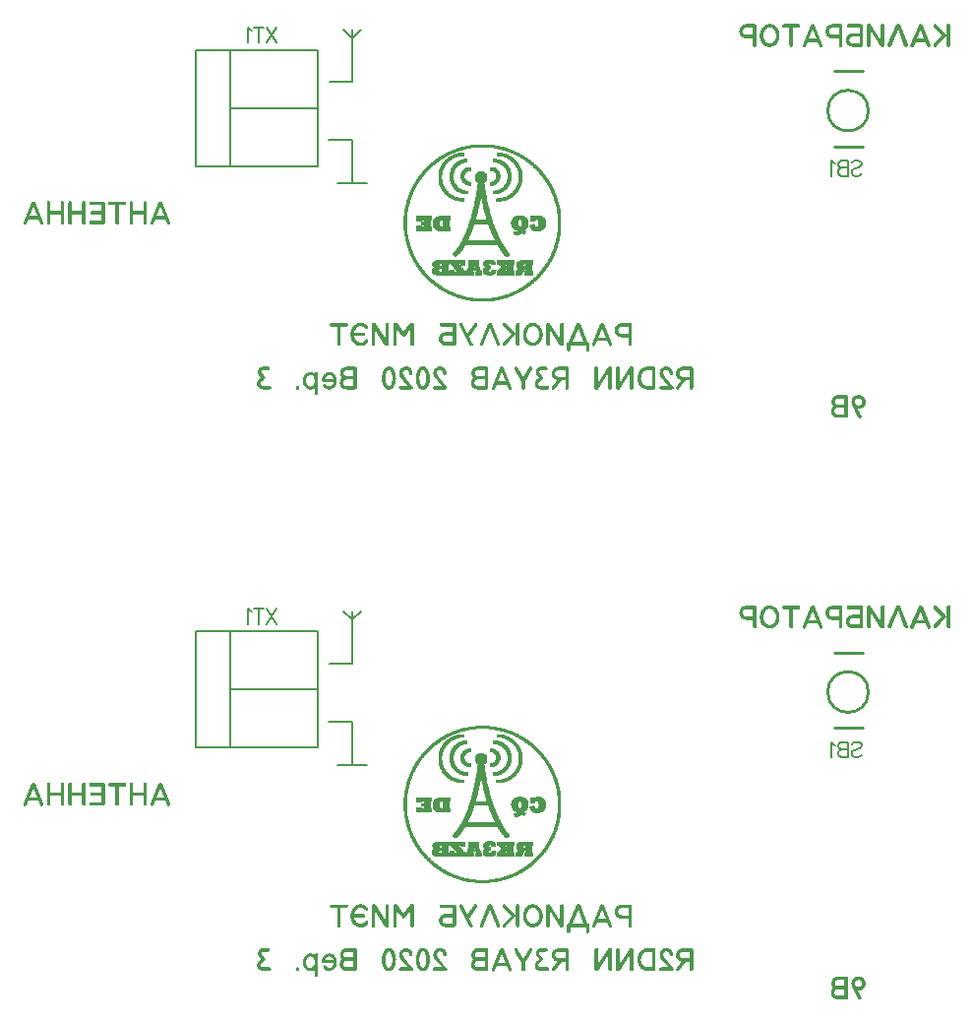
<source format=gbo>
G04*
G04 #@! TF.GenerationSoftware,Altium Limited,Altium Designer,21.0.8 (223)*
G04*
G04 Layer_Color=16777215*
%FSLAX44Y44*%
%MOMM*%
G71*
G04*
G04 #@! TF.SameCoordinates,78419CC2-0C4D-43F0-A895-43AD8DE1811A*
G04*
G04*
G04 #@! TF.FilePolarity,Positive*
G04*
G01*
G75*
%ADD14C,0.2540*%
%ADD26C,0.2000*%
%ADD28C,0.1500*%
%ADD40C,0.0254*%
G36*
X1112967Y1141840D02*
X1113161Y1141812D01*
X1113356Y1141757D01*
X1113494Y1141673D01*
X1113633Y1141590D01*
X1113717Y1141535D01*
X1113772Y1141507D01*
X1113800Y1141479D01*
X1113967Y1141312D01*
X1114078Y1141118D01*
X1114161Y1140924D01*
X1114216Y1140757D01*
X1114244Y1140591D01*
X1114272Y1140452D01*
Y1140368D01*
Y1140341D01*
Y1123378D01*
X1114244Y1123156D01*
X1114189Y1122962D01*
X1114133Y1122767D01*
X1114022Y1122628D01*
X1113939Y1122490D01*
X1113883Y1122406D01*
X1113828Y1122351D01*
X1113800Y1122323D01*
X1113605Y1122184D01*
X1113439Y1122073D01*
X1113245Y1121990D01*
X1113106Y1121934D01*
X1112967Y1121907D01*
X1112856Y1121879D01*
X1112134D01*
X1111940Y1121907D01*
X1111690Y1122018D01*
X1111523Y1122101D01*
X1111468Y1122129D01*
X1111440D01*
X1111273Y1122240D01*
X1111135Y1122323D01*
X1111024Y1122379D01*
X1110940Y1122462D01*
X1110857Y1122545D01*
X1110829Y1122573D01*
X1102417Y1135982D01*
Y1123378D01*
X1102390Y1123128D01*
X1102362Y1122878D01*
X1102279Y1122684D01*
X1102195Y1122517D01*
X1101945Y1122240D01*
X1101668Y1122073D01*
X1101390Y1121962D01*
X1101140Y1121907D01*
X1100974Y1121879D01*
X1100918D01*
X1100641Y1121907D01*
X1100391Y1121934D01*
X1100196Y1122018D01*
X1100030Y1122101D01*
X1099752Y1122351D01*
X1099558Y1122628D01*
X1099447Y1122906D01*
X1099391Y1123156D01*
X1099363Y1123323D01*
Y1123350D01*
Y1123378D01*
Y1140341D01*
X1099391Y1140563D01*
X1099447Y1140757D01*
X1099502Y1140952D01*
X1099586Y1141090D01*
X1099697Y1141229D01*
X1099752Y1141312D01*
X1099808Y1141368D01*
X1099836Y1141396D01*
X1100030Y1141562D01*
X1100196Y1141673D01*
X1100391Y1141757D01*
X1100557Y1141812D01*
X1100696Y1141840D01*
X1100807Y1141868D01*
X1101501D01*
X1101696Y1141812D01*
X1101918Y1141729D01*
X1102112Y1141646D01*
X1102168Y1141590D01*
X1102195D01*
X1102362Y1141507D01*
X1102501Y1141423D01*
X1102667Y1141285D01*
X1102778Y1141174D01*
X1102806Y1141146D01*
X1111218Y1127709D01*
Y1140341D01*
X1111246Y1140618D01*
X1111273Y1140841D01*
X1111357Y1141063D01*
X1111468Y1141229D01*
X1111690Y1141507D01*
X1111968Y1141673D01*
X1112273Y1141784D01*
X1112495Y1141840D01*
X1112689Y1141868D01*
X1112745D01*
X1112967Y1141840D01*
D02*
G37*
G36*
X1094588Y1141590D02*
X1094783Y1141535D01*
X1094977Y1141479D01*
X1095144Y1141396D01*
X1095255Y1141285D01*
X1095366Y1141229D01*
X1095421Y1141174D01*
X1095449Y1141146D01*
X1095588Y1140979D01*
X1095699Y1140785D01*
X1095782Y1140618D01*
X1095838Y1140452D01*
X1095865Y1140313D01*
X1095893Y1140202D01*
Y1140119D01*
Y1140091D01*
Y1123628D01*
X1095865Y1123406D01*
X1095810Y1123211D01*
X1095754Y1123017D01*
X1095671Y1122850D01*
X1095588Y1122739D01*
X1095505Y1122628D01*
X1095477Y1122573D01*
X1095449Y1122545D01*
X1095255Y1122406D01*
X1095088Y1122295D01*
X1094894Y1122212D01*
X1094727Y1122157D01*
X1094588Y1122129D01*
X1094477Y1122101D01*
X1086954D01*
X1086510Y1122129D01*
X1086093Y1122184D01*
X1085677Y1122268D01*
X1085288Y1122379D01*
X1084594Y1122628D01*
X1084289Y1122795D01*
X1083983Y1122962D01*
X1083733Y1123100D01*
X1083511Y1123267D01*
X1083317Y1123406D01*
X1083150Y1123545D01*
X1083012Y1123628D01*
X1082928Y1123711D01*
X1082873Y1123767D01*
X1082845Y1123794D01*
X1082540Y1124128D01*
X1082290Y1124461D01*
X1082040Y1124794D01*
X1081846Y1125155D01*
X1081679Y1125488D01*
X1081540Y1125849D01*
X1081346Y1126487D01*
X1081263Y1126793D01*
X1081207Y1127043D01*
X1081179Y1127292D01*
X1081152Y1127487D01*
X1081124Y1127681D01*
Y1127792D01*
Y1127876D01*
Y1127903D01*
X1081152Y1128347D01*
X1081207Y1128764D01*
X1081290Y1129180D01*
X1081401Y1129541D01*
X1081679Y1130235D01*
X1081818Y1130568D01*
X1081984Y1130846D01*
X1082151Y1131096D01*
X1082290Y1131318D01*
X1082456Y1131512D01*
X1082567Y1131679D01*
X1082679Y1131818D01*
X1082762Y1131901D01*
X1082817Y1131956D01*
X1082845Y1131984D01*
X1083178Y1132290D01*
X1083511Y1132540D01*
X1083845Y1132762D01*
X1084205Y1132956D01*
X1084538Y1133122D01*
X1084899Y1133261D01*
X1085538Y1133456D01*
X1085816Y1133539D01*
X1086093Y1133595D01*
X1086343Y1133622D01*
X1086537Y1133650D01*
X1086732Y1133678D01*
X1092867D01*
Y1138592D01*
X1083261D01*
X1082984Y1138620D01*
X1082762Y1138647D01*
X1082567Y1138730D01*
X1082401Y1138814D01*
X1082123Y1139064D01*
X1081957Y1139341D01*
X1081846Y1139619D01*
X1081790Y1139869D01*
X1081762Y1140035D01*
Y1140063D01*
Y1140091D01*
X1081790Y1140368D01*
X1081818Y1140591D01*
X1081901Y1140813D01*
X1081984Y1140979D01*
X1082234Y1141257D01*
X1082512Y1141423D01*
X1082790Y1141535D01*
X1083039Y1141590D01*
X1083206Y1141618D01*
X1094366D01*
X1094588Y1141590D01*
D02*
G37*
G36*
X1169685Y1141840D02*
X1169880Y1141812D01*
X1170185Y1141673D01*
X1170324Y1141590D01*
X1170407Y1141535D01*
X1170462Y1141507D01*
X1170490Y1141479D01*
X1170657Y1141312D01*
X1170768Y1141118D01*
X1170879Y1140924D01*
X1170935Y1140757D01*
X1170962Y1140591D01*
X1170990Y1140452D01*
Y1140368D01*
Y1140341D01*
Y1123378D01*
X1170962Y1123128D01*
X1170907Y1122906D01*
X1170823Y1122712D01*
X1170740Y1122545D01*
X1170657Y1122406D01*
X1170574Y1122323D01*
X1170518Y1122268D01*
X1170490Y1122240D01*
X1170324Y1122129D01*
X1170129Y1122046D01*
X1169796Y1121934D01*
X1169657Y1121907D01*
X1169546Y1121879D01*
X1169463D01*
X1169241Y1121907D01*
X1169047Y1121934D01*
X1168741Y1122073D01*
X1168603Y1122129D01*
X1168519Y1122184D01*
X1168464Y1122212D01*
X1168436Y1122240D01*
X1168269Y1122406D01*
X1168158Y1122601D01*
X1168047Y1122795D01*
X1167992Y1122989D01*
X1167964Y1123128D01*
X1167936Y1123267D01*
Y1123350D01*
Y1123378D01*
Y1140341D01*
X1167964Y1140591D01*
X1168019Y1140813D01*
X1168103Y1141007D01*
X1168186Y1141174D01*
X1168269Y1141312D01*
X1168353Y1141396D01*
X1168408Y1141451D01*
X1168436Y1141479D01*
X1168603Y1141618D01*
X1168769Y1141701D01*
X1169102Y1141812D01*
X1169241Y1141840D01*
X1169352Y1141868D01*
X1169463D01*
X1169685Y1141840D01*
D02*
G37*
G36*
X1158108D02*
X1158303Y1141812D01*
X1158497Y1141729D01*
X1158664Y1141646D01*
X1158802Y1141562D01*
X1158886Y1141507D01*
X1158941Y1141451D01*
X1158969Y1141423D01*
X1166909Y1133206D01*
X1167048Y1133039D01*
X1167159Y1132845D01*
X1167242Y1132678D01*
X1167298Y1132512D01*
X1167325Y1132373D01*
X1167353Y1132262D01*
Y1132179D01*
Y1132151D01*
X1167325Y1131929D01*
X1167298Y1131762D01*
X1167131Y1131429D01*
X1167076Y1131318D01*
X1166992Y1131235D01*
X1166964Y1131179D01*
X1166937Y1131152D01*
X1158997Y1122379D01*
X1158830Y1122212D01*
X1158636Y1122101D01*
X1158441Y1121990D01*
X1158247Y1121934D01*
X1158108Y1121907D01*
X1157970Y1121879D01*
X1157859D01*
X1157636Y1121907D01*
X1157442Y1121934D01*
X1157248Y1122018D01*
X1157109Y1122101D01*
X1156970Y1122157D01*
X1156887Y1122240D01*
X1156831Y1122268D01*
X1156804Y1122295D01*
X1156665Y1122462D01*
X1156554Y1122656D01*
X1156470Y1122823D01*
X1156415Y1123017D01*
X1156387Y1123156D01*
X1156359Y1123267D01*
Y1123350D01*
Y1123378D01*
X1156387Y1123600D01*
X1156415Y1123794D01*
X1156470Y1123961D01*
X1156554Y1124128D01*
X1156637Y1124239D01*
X1156693Y1124322D01*
X1156720Y1124378D01*
X1156748Y1124405D01*
X1163744Y1132123D01*
X1156776Y1139286D01*
X1156637Y1139452D01*
X1156526Y1139647D01*
X1156470Y1139813D01*
X1156415Y1139980D01*
X1156387Y1140119D01*
X1156359Y1140230D01*
Y1140313D01*
Y1140341D01*
X1156387Y1140563D01*
X1156415Y1140785D01*
X1156498Y1140952D01*
X1156581Y1141118D01*
X1156665Y1141257D01*
X1156720Y1141340D01*
X1156776Y1141396D01*
X1156804Y1141423D01*
X1156970Y1141562D01*
X1157164Y1141673D01*
X1157331Y1141757D01*
X1157498Y1141812D01*
X1157636Y1141840D01*
X1157747Y1141868D01*
X1157859D01*
X1158108Y1141840D01*
D02*
G37*
G36*
X1126598Y1141868D02*
X1126737Y1141840D01*
X1126987Y1141729D01*
X1127126Y1141646D01*
X1127209Y1141590D01*
X1127264Y1141562D01*
X1127292Y1141535D01*
X1127459Y1141423D01*
X1127598Y1141285D01*
X1127764Y1141090D01*
X1127875Y1140952D01*
X1127903Y1140924D01*
Y1140896D01*
X1134483Y1123933D01*
X1134538Y1123711D01*
X1134566Y1123517D01*
Y1123378D01*
Y1123350D01*
Y1123323D01*
X1134538Y1123100D01*
X1134483Y1122906D01*
X1134427Y1122739D01*
X1134316Y1122573D01*
X1134233Y1122462D01*
X1134177Y1122379D01*
X1134122Y1122323D01*
X1134094Y1122295D01*
X1133900Y1122157D01*
X1133733Y1122046D01*
X1133539Y1121990D01*
X1133372Y1121934D01*
X1133206Y1121907D01*
X1133095Y1121879D01*
X1132984D01*
X1132650Y1121934D01*
X1132373Y1122046D01*
X1132123Y1122184D01*
X1131929Y1122379D01*
X1131790Y1122545D01*
X1131706Y1122712D01*
X1131651Y1122823D01*
X1131623Y1122851D01*
X1126098Y1137037D01*
X1120074Y1122795D01*
X1119908Y1122490D01*
X1119686Y1122268D01*
X1119463Y1122101D01*
X1119241Y1121990D01*
X1119047Y1121934D01*
X1118880Y1121907D01*
X1118742Y1121879D01*
X1118714D01*
X1118492Y1121907D01*
X1118270Y1121934D01*
X1118075Y1122018D01*
X1117909Y1122101D01*
X1117798Y1122157D01*
X1117687Y1122240D01*
X1117631Y1122268D01*
X1117603Y1122295D01*
X1117437Y1122462D01*
X1117326Y1122656D01*
X1117242Y1122823D01*
X1117187Y1122989D01*
X1117159Y1123128D01*
X1117131Y1123239D01*
Y1123323D01*
Y1123350D01*
X1117159Y1123600D01*
X1117187Y1123794D01*
X1117215Y1123933D01*
X1117242Y1123989D01*
X1124433Y1140952D01*
X1124488Y1141063D01*
X1124599Y1141174D01*
X1124794Y1141368D01*
X1124988Y1141507D01*
X1125044Y1141562D01*
X1125071D01*
X1125238Y1141673D01*
X1125405Y1141757D01*
X1125627Y1141868D01*
X1125793Y1141895D01*
X1126459D01*
X1126598Y1141868D01*
D02*
G37*
G36*
X1077015Y1141590D02*
X1077209Y1141535D01*
X1077404Y1141479D01*
X1077570Y1141396D01*
X1077681Y1141285D01*
X1077792Y1141229D01*
X1077848Y1141174D01*
X1077876Y1141146D01*
X1078014Y1140979D01*
X1078126Y1140785D01*
X1078209Y1140618D01*
X1078264Y1140452D01*
X1078292Y1140313D01*
X1078320Y1140202D01*
Y1140119D01*
Y1140091D01*
Y1123378D01*
X1078292Y1123128D01*
X1078264Y1122878D01*
X1078181Y1122684D01*
X1078070Y1122517D01*
X1077848Y1122240D01*
X1077542Y1122073D01*
X1077265Y1121962D01*
X1077043Y1121907D01*
X1076848Y1121879D01*
X1076793D01*
X1076515Y1121907D01*
X1076293Y1121934D01*
X1076099Y1122018D01*
X1075932Y1122101D01*
X1075655Y1122351D01*
X1075488Y1122628D01*
X1075377Y1122906D01*
X1075322Y1123156D01*
X1075294Y1123323D01*
Y1123350D01*
Y1123378D01*
Y1129291D01*
X1069741D01*
X1069241Y1129319D01*
X1068770Y1129375D01*
X1068325Y1129458D01*
X1067909Y1129569D01*
X1067520Y1129708D01*
X1067159Y1129847D01*
X1066826Y1130013D01*
X1066521Y1130180D01*
X1066243Y1130319D01*
X1065993Y1130485D01*
X1065799Y1130624D01*
X1065605Y1130763D01*
X1065466Y1130874D01*
X1065383Y1130957D01*
X1065327Y1131013D01*
X1065299Y1131040D01*
X1064994Y1131374D01*
X1064716Y1131734D01*
X1064494Y1132095D01*
X1064300Y1132456D01*
X1064106Y1132845D01*
X1063967Y1133206D01*
X1063772Y1133900D01*
X1063689Y1134233D01*
X1063634Y1134511D01*
X1063606Y1134788D01*
X1063578Y1135010D01*
X1063550Y1135205D01*
Y1135343D01*
Y1135427D01*
Y1135455D01*
X1063578Y1135954D01*
X1063634Y1136398D01*
X1063717Y1136843D01*
X1063828Y1137259D01*
X1063967Y1137648D01*
X1064106Y1138036D01*
X1064272Y1138370D01*
X1064411Y1138675D01*
X1064577Y1138925D01*
X1064744Y1139175D01*
X1064883Y1139369D01*
X1065022Y1139563D01*
X1065133Y1139702D01*
X1065216Y1139786D01*
X1065272Y1139841D01*
X1065299Y1139869D01*
X1065632Y1140174D01*
X1065993Y1140452D01*
X1066354Y1140674D01*
X1066743Y1140868D01*
X1067104Y1141062D01*
X1067465Y1141201D01*
X1068187Y1141396D01*
X1068492Y1141479D01*
X1068797Y1141535D01*
X1069075Y1141562D01*
X1069297Y1141590D01*
X1069491Y1141618D01*
X1076793D01*
X1077015Y1141590D01*
D02*
G37*
G36*
X1040674D02*
X1040896Y1141562D01*
X1041091Y1141479D01*
X1041285Y1141368D01*
X1041563Y1141146D01*
X1041729Y1140868D01*
X1041840Y1140563D01*
X1041896Y1140341D01*
X1041924Y1140146D01*
Y1140119D01*
Y1140091D01*
X1041896Y1139841D01*
X1041868Y1139591D01*
X1041785Y1139397D01*
X1041674Y1139230D01*
X1041452Y1138953D01*
X1041146Y1138786D01*
X1040869Y1138675D01*
X1040647Y1138620D01*
X1040452Y1138592D01*
X1035649D01*
Y1123378D01*
X1035621Y1123128D01*
X1035594Y1122878D01*
X1035510Y1122684D01*
X1035399Y1122517D01*
X1035150Y1122240D01*
X1034872Y1122073D01*
X1034594Y1121962D01*
X1034344Y1121907D01*
X1034150Y1121879D01*
X1034095D01*
X1033817Y1121907D01*
X1033595Y1121934D01*
X1033400Y1122018D01*
X1033234Y1122101D01*
X1032956Y1122351D01*
X1032790Y1122628D01*
X1032679Y1122906D01*
X1032623Y1123156D01*
X1032595Y1123323D01*
Y1123350D01*
Y1123378D01*
Y1138592D01*
X1027793D01*
X1027515Y1138620D01*
X1027293Y1138647D01*
X1027098Y1138730D01*
X1026932Y1138814D01*
X1026654Y1139064D01*
X1026488Y1139341D01*
X1026377Y1139619D01*
X1026321Y1139869D01*
X1026293Y1140035D01*
Y1140063D01*
Y1140091D01*
X1026321Y1140368D01*
X1026349Y1140591D01*
X1026432Y1140813D01*
X1026516Y1140979D01*
X1026765Y1141257D01*
X1027043Y1141423D01*
X1027321Y1141535D01*
X1027570Y1141590D01*
X1027737Y1141618D01*
X1040397D01*
X1040674Y1141590D01*
D02*
G37*
G36*
X1016244Y1141840D02*
X1016882Y1141729D01*
X1017521Y1141562D01*
X1018104Y1141368D01*
X1018659Y1141118D01*
X1019158Y1140868D01*
X1019658Y1140563D01*
X1020075Y1140285D01*
X1020463Y1139980D01*
X1020797Y1139674D01*
X1021102Y1139425D01*
X1021352Y1139175D01*
X1021546Y1138980D01*
X1021685Y1138814D01*
X1021768Y1138703D01*
X1021796Y1138675D01*
X1022212Y1138120D01*
X1022545Y1137537D01*
X1022851Y1136954D01*
X1023129Y1136371D01*
X1023351Y1135788D01*
X1023545Y1135232D01*
X1023684Y1134677D01*
X1023823Y1134177D01*
X1023906Y1133678D01*
X1023989Y1133261D01*
X1024017Y1132873D01*
X1024072Y1132512D01*
Y1132262D01*
X1024100Y1132040D01*
Y1131929D01*
Y1131873D01*
X1024072Y1131151D01*
X1023989Y1130485D01*
X1023878Y1129819D01*
X1023739Y1129180D01*
X1023573Y1128569D01*
X1023378Y1128014D01*
X1023156Y1127487D01*
X1022934Y1127015D01*
X1022740Y1126571D01*
X1022518Y1126182D01*
X1022323Y1125849D01*
X1022157Y1125571D01*
X1022018Y1125349D01*
X1021907Y1125183D01*
X1021824Y1125071D01*
X1021796Y1125044D01*
X1021324Y1124489D01*
X1020797Y1123989D01*
X1020297Y1123572D01*
X1019769Y1123211D01*
X1019242Y1122906D01*
X1018714Y1122656D01*
X1018215Y1122434D01*
X1017743Y1122268D01*
X1017271Y1122157D01*
X1016854Y1122045D01*
X1016493Y1121990D01*
X1016160Y1121934D01*
X1015910Y1121907D01*
X1015716Y1121879D01*
X1015549D01*
X1014855Y1121907D01*
X1014217Y1122018D01*
X1013578Y1122184D01*
X1012995Y1122379D01*
X1012440Y1122601D01*
X1011913Y1122878D01*
X1011441Y1123156D01*
X1011024Y1123461D01*
X1010636Y1123767D01*
X1010302Y1124044D01*
X1009997Y1124322D01*
X1009747Y1124544D01*
X1009553Y1124766D01*
X1009414Y1124905D01*
X1009331Y1125016D01*
X1009303Y1125044D01*
X1008886Y1125599D01*
X1008553Y1126182D01*
X1008220Y1126765D01*
X1007970Y1127376D01*
X1007748Y1127959D01*
X1007554Y1128514D01*
X1007415Y1129069D01*
X1007276Y1129569D01*
X1007193Y1130069D01*
X1007110Y1130485D01*
X1007082Y1130902D01*
X1007027Y1131235D01*
Y1131485D01*
X1006999Y1131707D01*
Y1131818D01*
Y1131873D01*
X1007027Y1132595D01*
X1007110Y1133261D01*
X1007221Y1133928D01*
X1007360Y1134566D01*
X1007526Y1135149D01*
X1007720Y1135732D01*
X1007943Y1136232D01*
X1008137Y1136732D01*
X1008359Y1137148D01*
X1008581Y1137537D01*
X1008775Y1137870D01*
X1008942Y1138148D01*
X1009081Y1138370D01*
X1009192Y1138536D01*
X1009275Y1138647D01*
X1009303Y1138675D01*
X1009775Y1139230D01*
X1010275Y1139730D01*
X1010802Y1140146D01*
X1011330Y1140535D01*
X1011857Y1140840D01*
X1012385Y1141090D01*
X1012884Y1141312D01*
X1013356Y1141479D01*
X1013828Y1141590D01*
X1014245Y1141701D01*
X1014605Y1141784D01*
X1014911Y1141812D01*
X1015189Y1141840D01*
X1015383Y1141868D01*
X1015549D01*
X1016244Y1141840D01*
D02*
G37*
G36*
X1002834Y1141590D02*
X1003029Y1141535D01*
X1003223Y1141479D01*
X1003390Y1141396D01*
X1003501Y1141285D01*
X1003612Y1141229D01*
X1003667Y1141174D01*
X1003695Y1141146D01*
X1003834Y1140979D01*
X1003945Y1140785D01*
X1004028Y1140618D01*
X1004084Y1140452D01*
X1004111Y1140313D01*
X1004139Y1140202D01*
Y1140119D01*
Y1140091D01*
Y1123378D01*
X1004111Y1123128D01*
X1004084Y1122878D01*
X1004000Y1122684D01*
X1003889Y1122517D01*
X1003667Y1122240D01*
X1003362Y1122073D01*
X1003084Y1121962D01*
X1002862Y1121907D01*
X1002668Y1121879D01*
X1002612D01*
X1002335Y1121907D01*
X1002113Y1121934D01*
X1001918Y1122018D01*
X1001752Y1122101D01*
X1001474Y1122351D01*
X1001307Y1122628D01*
X1001196Y1122906D01*
X1001141Y1123156D01*
X1001113Y1123323D01*
Y1123350D01*
Y1123378D01*
Y1129291D01*
X995561D01*
X995061Y1129319D01*
X994589Y1129375D01*
X994145Y1129458D01*
X993728Y1129569D01*
X993340Y1129708D01*
X992979Y1129847D01*
X992646Y1130013D01*
X992340Y1130180D01*
X992063Y1130319D01*
X991813Y1130485D01*
X991618Y1130624D01*
X991424Y1130763D01*
X991285Y1130874D01*
X991202Y1130957D01*
X991146Y1131013D01*
X991119Y1131040D01*
X990813Y1131374D01*
X990536Y1131734D01*
X990314Y1132095D01*
X990119Y1132456D01*
X989925Y1132845D01*
X989786Y1133206D01*
X989592Y1133900D01*
X989509Y1134233D01*
X989453Y1134511D01*
X989425Y1134788D01*
X989398Y1135010D01*
X989370Y1135205D01*
Y1135343D01*
Y1135427D01*
Y1135455D01*
X989398Y1135954D01*
X989453Y1136398D01*
X989536Y1136843D01*
X989647Y1137259D01*
X989786Y1137648D01*
X989925Y1138036D01*
X990091Y1138370D01*
X990230Y1138675D01*
X990397Y1138925D01*
X990564Y1139175D01*
X990702Y1139369D01*
X990841Y1139563D01*
X990952Y1139702D01*
X991035Y1139786D01*
X991091Y1139841D01*
X991119Y1139869D01*
X991452Y1140174D01*
X991813Y1140452D01*
X992174Y1140674D01*
X992562Y1140868D01*
X992923Y1141062D01*
X993284Y1141201D01*
X994006Y1141396D01*
X994311Y1141479D01*
X994617Y1141535D01*
X994894Y1141562D01*
X995117Y1141590D01*
X995311Y1141618D01*
X1002612D01*
X1002834Y1141590D01*
D02*
G37*
G36*
X1145948Y1141646D02*
X1146198Y1141535D01*
X1146337Y1141479D01*
X1146421Y1141423D01*
X1146476Y1141396D01*
X1146504Y1141368D01*
X1146670Y1141257D01*
X1146781Y1141118D01*
X1146892Y1141007D01*
X1146976Y1140924D01*
X1147059Y1140785D01*
X1147087Y1140757D01*
Y1140729D01*
X1153972Y1123794D01*
X1154027Y1123572D01*
X1154055Y1123350D01*
X1154083Y1123212D01*
Y1123184D01*
Y1123156D01*
X1154055Y1122934D01*
X1153999Y1122712D01*
X1153916Y1122545D01*
X1153833Y1122379D01*
X1153750Y1122240D01*
X1153666Y1122157D01*
X1153611Y1122101D01*
X1153583Y1122073D01*
X1153417Y1121934D01*
X1153222Y1121851D01*
X1152861Y1121740D01*
X1152722Y1121712D01*
X1152611Y1121684D01*
X1152500D01*
X1152167Y1121712D01*
X1151890Y1121823D01*
X1151640Y1121990D01*
X1151445Y1122157D01*
X1151307Y1122323D01*
X1151223Y1122490D01*
X1151168Y1122601D01*
X1151140Y1122628D01*
X1149696Y1126210D01*
X1141035D01*
X1139591Y1122628D01*
X1139424Y1122323D01*
X1139202Y1122073D01*
X1138980Y1121907D01*
X1138758Y1121796D01*
X1138564Y1121740D01*
X1138397Y1121712D01*
X1138258Y1121684D01*
X1138231D01*
X1138008Y1121712D01*
X1137786Y1121740D01*
X1137592Y1121823D01*
X1137426Y1121907D01*
X1137315Y1121962D01*
X1137203Y1122046D01*
X1137148Y1122073D01*
X1137120Y1122101D01*
X1136954Y1122268D01*
X1136842Y1122434D01*
X1136759Y1122628D01*
X1136704Y1122795D01*
X1136676Y1122934D01*
X1136648Y1123045D01*
Y1123128D01*
Y1123156D01*
X1136676Y1123406D01*
X1136704Y1123600D01*
X1136731Y1123739D01*
X1136759Y1123794D01*
X1143644Y1140729D01*
X1143700Y1140841D01*
X1143783Y1140952D01*
X1143977Y1141174D01*
X1144172Y1141312D01*
X1144227Y1141340D01*
X1144255Y1141368D01*
X1144422Y1141479D01*
X1144588Y1141562D01*
X1144838Y1141673D01*
X1145005Y1141701D01*
X1145810D01*
X1145948Y1141646D01*
D02*
G37*
G36*
X1053223Y1141646D02*
X1053473Y1141535D01*
X1053611Y1141479D01*
X1053695Y1141423D01*
X1053750Y1141396D01*
X1053778Y1141368D01*
X1053945Y1141257D01*
X1054056Y1141118D01*
X1054167Y1141007D01*
X1054250Y1140924D01*
X1054333Y1140785D01*
X1054361Y1140757D01*
Y1140729D01*
X1061246Y1123794D01*
X1061302Y1123572D01*
X1061329Y1123350D01*
X1061357Y1123211D01*
Y1123184D01*
Y1123156D01*
X1061329Y1122934D01*
X1061274Y1122712D01*
X1061190Y1122545D01*
X1061107Y1122379D01*
X1061024Y1122240D01*
X1060941Y1122157D01*
X1060885Y1122101D01*
X1060857Y1122073D01*
X1060691Y1121934D01*
X1060497Y1121851D01*
X1060135Y1121740D01*
X1059997Y1121712D01*
X1059886Y1121684D01*
X1059775D01*
X1059442Y1121712D01*
X1059164Y1121823D01*
X1058914Y1121990D01*
X1058720Y1122157D01*
X1058581Y1122323D01*
X1058498Y1122490D01*
X1058442Y1122601D01*
X1058414Y1122628D01*
X1056971Y1126210D01*
X1048309D01*
X1046865Y1122628D01*
X1046699Y1122323D01*
X1046477Y1122073D01*
X1046254Y1121907D01*
X1046032Y1121796D01*
X1045838Y1121740D01*
X1045671Y1121712D01*
X1045533Y1121684D01*
X1045505D01*
X1045283Y1121712D01*
X1045061Y1121740D01*
X1044866Y1121823D01*
X1044700Y1121907D01*
X1044589Y1121962D01*
X1044478Y1122045D01*
X1044422Y1122073D01*
X1044394Y1122101D01*
X1044228Y1122268D01*
X1044117Y1122434D01*
X1044034Y1122628D01*
X1043978Y1122795D01*
X1043950Y1122934D01*
X1043922Y1123045D01*
Y1123128D01*
Y1123156D01*
X1043950Y1123406D01*
X1043978Y1123600D01*
X1044006Y1123739D01*
X1044034Y1123794D01*
X1050919Y1140729D01*
X1050974Y1140840D01*
X1051057Y1140952D01*
X1051252Y1141174D01*
X1051446Y1141312D01*
X1051501Y1141340D01*
X1051529Y1141368D01*
X1051696Y1141479D01*
X1051862Y1141562D01*
X1052112Y1141673D01*
X1052279Y1141701D01*
X1053084D01*
X1053223Y1141646D01*
D02*
G37*
G36*
X478286Y989382D02*
X478480Y989354D01*
X478675Y989270D01*
X478841Y989187D01*
X478980Y989104D01*
X479063Y989048D01*
X479119Y988993D01*
X479147Y988965D01*
X479285Y988799D01*
X479397Y988604D01*
X479452Y988410D01*
X479507Y988243D01*
X479535Y988077D01*
X479563Y987938D01*
Y987855D01*
Y987827D01*
Y970864D01*
X479535Y970614D01*
X479507Y970420D01*
X479424Y970226D01*
X479341Y970087D01*
X479285Y969948D01*
X479202Y969865D01*
X479174Y969809D01*
X479147Y969781D01*
X478980Y969643D01*
X478786Y969532D01*
X478591Y969476D01*
X478425Y969420D01*
X478258Y969393D01*
X478147Y969365D01*
X478036D01*
X477758Y969393D01*
X477536Y969420D01*
X477314Y969504D01*
X477148Y969587D01*
X476870Y969837D01*
X476703Y970115D01*
X476592Y970392D01*
X476537Y970642D01*
X476509Y970809D01*
Y970836D01*
Y970864D01*
Y978138D01*
X467709D01*
Y970864D01*
X467681Y970614D01*
X467653Y970365D01*
X467570Y970170D01*
X467486Y970004D01*
X467237Y969726D01*
X466959Y969559D01*
X466681Y969448D01*
X466432Y969393D01*
X466265Y969365D01*
X466209D01*
X465960Y969393D01*
X465737Y969420D01*
X465543Y969504D01*
X465404Y969587D01*
X465266Y969643D01*
X465182Y969726D01*
X465127Y969754D01*
X465099Y969781D01*
X464960Y969948D01*
X464849Y970115D01*
X464766Y970309D01*
X464710Y970475D01*
X464683Y970642D01*
X464655Y970753D01*
Y970836D01*
Y970864D01*
Y987827D01*
X464683Y988077D01*
X464710Y988299D01*
X464794Y988493D01*
X464877Y988660D01*
X464960Y988799D01*
X465016Y988882D01*
X465071Y988937D01*
X465099Y988965D01*
X465266Y989104D01*
X465460Y989215D01*
X465626Y989298D01*
X465821Y989354D01*
X465960Y989382D01*
X466098Y989409D01*
X466209D01*
X466459Y989382D01*
X466709Y989354D01*
X466903Y989270D01*
X467070Y989159D01*
X467348Y988910D01*
X467514Y988632D01*
X467625Y988327D01*
X467681Y988077D01*
X467709Y987966D01*
Y987882D01*
Y987855D01*
Y987827D01*
Y981164D01*
X476509D01*
Y987827D01*
X476537Y988104D01*
X476565Y988354D01*
X476648Y988549D01*
X476759Y988743D01*
X476870Y988910D01*
X476981Y989021D01*
X477259Y989215D01*
X477564Y989326D01*
X477786Y989382D01*
X477981Y989409D01*
X478036D01*
X478286Y989382D01*
D02*
G37*
G36*
X425593Y989381D02*
X425788Y989354D01*
X425982Y989270D01*
X426149Y989187D01*
X426287Y989104D01*
X426371Y989048D01*
X426426Y988993D01*
X426454Y988965D01*
X426593Y988799D01*
X426704Y988604D01*
X426759Y988410D01*
X426815Y988243D01*
X426843Y988077D01*
X426870Y987938D01*
Y987855D01*
Y987827D01*
Y970864D01*
X426843Y970614D01*
X426815Y970420D01*
X426732Y970226D01*
X426648Y970087D01*
X426593Y969948D01*
X426510Y969865D01*
X426482Y969809D01*
X426454Y969781D01*
X426287Y969643D01*
X426093Y969532D01*
X425899Y969476D01*
X425732Y969420D01*
X425566Y969393D01*
X425454Y969365D01*
X425344D01*
X425066Y969393D01*
X424844Y969420D01*
X424622Y969504D01*
X424455Y969587D01*
X424178Y969837D01*
X424011Y970115D01*
X423900Y970392D01*
X423844Y970642D01*
X423817Y970809D01*
Y970836D01*
Y970864D01*
Y978138D01*
X415016D01*
Y970864D01*
X414988Y970614D01*
X414960Y970364D01*
X414877Y970170D01*
X414794Y970004D01*
X414544Y969726D01*
X414266Y969559D01*
X413989Y969448D01*
X413739Y969393D01*
X413572Y969365D01*
X413517D01*
X413267Y969393D01*
X413045Y969420D01*
X412850Y969504D01*
X412712Y969587D01*
X412573Y969643D01*
X412490Y969726D01*
X412434Y969754D01*
X412406Y969781D01*
X412267Y969948D01*
X412156Y970115D01*
X412073Y970309D01*
X412018Y970475D01*
X411990Y970642D01*
X411962Y970753D01*
Y970836D01*
Y970864D01*
Y987827D01*
X411990Y988077D01*
X412018Y988299D01*
X412101Y988493D01*
X412184Y988660D01*
X412267Y988799D01*
X412323Y988882D01*
X412379Y988937D01*
X412406Y988965D01*
X412573Y989104D01*
X412767Y989215D01*
X412934Y989298D01*
X413128Y989354D01*
X413267Y989381D01*
X413406Y989409D01*
X413517D01*
X413767Y989381D01*
X414016Y989354D01*
X414211Y989270D01*
X414377Y989159D01*
X414655Y988910D01*
X414822Y988632D01*
X414933Y988327D01*
X414988Y988077D01*
X415016Y987966D01*
Y987882D01*
Y987855D01*
Y987827D01*
Y981164D01*
X423817D01*
Y987827D01*
X423844Y988104D01*
X423872Y988354D01*
X423955Y988549D01*
X424066Y988743D01*
X424178Y988910D01*
X424288Y989021D01*
X424566Y989215D01*
X424871Y989326D01*
X425094Y989381D01*
X425288Y989409D01*
X425344D01*
X425593Y989381D01*
D02*
G37*
G36*
X407048D02*
X407243Y989354D01*
X407437Y989270D01*
X407603Y989187D01*
X407742Y989104D01*
X407826Y989048D01*
X407881Y988993D01*
X407909Y988965D01*
X408048Y988799D01*
X408159Y988604D01*
X408214Y988410D01*
X408270Y988243D01*
X408298Y988077D01*
X408325Y987938D01*
Y987855D01*
Y987827D01*
Y970864D01*
X408298Y970614D01*
X408270Y970420D01*
X408186Y970226D01*
X408103Y970087D01*
X408048Y969948D01*
X407964Y969865D01*
X407937Y969809D01*
X407909Y969781D01*
X407742Y969643D01*
X407548Y969532D01*
X407354Y969476D01*
X407187Y969420D01*
X407020Y969393D01*
X406909Y969365D01*
X406798D01*
X406521Y969393D01*
X406299Y969420D01*
X406077Y969504D01*
X405910Y969587D01*
X405632Y969837D01*
X405466Y970115D01*
X405355Y970392D01*
X405299Y970642D01*
X405271Y970809D01*
Y970836D01*
Y970864D01*
Y978138D01*
X396471D01*
Y970864D01*
X396443Y970614D01*
X396415Y970364D01*
X396332Y970170D01*
X396249Y970004D01*
X395999Y969726D01*
X395721Y969559D01*
X395444Y969448D01*
X395194Y969393D01*
X395027Y969365D01*
X394972D01*
X394722Y969393D01*
X394500Y969420D01*
X394305Y969504D01*
X394166Y969587D01*
X394028Y969643D01*
X393944Y969726D01*
X393889Y969754D01*
X393861Y969781D01*
X393722Y969948D01*
X393611Y970115D01*
X393528Y970309D01*
X393473Y970475D01*
X393445Y970642D01*
X393417Y970753D01*
Y970836D01*
Y970864D01*
Y987827D01*
X393445Y988077D01*
X393473Y988299D01*
X393556Y988493D01*
X393639Y988660D01*
X393722Y988799D01*
X393778Y988882D01*
X393833Y988937D01*
X393861Y988965D01*
X394028Y989104D01*
X394222Y989215D01*
X394389Y989298D01*
X394583Y989354D01*
X394722Y989381D01*
X394861Y989409D01*
X394972D01*
X395221Y989381D01*
X395471Y989354D01*
X395666Y989270D01*
X395832Y989159D01*
X396110Y988910D01*
X396276Y988632D01*
X396387Y988327D01*
X396443Y988077D01*
X396471Y987966D01*
Y987882D01*
Y987855D01*
Y987827D01*
Y981164D01*
X405271D01*
Y987827D01*
X405299Y988104D01*
X405327Y988354D01*
X405410Y988549D01*
X405521Y988743D01*
X405632Y988910D01*
X405743Y989021D01*
X406021Y989215D01*
X406326Y989326D01*
X406549Y989381D01*
X406743Y989409D01*
X406798D01*
X407048Y989381D01*
D02*
G37*
G36*
X442306Y989076D02*
X442500Y989021D01*
X442695Y988965D01*
X442861Y988882D01*
X442972Y988771D01*
X443083Y988715D01*
X443139Y988660D01*
X443167Y988632D01*
X443306Y988465D01*
X443417Y988271D01*
X443500Y988104D01*
X443555Y987938D01*
X443583Y987799D01*
X443611Y987688D01*
Y987605D01*
Y987577D01*
Y971114D01*
X443583Y970892D01*
X443528Y970698D01*
X443472Y970503D01*
X443389Y970337D01*
X443306Y970226D01*
X443222Y970115D01*
X443195Y970059D01*
X443167Y970031D01*
X442972Y969893D01*
X442806Y969781D01*
X442612Y969698D01*
X442445Y969643D01*
X442306Y969615D01*
X442195Y969587D01*
X431368D01*
X431118Y969615D01*
X430896Y969643D01*
X430702Y969726D01*
X430563Y969809D01*
X430424Y969865D01*
X430341Y969948D01*
X430285Y969976D01*
X430257Y970004D01*
X430119Y970170D01*
X430008Y970364D01*
X429952Y970559D01*
X429897Y970725D01*
X429869Y970892D01*
X429841Y971003D01*
Y971086D01*
Y971114D01*
X429869Y971364D01*
X429897Y971558D01*
X429980Y971752D01*
X430035Y971919D01*
X430119Y972030D01*
X430202Y972113D01*
X430230Y972169D01*
X430257Y972197D01*
X430424Y972336D01*
X430618Y972447D01*
X430785Y972530D01*
X430979Y972585D01*
X431118Y972613D01*
X431257Y972641D01*
X440585D01*
Y977888D01*
X432340D01*
X432090Y977916D01*
X431868Y977943D01*
X431673Y978027D01*
X431507Y978110D01*
X431368Y978166D01*
X431285Y978249D01*
X431229Y978277D01*
X431201Y978304D01*
X431063Y978471D01*
X430951Y978665D01*
X430868Y978832D01*
X430813Y979026D01*
X430785Y979165D01*
X430757Y979304D01*
Y979387D01*
Y979415D01*
X430785Y979693D01*
X430813Y979915D01*
X430896Y980137D01*
X431007Y980303D01*
X431257Y980581D01*
X431534Y980748D01*
X431840Y980859D01*
X432090Y980914D01*
X432201Y980942D01*
X440585D01*
Y986078D01*
X431368D01*
X431118Y986106D01*
X430896Y986133D01*
X430702Y986217D01*
X430563Y986300D01*
X430424Y986356D01*
X430341Y986439D01*
X430285Y986467D01*
X430257Y986494D01*
X430119Y986661D01*
X430008Y986827D01*
X429952Y987022D01*
X429897Y987188D01*
X429869Y987355D01*
X429841Y987466D01*
Y987549D01*
Y987577D01*
X429869Y987827D01*
X429897Y988021D01*
X429980Y988215D01*
X430035Y988382D01*
X430119Y988493D01*
X430202Y988576D01*
X430230Y988632D01*
X430257Y988660D01*
X430424Y988799D01*
X430618Y988910D01*
X430785Y988993D01*
X430979Y989048D01*
X431118Y989076D01*
X431257Y989104D01*
X442084D01*
X442306Y989076D01*
D02*
G37*
G36*
X460629Y989076D02*
X460851Y989048D01*
X461046Y988965D01*
X461240Y988854D01*
X461518Y988632D01*
X461684Y988354D01*
X461795Y988049D01*
X461851Y987827D01*
X461879Y987633D01*
Y987605D01*
Y987577D01*
X461851Y987327D01*
X461823Y987077D01*
X461740Y986883D01*
X461629Y986716D01*
X461407Y986439D01*
X461101Y986272D01*
X460824Y986161D01*
X460602Y986106D01*
X460407Y986078D01*
X455604D01*
Y970864D01*
X455577Y970614D01*
X455549Y970365D01*
X455466Y970170D01*
X455354Y970004D01*
X455105Y969726D01*
X454827Y969559D01*
X454549Y969448D01*
X454299Y969393D01*
X454105Y969365D01*
X454050D01*
X453772Y969393D01*
X453550Y969420D01*
X453355Y969504D01*
X453189Y969587D01*
X452911Y969837D01*
X452745Y970115D01*
X452634Y970392D01*
X452578Y970642D01*
X452550Y970809D01*
Y970836D01*
Y970864D01*
Y986078D01*
X447748D01*
X447470Y986106D01*
X447248Y986133D01*
X447053Y986217D01*
X446887Y986300D01*
X446609Y986550D01*
X446443Y986827D01*
X446332Y987105D01*
X446276Y987355D01*
X446248Y987522D01*
Y987549D01*
Y987577D01*
X446276Y987855D01*
X446304Y988077D01*
X446387Y988299D01*
X446470Y988465D01*
X446720Y988743D01*
X446998Y988910D01*
X447276Y989021D01*
X447525Y989076D01*
X447692Y989104D01*
X460352D01*
X460629Y989076D01*
D02*
G37*
G36*
X491723Y989132D02*
X491973Y989021D01*
X492112Y988965D01*
X492195Y988910D01*
X492250Y988882D01*
X492278Y988854D01*
X492445Y988743D01*
X492556Y988604D01*
X492667Y988493D01*
X492750Y988410D01*
X492833Y988271D01*
X492861Y988243D01*
Y988215D01*
X499746Y971281D01*
X499802Y971059D01*
X499829Y970836D01*
X499857Y970698D01*
Y970670D01*
Y970642D01*
X499829Y970420D01*
X499774Y970198D01*
X499691Y970031D01*
X499607Y969865D01*
X499524Y969726D01*
X499441Y969643D01*
X499385Y969587D01*
X499357Y969559D01*
X499191Y969420D01*
X498997Y969337D01*
X498636Y969226D01*
X498497Y969198D01*
X498386Y969171D01*
X498275D01*
X497942Y969198D01*
X497664Y969309D01*
X497414Y969476D01*
X497220Y969643D01*
X497081Y969809D01*
X496998Y969976D01*
X496942Y970087D01*
X496914Y970115D01*
X495471Y973696D01*
X486809D01*
X485365Y970115D01*
X485199Y969809D01*
X484977Y969559D01*
X484755Y969393D01*
X484533Y969282D01*
X484338Y969226D01*
X484172Y969198D01*
X484033Y969171D01*
X484005D01*
X483783Y969198D01*
X483561Y969226D01*
X483367Y969309D01*
X483200Y969393D01*
X483089Y969448D01*
X482978Y969532D01*
X482922Y969559D01*
X482895Y969587D01*
X482728Y969754D01*
X482617Y969920D01*
X482534Y970115D01*
X482478Y970281D01*
X482450Y970420D01*
X482423Y970531D01*
Y970614D01*
Y970642D01*
X482450Y970892D01*
X482478Y971086D01*
X482506Y971225D01*
X482534Y971281D01*
X489419Y988215D01*
X489474Y988327D01*
X489557Y988438D01*
X489752Y988660D01*
X489946Y988799D01*
X490002Y988826D01*
X490029Y988854D01*
X490196Y988965D01*
X490363Y989048D01*
X490612Y989159D01*
X490779Y989187D01*
X491584D01*
X491723Y989132D01*
D02*
G37*
G36*
X382423Y989132D02*
X382673Y989021D01*
X382812Y988965D01*
X382895Y988910D01*
X382951Y988882D01*
X382978Y988854D01*
X383145Y988743D01*
X383256Y988604D01*
X383367Y988493D01*
X383450Y988410D01*
X383534Y988271D01*
X383561Y988243D01*
Y988215D01*
X390446Y971281D01*
X390502Y971059D01*
X390530Y970836D01*
X390557Y970698D01*
Y970670D01*
Y970642D01*
X390530Y970420D01*
X390474Y970198D01*
X390391Y970031D01*
X390308Y969865D01*
X390224Y969726D01*
X390141Y969643D01*
X390085Y969587D01*
X390058Y969559D01*
X389891Y969420D01*
X389697Y969337D01*
X389336Y969226D01*
X389197Y969198D01*
X389086Y969171D01*
X388975D01*
X388642Y969198D01*
X388364Y969309D01*
X388114Y969476D01*
X387920Y969643D01*
X387781Y969809D01*
X387698Y969976D01*
X387642Y970087D01*
X387615Y970115D01*
X386171Y973696D01*
X377509D01*
X376066Y970115D01*
X375899Y969809D01*
X375677Y969559D01*
X375455Y969393D01*
X375233Y969282D01*
X375038Y969226D01*
X374872Y969198D01*
X374733Y969171D01*
X374705D01*
X374483Y969198D01*
X374261Y969226D01*
X374067Y969309D01*
X373900Y969393D01*
X373789Y969448D01*
X373678Y969532D01*
X373623Y969559D01*
X373595Y969587D01*
X373428Y969754D01*
X373317Y969920D01*
X373234Y970115D01*
X373178Y970281D01*
X373150Y970420D01*
X373123Y970531D01*
Y970614D01*
Y970642D01*
X373150Y970892D01*
X373178Y971086D01*
X373206Y971225D01*
X373234Y971281D01*
X380119Y988215D01*
X380174Y988327D01*
X380258Y988438D01*
X380452Y988660D01*
X380646Y988799D01*
X380702Y988826D01*
X380730Y988854D01*
X380896Y988965D01*
X381063Y989048D01*
X381313Y989159D01*
X381479Y989187D01*
X382284D01*
X382423Y989132D01*
D02*
G37*
G36*
X663992Y884867D02*
X664353Y884840D01*
X665075Y884673D01*
X665769Y884479D01*
X666380Y884229D01*
X666657Y884090D01*
X666935Y883979D01*
X667157Y883840D01*
X667351Y883757D01*
X667490Y883674D01*
X667601Y883590D01*
X667685Y883563D01*
X667712Y883535D01*
X668129Y883257D01*
X668490Y882980D01*
X668795Y882702D01*
X669073Y882424D01*
X669295Y882175D01*
X669461Y881897D01*
X669628Y881647D01*
X669739Y881425D01*
X669933Y881009D01*
X669961Y880842D01*
X670017Y880703D01*
Y880592D01*
X670044Y880509D01*
Y880453D01*
Y880425D01*
X670017Y880231D01*
X669989Y880037D01*
X669850Y879759D01*
X669628Y879537D01*
X669406Y879398D01*
X669184Y879315D01*
X668962Y879287D01*
X668823Y879259D01*
X668767D01*
X668545Y879287D01*
X668295Y879370D01*
X668046Y879482D01*
X667851Y879620D01*
X667657Y879731D01*
X667518Y879843D01*
X667407Y879926D01*
X667379Y879954D01*
X666963Y880314D01*
X666630Y880620D01*
X666380Y880842D01*
X666185Y881009D01*
X666074Y881092D01*
X665991Y881175D01*
X665936Y881203D01*
X665547Y881425D01*
X665130Y881591D01*
X664742Y881730D01*
X664381Y881814D01*
X664075Y881869D01*
X663826Y881897D01*
X663604D01*
X663215Y881869D01*
X662854Y881814D01*
X662493Y881730D01*
X662160Y881619D01*
X661521Y881342D01*
X660966Y881009D01*
X660744Y880842D01*
X660522Y880675D01*
X660328Y880536D01*
X660161Y880398D01*
X660050Y880287D01*
X659967Y880203D01*
X659911Y880148D01*
X659883Y880120D01*
X659356Y879509D01*
X658940Y878843D01*
X658606Y878232D01*
X658356Y877649D01*
X658162Y877122D01*
X658107Y876927D01*
X658051Y876733D01*
X658023Y876594D01*
X657996Y876456D01*
X657968Y876400D01*
Y876372D01*
X666074D01*
X666324Y876344D01*
X666546Y876317D01*
X666741Y876233D01*
X666907Y876178D01*
X667046Y876095D01*
X667129Y876011D01*
X667185Y875984D01*
X667213Y875956D01*
X667351Y875789D01*
X667462Y875595D01*
X667546Y875428D01*
X667601Y875234D01*
X667629Y875095D01*
X667657Y874956D01*
Y874873D01*
Y874845D01*
X667629Y874595D01*
X667573Y874401D01*
X667518Y874207D01*
X667435Y874068D01*
X667351Y873929D01*
X667268Y873846D01*
X667240Y873790D01*
X667213Y873763D01*
X667046Y873624D01*
X666852Y873513D01*
X666657Y873457D01*
X666463Y873402D01*
X666324Y873374D01*
X666185Y873346D01*
X657968D01*
X658162Y872569D01*
X658440Y871847D01*
X658773Y871208D01*
X659106Y870681D01*
X659245Y870431D01*
X659411Y870209D01*
X659550Y870042D01*
X659661Y869876D01*
X659772Y869765D01*
X659856Y869681D01*
X659883Y869626D01*
X659911Y869598D01*
X660217Y869293D01*
X660550Y869015D01*
X660855Y868793D01*
X661188Y868599D01*
X661494Y868432D01*
X661799Y868266D01*
X662382Y868071D01*
X662854Y867933D01*
X663076Y867905D01*
X663243Y867877D01*
X663409Y867849D01*
X663604D01*
X664075Y867877D01*
X664548Y867960D01*
X664936Y868099D01*
X665325Y868238D01*
X665630Y868377D01*
X665852Y868515D01*
X665991Y868599D01*
X666047Y868626D01*
X666269Y868793D01*
X666491Y868987D01*
X667018Y869459D01*
X667240Y869681D01*
X667435Y869876D01*
X667546Y869987D01*
X667601Y870042D01*
X667879Y870292D01*
X668101Y870487D01*
X668323Y870625D01*
X668462Y870736D01*
X668601Y870792D01*
X668684Y870820D01*
X668767D01*
X668989Y870792D01*
X669184Y870764D01*
X669517Y870570D01*
X669739Y870348D01*
X669878Y870070D01*
X669989Y869765D01*
X670017Y869543D01*
X670044Y869348D01*
Y869321D01*
Y869293D01*
X670017Y868987D01*
X669933Y868682D01*
X669822Y868404D01*
X669684Y868127D01*
X669295Y867599D01*
X668878Y867127D01*
X668462Y866767D01*
X668073Y866461D01*
X667934Y866350D01*
X667823Y866267D01*
X667740Y866239D01*
X667712Y866211D01*
X667296Y865961D01*
X666907Y865767D01*
X666519Y865573D01*
X666158Y865434D01*
X665464Y865184D01*
X664853Y865017D01*
X664603Y864962D01*
X664353Y864934D01*
X664131Y864906D01*
X663964Y864879D01*
X663826Y864851D01*
X663631D01*
X662937Y864879D01*
X662243Y864990D01*
X661605Y865128D01*
X661022Y865351D01*
X660439Y865573D01*
X659911Y865823D01*
X659439Y866128D01*
X658995Y866406D01*
X658579Y866683D01*
X658245Y866989D01*
X657940Y867238D01*
X657690Y867488D01*
X657468Y867683D01*
X657329Y867821D01*
X657246Y867933D01*
X657218Y867960D01*
X656774Y868515D01*
X656413Y869099D01*
X656080Y869709D01*
X655802Y870292D01*
X655580Y870875D01*
X655358Y871458D01*
X655219Y871986D01*
X655081Y872513D01*
X654969Y873013D01*
X654914Y873457D01*
X654858Y873846D01*
X654803Y874179D01*
Y874457D01*
X654775Y874679D01*
Y874790D01*
Y874845D01*
X654803Y875567D01*
X654886Y876261D01*
X654997Y876955D01*
X655164Y877594D01*
X655330Y878177D01*
X655553Y878760D01*
X655775Y879287D01*
X655997Y879759D01*
X656219Y880203D01*
X656441Y880592D01*
X656663Y880925D01*
X656830Y881203D01*
X656996Y881425D01*
X657107Y881591D01*
X657190Y881702D01*
X657218Y881730D01*
X657718Y882286D01*
X658245Y882785D01*
X658773Y883202D01*
X659300Y883563D01*
X659856Y883868D01*
X660383Y884118D01*
X660911Y884340D01*
X661383Y884507D01*
X661854Y884618D01*
X662271Y884729D01*
X662660Y884812D01*
X662993Y884840D01*
X663270Y884867D01*
X663465Y884895D01*
X663631D01*
X663992Y884867D01*
D02*
G37*
G36*
X708079Y884840D02*
X708273Y884784D01*
X708467Y884729D01*
X708634Y884645D01*
X708745Y884534D01*
X708856Y884479D01*
X708912Y884423D01*
X708939Y884396D01*
X709078Y884229D01*
X709189Y884035D01*
X709272Y883868D01*
X709328Y883701D01*
X709356Y883563D01*
X709383Y883452D01*
Y883368D01*
Y883341D01*
Y866378D01*
X709356Y866128D01*
X709300Y865906D01*
X709217Y865712D01*
X709106Y865545D01*
X709023Y865406D01*
X708939Y865323D01*
X708884Y865267D01*
X708856Y865239D01*
X708689Y865128D01*
X708523Y865045D01*
X708190Y864934D01*
X708051Y864906D01*
X707940Y864879D01*
X707857D01*
X707634Y864906D01*
X707440Y864934D01*
X707135Y865073D01*
X706996Y865128D01*
X706913Y865184D01*
X706857Y865212D01*
X706829Y865239D01*
X706663Y865406D01*
X706552Y865601D01*
X706441Y865795D01*
X706385Y865989D01*
X706357Y866128D01*
X706330Y866267D01*
Y866350D01*
Y866378D01*
Y879482D01*
X701693Y873179D01*
X701499Y872957D01*
X701305Y872819D01*
X701110Y872708D01*
X700916Y872624D01*
X700749Y872569D01*
X700611Y872541D01*
X700472D01*
X700194Y872569D01*
X699944Y872652D01*
X699722Y872735D01*
X699556Y872874D01*
X699417Y872985D01*
X699306Y873068D01*
X699250Y873152D01*
X699222Y873179D01*
X694614Y879509D01*
Y866378D01*
X694586Y866128D01*
X694531Y865906D01*
X694447Y865712D01*
X694364Y865545D01*
X694281Y865406D01*
X694197Y865323D01*
X694142Y865267D01*
X694114Y865239D01*
X693948Y865128D01*
X693753Y865045D01*
X693420Y864934D01*
X693281Y864906D01*
X693170Y864879D01*
X693087D01*
X692865Y864906D01*
X692671Y864934D01*
X692365Y865073D01*
X692226Y865128D01*
X692143Y865184D01*
X692088Y865212D01*
X692060Y865239D01*
X691893Y865406D01*
X691782Y865601D01*
X691671Y865795D01*
X691616Y865989D01*
X691588Y866128D01*
X691560Y866267D01*
Y866350D01*
Y866378D01*
Y883341D01*
X691588Y883563D01*
X691643Y883785D01*
X691699Y883951D01*
X691782Y884118D01*
X691893Y884257D01*
X691949Y884340D01*
X692004Y884396D01*
X692032Y884423D01*
X692199Y884562D01*
X692393Y884673D01*
X692560Y884756D01*
X692726Y884812D01*
X692865Y884840D01*
X692976Y884867D01*
X693698D01*
X693975Y884840D01*
X694225Y884784D01*
X694447Y884673D01*
X694614Y884562D01*
X694753Y884451D01*
X694864Y884340D01*
X694919Y884284D01*
X694947Y884257D01*
X700472Y876678D01*
X706024Y884257D01*
X706218Y884451D01*
X706413Y884618D01*
X706635Y884729D01*
X706829Y884784D01*
X706996Y884840D01*
X707135Y884867D01*
X707857D01*
X708079Y884840D01*
D02*
G37*
G36*
X762520Y884867D02*
X762715Y884812D01*
X762909Y884756D01*
X763075Y884673D01*
X763214Y884562D01*
X763325Y884507D01*
X763381Y884451D01*
X763409Y884423D01*
X763575Y884257D01*
X763686Y884062D01*
X763770Y883896D01*
X763825Y883729D01*
X763853Y883590D01*
X763881Y883479D01*
Y883396D01*
Y883368D01*
X763853Y883035D01*
X763742Y882785D01*
X763714Y882674D01*
X763659Y882591D01*
X763631Y882535D01*
Y882508D01*
X757162Y872513D01*
X759938Y867100D01*
X760049Y866794D01*
X760105Y866544D01*
X760133Y866433D01*
Y866350D01*
Y866322D01*
Y866294D01*
X760105Y866072D01*
X760049Y865850D01*
X759994Y865684D01*
X759883Y865517D01*
X759800Y865378D01*
X759744Y865295D01*
X759688Y865239D01*
X759661Y865212D01*
X759466Y865073D01*
X759300Y864962D01*
X759106Y864906D01*
X758939Y864851D01*
X758800Y864823D01*
X758689Y864795D01*
X758578D01*
X758273Y864823D01*
X757995Y864934D01*
X757745Y865073D01*
X757551Y865239D01*
X757412Y865406D01*
X757301Y865545D01*
X757245Y865656D01*
X757218Y865684D01*
X748556Y882646D01*
X748445Y882924D01*
X748389Y883174D01*
X748362Y883341D01*
Y883368D01*
Y883396D01*
X748389Y883618D01*
X748445Y883812D01*
X748528Y884007D01*
X748611Y884146D01*
X748695Y884284D01*
X748778Y884368D01*
X748833Y884423D01*
X748861Y884451D01*
X749056Y884590D01*
X749222Y884701D01*
X749417Y884784D01*
X749583Y884840D01*
X749750Y884867D01*
X749861Y884895D01*
X749972D01*
X750277Y884867D01*
X750527Y884756D01*
X750749Y884618D01*
X750943Y884479D01*
X751082Y884312D01*
X751193Y884173D01*
X751249Y884062D01*
X751277Y884035D01*
X755552Y875678D01*
X761077Y884173D01*
X761271Y884423D01*
X761465Y884590D01*
X761660Y884729D01*
X761854Y884812D01*
X762048Y884867D01*
X762159Y884895D01*
X762298D01*
X762520Y884867D01*
D02*
G37*
G36*
X836923Y884840D02*
X837117Y884812D01*
X837312Y884756D01*
X837450Y884673D01*
X837589Y884590D01*
X837673Y884534D01*
X837728Y884507D01*
X837756Y884479D01*
X837922Y884312D01*
X838034Y884118D01*
X838117Y883923D01*
X838172Y883757D01*
X838200Y883590D01*
X838228Y883452D01*
Y883368D01*
Y883341D01*
Y866378D01*
X838200Y866156D01*
X838145Y865961D01*
X838089Y865767D01*
X837978Y865628D01*
X837895Y865489D01*
X837839Y865406D01*
X837784Y865351D01*
X837756Y865323D01*
X837561Y865184D01*
X837395Y865073D01*
X837201Y864990D01*
X837062Y864934D01*
X836923Y864906D01*
X836812Y864879D01*
X836090D01*
X835896Y864906D01*
X835646Y865017D01*
X835479Y865101D01*
X835424Y865128D01*
X835396D01*
X835229Y865240D01*
X835091Y865323D01*
X834980Y865378D01*
X834896Y865462D01*
X834813Y865545D01*
X834785Y865573D01*
X826373Y878982D01*
Y866378D01*
X826346Y866128D01*
X826318Y865878D01*
X826235Y865684D01*
X826151Y865517D01*
X825901Y865240D01*
X825624Y865073D01*
X825346Y864962D01*
X825096Y864906D01*
X824930Y864879D01*
X824874D01*
X824596Y864906D01*
X824347Y864934D01*
X824152Y865017D01*
X823986Y865101D01*
X823708Y865351D01*
X823514Y865628D01*
X823403Y865906D01*
X823347Y866156D01*
X823319Y866322D01*
Y866350D01*
Y866378D01*
Y883341D01*
X823347Y883563D01*
X823403Y883757D01*
X823458Y883951D01*
X823542Y884090D01*
X823653Y884229D01*
X823708Y884312D01*
X823764Y884368D01*
X823791Y884396D01*
X823986Y884562D01*
X824152Y884673D01*
X824347Y884756D01*
X824513Y884812D01*
X824652Y884840D01*
X824763Y884867D01*
X825457D01*
X825651Y884812D01*
X825874Y884729D01*
X826068Y884645D01*
X826124Y884590D01*
X826151D01*
X826318Y884507D01*
X826457Y884423D01*
X826623Y884284D01*
X826734Y884173D01*
X826762Y884146D01*
X835174Y870709D01*
Y883341D01*
X835202Y883618D01*
X835229Y883840D01*
X835313Y884062D01*
X835424Y884229D01*
X835646Y884507D01*
X835923Y884673D01*
X836229Y884784D01*
X836451Y884840D01*
X836645Y884867D01*
X836701D01*
X836923Y884840D01*
D02*
G37*
G36*
X686618Y884840D02*
X686813Y884812D01*
X687007Y884756D01*
X687146Y884673D01*
X687285Y884590D01*
X687368Y884534D01*
X687423Y884507D01*
X687451Y884479D01*
X687618Y884312D01*
X687729Y884118D01*
X687812Y883923D01*
X687868Y883757D01*
X687896Y883590D01*
X687923Y883452D01*
Y883368D01*
Y883341D01*
Y866378D01*
X687896Y866156D01*
X687840Y865961D01*
X687784Y865767D01*
X687673Y865628D01*
X687590Y865489D01*
X687535Y865406D01*
X687479Y865351D01*
X687451Y865323D01*
X687257Y865184D01*
X687090Y865073D01*
X686896Y864990D01*
X686757Y864934D01*
X686618Y864906D01*
X686507Y864879D01*
X685786D01*
X685591Y864906D01*
X685341Y865017D01*
X685175Y865101D01*
X685119Y865128D01*
X685091D01*
X684925Y865239D01*
X684786Y865323D01*
X684675Y865378D01*
X684592Y865462D01*
X684509Y865545D01*
X684481Y865573D01*
X676069Y878982D01*
Y866378D01*
X676041Y866128D01*
X676013Y865878D01*
X675930Y865684D01*
X675847Y865517D01*
X675597Y865239D01*
X675319Y865073D01*
X675042Y864962D01*
X674792Y864906D01*
X674625Y864879D01*
X674570D01*
X674292Y864906D01*
X674042Y864934D01*
X673848Y865017D01*
X673681Y865101D01*
X673404Y865351D01*
X673209Y865628D01*
X673098Y865906D01*
X673043Y866156D01*
X673015Y866322D01*
Y866350D01*
Y866378D01*
Y883341D01*
X673043Y883563D01*
X673098Y883757D01*
X673154Y883951D01*
X673237Y884090D01*
X673348Y884229D01*
X673404Y884312D01*
X673459Y884368D01*
X673487Y884396D01*
X673681Y884562D01*
X673848Y884673D01*
X674042Y884756D01*
X674209Y884812D01*
X674348Y884840D01*
X674459Y884867D01*
X675153D01*
X675347Y884812D01*
X675569Y884729D01*
X675763Y884645D01*
X675819Y884590D01*
X675847D01*
X676013Y884507D01*
X676152Y884423D01*
X676319Y884284D01*
X676430Y884173D01*
X676457Y884146D01*
X684869Y870709D01*
Y883341D01*
X684897Y883618D01*
X684925Y883840D01*
X685008Y884062D01*
X685119Y884229D01*
X685341Y884507D01*
X685619Y884673D01*
X685924Y884784D01*
X686146Y884840D01*
X686341Y884867D01*
X686396D01*
X686618Y884840D01*
D02*
G37*
G36*
X744364Y884590D02*
X744558Y884534D01*
X744753Y884479D01*
X744919Y884396D01*
X745030Y884284D01*
X745141Y884229D01*
X745197Y884173D01*
X745224Y884146D01*
X745363Y883979D01*
X745474Y883785D01*
X745558Y883618D01*
X745613Y883452D01*
X745641Y883313D01*
X745669Y883202D01*
Y883118D01*
Y883091D01*
Y866628D01*
X745641Y866406D01*
X745585Y866211D01*
X745530Y866017D01*
X745446Y865850D01*
X745363Y865739D01*
X745280Y865628D01*
X745252Y865573D01*
X745224Y865545D01*
X745030Y865406D01*
X744864Y865295D01*
X744669Y865212D01*
X744503Y865156D01*
X744364Y865128D01*
X744253Y865101D01*
X736729D01*
X736285Y865128D01*
X735869Y865184D01*
X735452Y865267D01*
X735063Y865378D01*
X734369Y865628D01*
X734064Y865795D01*
X733759Y865961D01*
X733509Y866100D01*
X733287Y866267D01*
X733092Y866406D01*
X732926Y866544D01*
X732787Y866628D01*
X732704Y866711D01*
X732648Y866767D01*
X732620Y866794D01*
X732315Y867127D01*
X732065Y867460D01*
X731815Y867794D01*
X731621Y868155D01*
X731454Y868488D01*
X731316Y868849D01*
X731121Y869487D01*
X731038Y869792D01*
X730982Y870042D01*
X730955Y870292D01*
X730927Y870487D01*
X730899Y870681D01*
Y870792D01*
Y870875D01*
Y870903D01*
X730927Y871347D01*
X730982Y871764D01*
X731066Y872180D01*
X731177Y872541D01*
X731454Y873235D01*
X731593Y873568D01*
X731760Y873846D01*
X731926Y874096D01*
X732065Y874318D01*
X732232Y874512D01*
X732343Y874679D01*
X732454Y874818D01*
X732537Y874901D01*
X732593Y874956D01*
X732620Y874984D01*
X732953Y875290D01*
X733287Y875539D01*
X733620Y875761D01*
X733981Y875956D01*
X734314Y876122D01*
X734675Y876261D01*
X735313Y876456D01*
X735591Y876539D01*
X735869Y876594D01*
X736118Y876622D01*
X736313Y876650D01*
X736507Y876678D01*
X742643D01*
Y881591D01*
X733037D01*
X732759Y881619D01*
X732537Y881647D01*
X732343Y881730D01*
X732176Y881814D01*
X731899Y882063D01*
X731732Y882341D01*
X731621Y882619D01*
X731565Y882868D01*
X731538Y883035D01*
Y883063D01*
Y883091D01*
X731565Y883368D01*
X731593Y883590D01*
X731676Y883812D01*
X731760Y883979D01*
X732010Y884257D01*
X732287Y884423D01*
X732565Y884534D01*
X732815Y884590D01*
X732981Y884618D01*
X744142D01*
X744364Y884590D01*
D02*
G37*
G36*
X895640Y884590D02*
X895834Y884534D01*
X896029Y884479D01*
X896195Y884396D01*
X896306Y884284D01*
X896417Y884229D01*
X896473Y884173D01*
X896501Y884146D01*
X896639Y883979D01*
X896750Y883785D01*
X896834Y883618D01*
X896889Y883452D01*
X896917Y883313D01*
X896945Y883202D01*
Y883118D01*
Y883091D01*
Y866378D01*
X896917Y866128D01*
X896889Y865878D01*
X896806Y865684D01*
X896695Y865517D01*
X896473Y865240D01*
X896168Y865073D01*
X895890Y864962D01*
X895668Y864906D01*
X895473Y864879D01*
X895418D01*
X895140Y864906D01*
X894918Y864934D01*
X894724Y865017D01*
X894557Y865101D01*
X894280Y865351D01*
X894113Y865628D01*
X894002Y865906D01*
X893947Y866156D01*
X893919Y866322D01*
Y866350D01*
Y866378D01*
Y872291D01*
X888366D01*
X887867Y872319D01*
X887395Y872374D01*
X886950Y872458D01*
X886534Y872569D01*
X886145Y872708D01*
X885784Y872846D01*
X885451Y873013D01*
X885146Y873180D01*
X884868Y873318D01*
X884618Y873485D01*
X884424Y873624D01*
X884230Y873763D01*
X884091Y873874D01*
X884008Y873957D01*
X883952Y874012D01*
X883924Y874040D01*
X883619Y874373D01*
X883341Y874734D01*
X883119Y875095D01*
X882925Y875456D01*
X882731Y875845D01*
X882592Y876206D01*
X882397Y876900D01*
X882314Y877233D01*
X882259Y877511D01*
X882231Y877788D01*
X882203Y878010D01*
X882175Y878204D01*
Y878343D01*
Y878427D01*
Y878454D01*
X882203Y878954D01*
X882259Y879398D01*
X882342Y879843D01*
X882453Y880259D01*
X882592Y880648D01*
X882731Y881036D01*
X882897Y881369D01*
X883036Y881675D01*
X883203Y881925D01*
X883369Y882175D01*
X883508Y882369D01*
X883647Y882563D01*
X883758Y882702D01*
X883841Y882785D01*
X883897Y882841D01*
X883924Y882869D01*
X884258Y883174D01*
X884618Y883452D01*
X884979Y883674D01*
X885368Y883868D01*
X885729Y884062D01*
X886090Y884201D01*
X886812Y884396D01*
X887117Y884479D01*
X887422Y884534D01*
X887700Y884562D01*
X887922Y884590D01*
X888117Y884618D01*
X895418D01*
X895640Y884590D01*
D02*
G37*
G36*
X812437Y884840D02*
X813075Y884729D01*
X813714Y884562D01*
X814297Y884368D01*
X814852Y884118D01*
X815352Y883868D01*
X815852Y883563D01*
X816268Y883285D01*
X816657Y882980D01*
X816990Y882674D01*
X817295Y882424D01*
X817545Y882175D01*
X817739Y881980D01*
X817878Y881814D01*
X817961Y881703D01*
X817989Y881675D01*
X818406Y881120D01*
X818739Y880536D01*
X819044Y879954D01*
X819322Y879370D01*
X819544Y878788D01*
X819738Y878232D01*
X819877Y877677D01*
X820016Y877177D01*
X820099Y876678D01*
X820182Y876261D01*
X820210Y875872D01*
X820266Y875512D01*
Y875262D01*
X820293Y875040D01*
Y874929D01*
Y874873D01*
X820266Y874151D01*
X820182Y873485D01*
X820071Y872819D01*
X819932Y872180D01*
X819766Y871569D01*
X819572Y871014D01*
X819350Y870487D01*
X819127Y870015D01*
X818933Y869570D01*
X818711Y869182D01*
X818517Y868849D01*
X818350Y868571D01*
X818211Y868349D01*
X818100Y868182D01*
X818017Y868071D01*
X817989Y868044D01*
X817517Y867488D01*
X816990Y866989D01*
X816490Y866572D01*
X815963Y866211D01*
X815435Y865906D01*
X814908Y865656D01*
X814408Y865434D01*
X813936Y865267D01*
X813464Y865156D01*
X813047Y865045D01*
X812687Y864990D01*
X812353Y864934D01*
X812104Y864906D01*
X811909Y864879D01*
X811743D01*
X811049Y864906D01*
X810410Y865017D01*
X809771Y865184D01*
X809189Y865378D01*
X808633Y865601D01*
X808106Y865878D01*
X807634Y866156D01*
X807217Y866461D01*
X806829Y866767D01*
X806496Y867044D01*
X806190Y867322D01*
X805940Y867544D01*
X805746Y867766D01*
X805607Y867905D01*
X805524Y868016D01*
X805496Y868044D01*
X805080Y868599D01*
X804747Y869182D01*
X804413Y869765D01*
X804164Y870376D01*
X803941Y870959D01*
X803747Y871514D01*
X803608Y872069D01*
X803469Y872569D01*
X803386Y873068D01*
X803303Y873485D01*
X803275Y873901D01*
X803220Y874234D01*
Y874484D01*
X803192Y874706D01*
Y874818D01*
Y874873D01*
X803220Y875595D01*
X803303Y876261D01*
X803414Y876927D01*
X803553Y877566D01*
X803719Y878149D01*
X803914Y878732D01*
X804136Y879232D01*
X804330Y879731D01*
X804552Y880148D01*
X804774Y880536D01*
X804969Y880870D01*
X805135Y881147D01*
X805274Y881369D01*
X805385Y881536D01*
X805468Y881647D01*
X805496Y881675D01*
X805968Y882230D01*
X806468Y882730D01*
X806995Y883146D01*
X807523Y883535D01*
X808050Y883840D01*
X808578Y884090D01*
X809078Y884312D01*
X809549Y884479D01*
X810021Y884590D01*
X810438Y884701D01*
X810799Y884784D01*
X811104Y884812D01*
X811382Y884840D01*
X811576Y884867D01*
X811743D01*
X812437Y884840D01*
D02*
G37*
G36*
X798972D02*
X799166Y884812D01*
X799472Y884673D01*
X799611Y884590D01*
X799694Y884534D01*
X799749Y884507D01*
X799777Y884479D01*
X799944Y884312D01*
X800055Y884118D01*
X800166Y883923D01*
X800221Y883757D01*
X800249Y883590D01*
X800277Y883452D01*
Y883368D01*
Y883341D01*
Y866378D01*
X800249Y866128D01*
X800194Y865906D01*
X800110Y865712D01*
X800027Y865545D01*
X799944Y865406D01*
X799860Y865323D01*
X799805Y865267D01*
X799777Y865240D01*
X799611Y865128D01*
X799416Y865045D01*
X799083Y864934D01*
X798944Y864906D01*
X798833Y864879D01*
X798750D01*
X798528Y864906D01*
X798334Y864934D01*
X798028Y865073D01*
X797889Y865128D01*
X797806Y865184D01*
X797750Y865212D01*
X797723Y865240D01*
X797556Y865406D01*
X797445Y865601D01*
X797334Y865795D01*
X797279Y865989D01*
X797251Y866128D01*
X797223Y866267D01*
Y866350D01*
Y866378D01*
Y883341D01*
X797251Y883590D01*
X797306Y883812D01*
X797390Y884007D01*
X797473Y884173D01*
X797556Y884312D01*
X797639Y884396D01*
X797695Y884451D01*
X797723Y884479D01*
X797889Y884618D01*
X798056Y884701D01*
X798389Y884812D01*
X798528Y884840D01*
X798639Y884867D01*
X798750D01*
X798972Y884840D01*
D02*
G37*
G36*
X787395D02*
X787589Y884812D01*
X787784Y884729D01*
X787950Y884645D01*
X788089Y884562D01*
X788173Y884507D01*
X788228Y884451D01*
X788256Y884423D01*
X796196Y876206D01*
X796335Y876039D01*
X796446Y875845D01*
X796529Y875678D01*
X796584Y875512D01*
X796612Y875373D01*
X796640Y875262D01*
Y875178D01*
Y875151D01*
X796612Y874929D01*
X796584Y874762D01*
X796418Y874429D01*
X796362Y874318D01*
X796279Y874234D01*
X796251Y874179D01*
X796224Y874151D01*
X788284Y865378D01*
X788117Y865212D01*
X787923Y865101D01*
X787728Y864990D01*
X787534Y864934D01*
X787395Y864906D01*
X787256Y864879D01*
X787145D01*
X786923Y864906D01*
X786729Y864934D01*
X786535Y865017D01*
X786396Y865101D01*
X786257Y865156D01*
X786174Y865240D01*
X786118Y865267D01*
X786090Y865295D01*
X785952Y865462D01*
X785841Y865656D01*
X785757Y865823D01*
X785702Y866017D01*
X785674Y866156D01*
X785646Y866267D01*
Y866350D01*
Y866378D01*
X785674Y866600D01*
X785702Y866794D01*
X785757Y866961D01*
X785841Y867127D01*
X785924Y867238D01*
X785979Y867322D01*
X786007Y867377D01*
X786035Y867405D01*
X793031Y875123D01*
X786063Y882286D01*
X785924Y882452D01*
X785813Y882646D01*
X785757Y882813D01*
X785702Y882980D01*
X785674Y883118D01*
X785646Y883230D01*
Y883313D01*
Y883341D01*
X785674Y883563D01*
X785702Y883785D01*
X785785Y883951D01*
X785868Y884118D01*
X785952Y884257D01*
X786007Y884340D01*
X786063Y884396D01*
X786090Y884423D01*
X786257Y884562D01*
X786451Y884673D01*
X786618Y884756D01*
X786784Y884812D01*
X786923Y884840D01*
X787034Y884867D01*
X787145D01*
X787395Y884840D01*
D02*
G37*
G36*
X775402Y884867D02*
X775541Y884840D01*
X775791Y884729D01*
X775929Y884645D01*
X776013Y884590D01*
X776068Y884562D01*
X776096Y884534D01*
X776263Y884423D01*
X776401Y884284D01*
X776568Y884090D01*
X776679Y883951D01*
X776707Y883923D01*
Y883896D01*
X783286Y866933D01*
X783342Y866711D01*
X783370Y866517D01*
Y866378D01*
Y866350D01*
Y866322D01*
X783342Y866100D01*
X783286Y865906D01*
X783231Y865739D01*
X783120Y865573D01*
X783036Y865462D01*
X782981Y865378D01*
X782925Y865323D01*
X782898Y865295D01*
X782703Y865156D01*
X782537Y865045D01*
X782343Y864990D01*
X782176Y864934D01*
X782009Y864906D01*
X781898Y864879D01*
X781787D01*
X781454Y864934D01*
X781177Y865045D01*
X780927Y865184D01*
X780732Y865378D01*
X780593Y865545D01*
X780510Y865712D01*
X780455Y865823D01*
X780427Y865850D01*
X774902Y880037D01*
X768878Y865795D01*
X768711Y865489D01*
X768489Y865267D01*
X768267Y865101D01*
X768045Y864990D01*
X767851Y864934D01*
X767684Y864906D01*
X767545Y864879D01*
X767517D01*
X767295Y864906D01*
X767073Y864934D01*
X766879Y865017D01*
X766712Y865101D01*
X766601Y865156D01*
X766490Y865240D01*
X766435Y865267D01*
X766407Y865295D01*
X766240Y865462D01*
X766129Y865656D01*
X766046Y865823D01*
X765991Y865989D01*
X765963Y866128D01*
X765935Y866239D01*
Y866322D01*
Y866350D01*
X765963Y866600D01*
X765991Y866794D01*
X766018Y866933D01*
X766046Y866989D01*
X773236Y883951D01*
X773292Y884062D01*
X773403Y884173D01*
X773597Y884368D01*
X773792Y884507D01*
X773847Y884562D01*
X773875D01*
X774042Y884673D01*
X774208Y884756D01*
X774430Y884867D01*
X774597Y884895D01*
X775263D01*
X775402Y884867D01*
D02*
G37*
G36*
X651416Y884590D02*
X651638Y884562D01*
X651832Y884479D01*
X652027Y884368D01*
X652304Y884146D01*
X652471Y883868D01*
X652582Y883563D01*
X652637Y883341D01*
X652665Y883146D01*
Y883118D01*
Y883091D01*
X652637Y882841D01*
X652610Y882591D01*
X652526Y882397D01*
X652415Y882230D01*
X652193Y881952D01*
X651888Y881786D01*
X651610Y881675D01*
X651388Y881619D01*
X651194Y881591D01*
X646391D01*
Y866378D01*
X646363Y866128D01*
X646336Y865878D01*
X646252Y865684D01*
X646141Y865517D01*
X645891Y865239D01*
X645614Y865073D01*
X645336Y864962D01*
X645086Y864906D01*
X644892Y864879D01*
X644836D01*
X644559Y864906D01*
X644337Y864934D01*
X644142Y865017D01*
X643976Y865101D01*
X643698Y865351D01*
X643531Y865628D01*
X643420Y865906D01*
X643365Y866156D01*
X643337Y866322D01*
Y866350D01*
Y866378D01*
Y881591D01*
X638534D01*
X638257Y881619D01*
X638035Y881647D01*
X637840Y881730D01*
X637674Y881814D01*
X637396Y882063D01*
X637229Y882341D01*
X637118Y882619D01*
X637063Y882868D01*
X637035Y883035D01*
Y883063D01*
Y883091D01*
X637063Y883368D01*
X637091Y883590D01*
X637174Y883812D01*
X637257Y883979D01*
X637507Y884257D01*
X637785Y884423D01*
X638062Y884534D01*
X638312Y884590D01*
X638479Y884618D01*
X651138D01*
X651416Y884590D01*
D02*
G37*
G36*
X871848Y884645D02*
X872098Y884534D01*
X872236Y884479D01*
X872320Y884423D01*
X872375Y884396D01*
X872403Y884368D01*
X872570Y884257D01*
X872681Y884118D01*
X872792Y884007D01*
X872875Y883923D01*
X872958Y883785D01*
X872986Y883757D01*
Y883729D01*
X879871Y866794D01*
X879927Y866572D01*
X879954Y866350D01*
X879982Y866211D01*
Y866183D01*
Y866156D01*
X879954Y865934D01*
X879899Y865712D01*
X879816Y865545D01*
X879732Y865378D01*
X879649Y865240D01*
X879566Y865156D01*
X879510Y865101D01*
X879482Y865073D01*
X879316Y864934D01*
X879121Y864851D01*
X878761Y864740D01*
X878622Y864712D01*
X878511Y864684D01*
X878400D01*
X878066Y864712D01*
X877789Y864823D01*
X877539Y864990D01*
X877345Y865156D01*
X877206Y865323D01*
X877123Y865489D01*
X877067Y865601D01*
X877039Y865628D01*
X875596Y869210D01*
X866934D01*
X865490Y865628D01*
X865324Y865323D01*
X865102Y865073D01*
X864880Y864906D01*
X864657Y864795D01*
X864463Y864740D01*
X864296Y864712D01*
X864158Y864684D01*
X864130D01*
X863908Y864712D01*
X863686Y864740D01*
X863491Y864823D01*
X863325Y864906D01*
X863214Y864962D01*
X863103Y865045D01*
X863047Y865073D01*
X863019Y865101D01*
X862853Y865267D01*
X862742Y865434D01*
X862658Y865628D01*
X862603Y865795D01*
X862575Y865934D01*
X862548Y866045D01*
Y866128D01*
Y866156D01*
X862575Y866406D01*
X862603Y866600D01*
X862631Y866739D01*
X862658Y866794D01*
X869544Y883729D01*
X869599Y883840D01*
X869682Y883951D01*
X869877Y884173D01*
X870071Y884312D01*
X870127Y884340D01*
X870154Y884368D01*
X870321Y884479D01*
X870488Y884562D01*
X870737Y884673D01*
X870904Y884701D01*
X871709D01*
X871848Y884645D01*
D02*
G37*
G36*
X851359Y884812D02*
X851609Y884701D01*
X851748Y884645D01*
X851831Y884590D01*
X851887Y884562D01*
X851915Y884534D01*
X852081Y884423D01*
X852192Y884284D01*
X852303Y884173D01*
X852386Y884090D01*
X852470Y883951D01*
X852498Y883923D01*
Y883896D01*
X858661Y868155D01*
X859049D01*
X859271Y868127D01*
X859466Y868071D01*
X859660Y868016D01*
X859827Y867933D01*
X859938Y867822D01*
X860049Y867766D01*
X860104Y867710D01*
X860132Y867683D01*
X860299Y867516D01*
X860410Y867322D01*
X860493Y867155D01*
X860549Y866989D01*
X860576Y866850D01*
X860604Y866739D01*
Y866655D01*
Y866628D01*
Y861575D01*
X860576Y861325D01*
X860549Y861103D01*
X860465Y860909D01*
X860382Y860742D01*
X860327Y860603D01*
X860243Y860520D01*
X860215Y860464D01*
X860188Y860437D01*
X860021Y860270D01*
X859827Y860159D01*
X859632Y860076D01*
X859438Y860020D01*
X859299Y859993D01*
X859161Y859965D01*
X859049D01*
X858772Y859993D01*
X858550Y860048D01*
X858355Y860104D01*
X858189Y860215D01*
X857911Y860464D01*
X857745Y860770D01*
X857634Y861075D01*
X857578Y861325D01*
X857550Y861436D01*
Y861519D01*
Y861547D01*
Y861575D01*
Y865101D01*
X844002D01*
Y861575D01*
X843975Y861297D01*
X843947Y861075D01*
X843864Y860881D01*
X843753Y860687D01*
X843530Y860409D01*
X843225Y860242D01*
X842947Y860131D01*
X842725Y860076D01*
X842531Y860048D01*
X842475D01*
X842198Y860076D01*
X841976Y860104D01*
X841754Y860187D01*
X841587Y860298D01*
X841309Y860520D01*
X841143Y860825D01*
X841032Y861103D01*
X840976Y861325D01*
X840948Y861519D01*
Y861547D01*
Y861575D01*
Y866628D01*
X840976Y866850D01*
X841032Y867044D01*
X841087Y867238D01*
X841171Y867377D01*
X841282Y867516D01*
X841337Y867599D01*
X841393Y867655D01*
X841420Y867683D01*
X841587Y867849D01*
X841781Y867960D01*
X841948Y868044D01*
X842114Y868099D01*
X842253Y868127D01*
X842364Y868155D01*
X842892D01*
X849055Y883896D01*
X849111Y884007D01*
X849194Y884118D01*
X849388Y884340D01*
X849583Y884479D01*
X849638Y884507D01*
X849666Y884534D01*
X849832Y884645D01*
X849999Y884729D01*
X850249Y884840D01*
X850415Y884867D01*
X851220D01*
X851359Y884812D01*
D02*
G37*
G36*
X927050Y847243D02*
X927467Y847187D01*
X927883Y847104D01*
X928244Y847020D01*
X928938Y846743D01*
X929521Y846437D01*
X929799Y846271D01*
X930021Y846132D01*
X930215Y845993D01*
X930382Y845854D01*
X930520Y845771D01*
X930604Y845688D01*
X930659Y845632D01*
X930687Y845605D01*
X930992Y845271D01*
X931270Y844938D01*
X931492Y844605D01*
X931686Y844244D01*
X931853Y843883D01*
X932020Y843550D01*
X932214Y842912D01*
X932297Y842606D01*
X932353Y842329D01*
X932381Y842079D01*
X932408Y841884D01*
X932436Y841718D01*
Y841579D01*
Y841496D01*
Y841468D01*
X932408Y841190D01*
X932381Y840968D01*
X932297Y840774D01*
X932186Y840580D01*
X931964Y840302D01*
X931659Y840135D01*
X931381Y840024D01*
X931159Y839969D01*
X930965Y839941D01*
X930909D01*
X930631Y839969D01*
X930409Y839997D01*
X930187Y840080D01*
X930021Y840163D01*
X929743Y840413D01*
X929576Y840691D01*
X929465Y840968D01*
X929410Y841218D01*
X929382Y841385D01*
Y841413D01*
Y841440D01*
X929354Y841857D01*
X929243Y842245D01*
X929132Y842579D01*
X928966Y842856D01*
X928827Y843106D01*
X928688Y843273D01*
X928605Y843384D01*
X928577Y843411D01*
X928244Y843689D01*
X927911Y843883D01*
X927605Y844022D01*
X927300Y844105D01*
X927022Y844189D01*
X926828Y844217D01*
X926634D01*
X926301Y844189D01*
X925995Y844133D01*
X925884Y844105D01*
X925801Y844078D01*
X925745Y844050D01*
X925718D01*
X925384Y843911D01*
X925107Y843772D01*
X924857Y843606D01*
X924663Y843439D01*
X924468Y843273D01*
X924329Y843106D01*
X924107Y842745D01*
X923969Y842412D01*
X923913Y842162D01*
X923885Y842051D01*
Y841968D01*
Y841940D01*
Y841912D01*
X923913Y841551D01*
X924024Y841163D01*
X924163Y840746D01*
X924357Y840302D01*
X924579Y839858D01*
X924829Y839386D01*
X925357Y838497D01*
X925634Y838081D01*
X925912Y837692D01*
X926162Y837359D01*
X926384Y837054D01*
X926578Y836804D01*
X926717Y836610D01*
X926828Y836499D01*
X926856Y836443D01*
X927883Y835221D01*
X928882Y834055D01*
X929354Y833500D01*
X929826Y832973D01*
X930243Y832473D01*
X930659Y832001D01*
X931020Y831557D01*
X931353Y831168D01*
X931659Y830835D01*
X931908Y830530D01*
X932103Y830308D01*
X932269Y830113D01*
X932353Y830002D01*
X932381Y829975D01*
X932547Y829752D01*
X932658Y829530D01*
X932741Y829308D01*
X932797Y829142D01*
X932825Y828975D01*
X932852Y828864D01*
Y828781D01*
Y828753D01*
X932825Y828531D01*
X932769Y828336D01*
X932686Y828170D01*
X932603Y828003D01*
X932325Y827781D01*
X932020Y827642D01*
X931714Y827531D01*
X931437Y827504D01*
X931353Y827476D01*
X922053D01*
X921775Y827504D01*
X921553Y827531D01*
X921331Y827615D01*
X921165Y827726D01*
X920887Y827948D01*
X920720Y828253D01*
X920609Y828531D01*
X920554Y828753D01*
X920526Y828947D01*
Y828975D01*
Y829003D01*
X920554Y829280D01*
X920582Y829502D01*
X920665Y829725D01*
X920776Y829891D01*
X920998Y830169D01*
X921276Y830335D01*
X921581Y830446D01*
X921803Y830502D01*
X921997Y830530D01*
X927994D01*
X922109Y837803D01*
X921886Y838109D01*
X921692Y838414D01*
X921359Y839053D01*
X921137Y839663D01*
X920998Y840219D01*
X920887Y840718D01*
X920859Y840913D01*
Y841107D01*
X920831Y841246D01*
Y841357D01*
Y841413D01*
Y841440D01*
X920887Y842106D01*
X920998Y842717D01*
X921137Y843273D01*
X921331Y843745D01*
X921525Y844161D01*
X921609Y844327D01*
X921664Y844466D01*
X921748Y844577D01*
X921775Y844661D01*
X921831Y844688D01*
Y844716D01*
X922247Y845271D01*
X922719Y845716D01*
X923191Y846104D01*
X923663Y846410D01*
X924052Y846632D01*
X924385Y846798D01*
X924524Y846854D01*
X924607Y846882D01*
X924663Y846909D01*
X924690D01*
X925051Y847020D01*
X925384Y847132D01*
X925718Y847187D01*
X926023Y847215D01*
X926273Y847243D01*
X926467Y847270D01*
X926634D01*
X927050Y847243D01*
D02*
G37*
G36*
X732215Y847243D02*
X732632Y847187D01*
X733048Y847104D01*
X733409Y847020D01*
X734103Y846743D01*
X734686Y846437D01*
X734964Y846271D01*
X735186Y846132D01*
X735380Y845993D01*
X735546Y845854D01*
X735685Y845771D01*
X735769Y845688D01*
X735824Y845632D01*
X735852Y845604D01*
X736157Y845271D01*
X736435Y844938D01*
X736657Y844605D01*
X736851Y844244D01*
X737018Y843883D01*
X737185Y843550D01*
X737379Y842912D01*
X737462Y842606D01*
X737518Y842329D01*
X737545Y842079D01*
X737573Y841884D01*
X737601Y841718D01*
Y841579D01*
Y841496D01*
Y841468D01*
X737573Y841190D01*
X737545Y840968D01*
X737462Y840774D01*
X737351Y840580D01*
X737129Y840302D01*
X736824Y840135D01*
X736546Y840024D01*
X736324Y839969D01*
X736130Y839941D01*
X736074D01*
X735796Y839969D01*
X735574Y839997D01*
X735352Y840080D01*
X735186Y840163D01*
X734908Y840413D01*
X734741Y840691D01*
X734630Y840968D01*
X734575Y841218D01*
X734547Y841385D01*
Y841412D01*
Y841440D01*
X734519Y841857D01*
X734408Y842245D01*
X734297Y842579D01*
X734131Y842856D01*
X733992Y843106D01*
X733853Y843272D01*
X733770Y843384D01*
X733742Y843411D01*
X733409Y843689D01*
X733076Y843883D01*
X732770Y844022D01*
X732465Y844105D01*
X732187Y844189D01*
X731993Y844216D01*
X731799D01*
X731465Y844189D01*
X731160Y844133D01*
X731049Y844105D01*
X730966Y844078D01*
X730910Y844050D01*
X730882D01*
X730549Y843911D01*
X730272Y843772D01*
X730022Y843606D01*
X729827Y843439D01*
X729633Y843272D01*
X729494Y843106D01*
X729272Y842745D01*
X729133Y842412D01*
X729078Y842162D01*
X729050Y842051D01*
Y841968D01*
Y841940D01*
Y841912D01*
X729078Y841551D01*
X729189Y841163D01*
X729328Y840746D01*
X729522Y840302D01*
X729744Y839858D01*
X729994Y839386D01*
X730521Y838497D01*
X730799Y838081D01*
X731077Y837692D01*
X731327Y837359D01*
X731549Y837054D01*
X731743Y836804D01*
X731882Y836610D01*
X731993Y836498D01*
X732021Y836443D01*
X733048Y835221D01*
X734047Y834055D01*
X734519Y833500D01*
X734991Y832973D01*
X735408Y832473D01*
X735824Y832001D01*
X736185Y831557D01*
X736518Y831168D01*
X736824Y830835D01*
X737073Y830530D01*
X737268Y830308D01*
X737434Y830113D01*
X737518Y830002D01*
X737545Y829974D01*
X737712Y829752D01*
X737823Y829530D01*
X737906Y829308D01*
X737962Y829141D01*
X737990Y828975D01*
X738017Y828864D01*
Y828781D01*
Y828753D01*
X737990Y828531D01*
X737934Y828336D01*
X737851Y828170D01*
X737767Y828003D01*
X737490Y827781D01*
X737185Y827642D01*
X736879Y827531D01*
X736601Y827504D01*
X736518Y827476D01*
X727218D01*
X726940Y827504D01*
X726718Y827531D01*
X726496Y827615D01*
X726329Y827726D01*
X726052Y827948D01*
X725885Y828253D01*
X725774Y828531D01*
X725719Y828753D01*
X725691Y828947D01*
Y828975D01*
Y829003D01*
X725719Y829280D01*
X725746Y829502D01*
X725830Y829725D01*
X725941Y829891D01*
X726163Y830169D01*
X726441Y830335D01*
X726746Y830446D01*
X726968Y830502D01*
X727162Y830530D01*
X733159D01*
X727273Y837803D01*
X727051Y838109D01*
X726857Y838414D01*
X726524Y839053D01*
X726302Y839663D01*
X726163Y840219D01*
X726052Y840718D01*
X726024Y840913D01*
Y841107D01*
X725996Y841246D01*
Y841357D01*
Y841412D01*
Y841440D01*
X726052Y842106D01*
X726163Y842717D01*
X726302Y843272D01*
X726496Y843745D01*
X726690Y844161D01*
X726774Y844327D01*
X726829Y844466D01*
X726912Y844577D01*
X726940Y844661D01*
X726996Y844688D01*
Y844716D01*
X727412Y845271D01*
X727884Y845716D01*
X728356Y846104D01*
X728828Y846410D01*
X729217Y846632D01*
X729550Y846798D01*
X729689Y846854D01*
X729772Y846882D01*
X729827Y846909D01*
X729855D01*
X730216Y847020D01*
X730549Y847132D01*
X730882Y847187D01*
X731188Y847215D01*
X731438Y847243D01*
X731632Y847270D01*
X731799D01*
X732215Y847243D01*
D02*
G37*
G36*
X702954D02*
X703370Y847187D01*
X703786Y847104D01*
X704147Y847020D01*
X704842Y846743D01*
X705424Y846437D01*
X705702Y846271D01*
X705924Y846132D01*
X706119Y845993D01*
X706285Y845854D01*
X706424Y845771D01*
X706507Y845688D01*
X706563Y845632D01*
X706590Y845604D01*
X706896Y845271D01*
X707173Y844938D01*
X707396Y844605D01*
X707590Y844244D01*
X707757Y843883D01*
X707923Y843550D01*
X708117Y842912D01*
X708201Y842606D01*
X708256Y842329D01*
X708284Y842079D01*
X708312Y841884D01*
X708339Y841718D01*
Y841579D01*
Y841496D01*
Y841468D01*
X708312Y841190D01*
X708284Y840968D01*
X708201Y840774D01*
X708090Y840580D01*
X707868Y840302D01*
X707562Y840135D01*
X707285Y840024D01*
X707063Y839969D01*
X706868Y839941D01*
X706813D01*
X706535Y839969D01*
X706313Y839997D01*
X706091Y840080D01*
X705924Y840163D01*
X705647Y840413D01*
X705480Y840691D01*
X705369Y840968D01*
X705313Y841218D01*
X705286Y841385D01*
Y841412D01*
Y841440D01*
X705258Y841857D01*
X705147Y842245D01*
X705036Y842579D01*
X704869Y842856D01*
X704730Y843106D01*
X704592Y843272D01*
X704508Y843384D01*
X704481Y843411D01*
X704147Y843689D01*
X703814Y843883D01*
X703509Y844022D01*
X703204Y844105D01*
X702926Y844189D01*
X702732Y844216D01*
X702537D01*
X702204Y844189D01*
X701899Y844133D01*
X701788Y844105D01*
X701704Y844078D01*
X701649Y844050D01*
X701621D01*
X701288Y843911D01*
X701010Y843772D01*
X700760Y843606D01*
X700566Y843439D01*
X700372Y843272D01*
X700233Y843106D01*
X700011Y842745D01*
X699872Y842412D01*
X699817Y842162D01*
X699789Y842051D01*
Y841968D01*
Y841940D01*
Y841912D01*
X699817Y841551D01*
X699928Y841163D01*
X700066Y840746D01*
X700261Y840302D01*
X700483Y839858D01*
X700733Y839386D01*
X701260Y838497D01*
X701538Y838081D01*
X701815Y837692D01*
X702065Y837359D01*
X702287Y837054D01*
X702482Y836804D01*
X702620Y836610D01*
X702732Y836498D01*
X702759Y836443D01*
X703786Y835221D01*
X704786Y834055D01*
X705258Y833500D01*
X705730Y832973D01*
X706146Y832473D01*
X706563Y832001D01*
X706924Y831557D01*
X707257Y831168D01*
X707562Y830835D01*
X707812Y830530D01*
X708006Y830308D01*
X708173Y830113D01*
X708256Y830002D01*
X708284Y829974D01*
X708451Y829752D01*
X708562Y829530D01*
X708645Y829308D01*
X708700Y829141D01*
X708728Y828975D01*
X708756Y828864D01*
Y828781D01*
Y828753D01*
X708728Y828531D01*
X708673Y828336D01*
X708589Y828170D01*
X708506Y828003D01*
X708229Y827781D01*
X707923Y827642D01*
X707618Y827531D01*
X707340Y827504D01*
X707257Y827476D01*
X697956D01*
X697679Y827504D01*
X697457Y827531D01*
X697235Y827615D01*
X697068Y827726D01*
X696790Y827948D01*
X696624Y828253D01*
X696513Y828531D01*
X696457Y828753D01*
X696430Y828947D01*
Y828975D01*
Y829003D01*
X696457Y829280D01*
X696485Y829502D01*
X696568Y829725D01*
X696679Y829891D01*
X696901Y830169D01*
X697179Y830335D01*
X697485Y830446D01*
X697707Y830502D01*
X697901Y830530D01*
X703898D01*
X698012Y837803D01*
X697790Y838109D01*
X697596Y838414D01*
X697262Y839053D01*
X697040Y839663D01*
X696901Y840219D01*
X696790Y840718D01*
X696763Y840913D01*
Y841107D01*
X696735Y841246D01*
Y841357D01*
Y841412D01*
Y841440D01*
X696790Y842106D01*
X696901Y842717D01*
X697040Y843272D01*
X697235Y843745D01*
X697429Y844161D01*
X697512Y844327D01*
X697568Y844466D01*
X697651Y844577D01*
X697679Y844661D01*
X697734Y844688D01*
Y844716D01*
X698151Y845271D01*
X698623Y845716D01*
X699095Y846104D01*
X699567Y846410D01*
X699955Y846632D01*
X700288Y846798D01*
X700427Y846854D01*
X700511Y846882D01*
X700566Y846909D01*
X700594D01*
X700955Y847020D01*
X701288Y847132D01*
X701621Y847187D01*
X701926Y847215D01*
X702176Y847243D01*
X702371Y847270D01*
X702537D01*
X702954Y847243D01*
D02*
G37*
G36*
X809866Y847243D02*
X810088Y847215D01*
X810282Y847132D01*
X810449Y847048D01*
X810588Y846965D01*
X810699Y846909D01*
X810754Y846854D01*
X810782Y846826D01*
X810949Y846659D01*
X811060Y846465D01*
X811143Y846299D01*
X811199Y846132D01*
X811226Y845965D01*
X811254Y845854D01*
Y845771D01*
Y845743D01*
X811226Y845577D01*
X811143Y845327D01*
X811004Y844994D01*
X810810Y844605D01*
X810615Y844189D01*
X810366Y843717D01*
X809838Y842773D01*
X809588Y842301D01*
X809338Y841857D01*
X809089Y841440D01*
X808894Y841052D01*
X808700Y840746D01*
X808561Y840496D01*
X808478Y840358D01*
X808450Y840330D01*
Y840302D01*
X807812Y839247D01*
X807201Y838192D01*
X806618Y837248D01*
X806368Y836776D01*
X806118Y836360D01*
X805868Y835999D01*
X805674Y835638D01*
X805480Y835332D01*
X805341Y835083D01*
X805202Y834861D01*
X805119Y834722D01*
X805063Y834611D01*
X805035Y834583D01*
Y828753D01*
X805007Y828503D01*
X804980Y828309D01*
X804896Y828114D01*
X804813Y827948D01*
X804758Y827809D01*
X804674Y827726D01*
X804647Y827670D01*
X804619Y827642D01*
X804452Y827504D01*
X804258Y827393D01*
X804064Y827309D01*
X803869Y827254D01*
X803730Y827226D01*
X803592Y827198D01*
X803481D01*
X803231Y827226D01*
X803036Y827281D01*
X802842Y827337D01*
X802675Y827420D01*
X802564Y827504D01*
X802481Y827587D01*
X802426Y827615D01*
X802398Y827642D01*
X802259Y827809D01*
X802148Y828003D01*
X802093Y828198D01*
X802037Y828364D01*
X802009Y828531D01*
X801981Y828642D01*
Y828725D01*
Y828753D01*
Y834583D01*
X801343Y835638D01*
X800704Y836693D01*
X800121Y837637D01*
X799844Y838109D01*
X799594Y838525D01*
X799344Y838914D01*
X799150Y839247D01*
X798955Y839552D01*
X798817Y839802D01*
X798678Y840024D01*
X798594Y840163D01*
X798539Y840274D01*
X798511Y840302D01*
X798011Y841163D01*
X797595Y841912D01*
X797206Y842579D01*
X796901Y843161D01*
X796623Y843689D01*
X796401Y844133D01*
X796207Y844494D01*
X796068Y844827D01*
X795929Y845077D01*
X795846Y845271D01*
X795790Y845438D01*
X795763Y845577D01*
X795735Y845660D01*
X795707Y845716D01*
Y845743D01*
X795735Y845965D01*
X795790Y846188D01*
X795874Y846354D01*
X795957Y846521D01*
X796040Y846659D01*
X796124Y846743D01*
X796179Y846798D01*
X796207Y846826D01*
X796401Y846965D01*
X796568Y847076D01*
X796762Y847159D01*
X796929Y847215D01*
X797095Y847243D01*
X797206Y847270D01*
X797317D01*
X797595Y847243D01*
X797845Y847159D01*
X798067Y847020D01*
X798233Y846882D01*
X798372Y846743D01*
X798483Y846604D01*
X798539Y846521D01*
X798567Y846493D01*
X803481Y838026D01*
X808394Y846493D01*
X808561Y846743D01*
X808783Y846937D01*
X808978Y847076D01*
X809172Y847187D01*
X809366Y847243D01*
X809505Y847270D01*
X809644D01*
X809866Y847243D01*
D02*
G37*
G36*
X896984Y847215D02*
X897178Y847159D01*
X897511Y847020D01*
X897622Y846909D01*
X897733Y846854D01*
X897789Y846798D01*
X897816Y846771D01*
X897983Y846604D01*
X898094Y846410D01*
X898177Y846243D01*
X898233Y846077D01*
X898261Y845938D01*
X898288Y845827D01*
Y845743D01*
Y845716D01*
Y828753D01*
X898261Y828503D01*
X898233Y828253D01*
X898150Y828059D01*
X898039Y827892D01*
X897816Y827615D01*
X897511Y827448D01*
X897234Y827337D01*
X897011Y827281D01*
X896817Y827254D01*
X896762D01*
X896484Y827281D01*
X896262Y827309D01*
X896040Y827393D01*
X895873Y827476D01*
X895596Y827726D01*
X895429Y828003D01*
X895318Y828281D01*
X895262Y828531D01*
X895235Y828697D01*
Y828725D01*
Y828753D01*
Y841357D01*
X886823Y827948D01*
X886767Y827892D01*
X886684Y827809D01*
X886490Y827670D01*
X886323Y827559D01*
X886267Y827504D01*
X886240D01*
X885934Y827365D01*
X885712Y827281D01*
X885573Y827254D01*
X884935D01*
X884713Y827281D01*
X884518Y827337D01*
X884324Y827393D01*
X884157Y827476D01*
X884046Y827559D01*
X883935Y827642D01*
X883880Y827670D01*
X883852Y827698D01*
X883686Y827865D01*
X883575Y828059D01*
X883491Y828225D01*
X883436Y828392D01*
X883408Y828531D01*
X883380Y828642D01*
Y828725D01*
Y828753D01*
Y845716D01*
X883408Y845965D01*
X883464Y846188D01*
X883519Y846382D01*
X883602Y846548D01*
X883713Y846687D01*
X883769Y846771D01*
X883824Y846826D01*
X883852Y846854D01*
X884019Y846993D01*
X884213Y847076D01*
X884546Y847187D01*
X884713Y847215D01*
X884824Y847243D01*
X884935D01*
X885185Y847215D01*
X885435Y847187D01*
X885629Y847104D01*
X885796Y846993D01*
X886073Y846771D01*
X886240Y846493D01*
X886351Y846188D01*
X886406Y845965D01*
X886434Y845771D01*
Y845743D01*
Y845716D01*
Y833084D01*
X894874Y846521D01*
X894929Y846604D01*
X895013Y846659D01*
X895207Y846826D01*
X895401Y846937D01*
X895457Y846965D01*
X895484D01*
X895790Y847132D01*
X895984Y847215D01*
X896123Y847243D01*
X896762D01*
X896984Y847215D01*
D02*
G37*
G36*
X878438D02*
X878633Y847159D01*
X878966Y847020D01*
X879077Y846909D01*
X879188Y846854D01*
X879244Y846798D01*
X879271Y846771D01*
X879438Y846604D01*
X879549Y846410D01*
X879632Y846243D01*
X879688Y846077D01*
X879716Y845938D01*
X879743Y845827D01*
Y845743D01*
Y845716D01*
Y828753D01*
X879716Y828503D01*
X879688Y828253D01*
X879604Y828059D01*
X879493Y827892D01*
X879271Y827615D01*
X878966Y827448D01*
X878688Y827337D01*
X878466Y827281D01*
X878272Y827254D01*
X878216D01*
X877939Y827281D01*
X877717Y827309D01*
X877495Y827393D01*
X877328Y827476D01*
X877050Y827726D01*
X876884Y828003D01*
X876773Y828281D01*
X876717Y828531D01*
X876690Y828697D01*
Y828725D01*
Y828753D01*
Y841357D01*
X868278Y827948D01*
X868222Y827892D01*
X868139Y827809D01*
X867944Y827670D01*
X867778Y827559D01*
X867722Y827504D01*
X867695D01*
X867389Y827365D01*
X867167Y827281D01*
X867028Y827254D01*
X866390D01*
X866168Y827281D01*
X865973Y827337D01*
X865779Y827393D01*
X865612Y827476D01*
X865501Y827559D01*
X865390Y827642D01*
X865335Y827670D01*
X865307Y827698D01*
X865140Y827865D01*
X865029Y828059D01*
X864946Y828225D01*
X864891Y828392D01*
X864863Y828531D01*
X864835Y828642D01*
Y828725D01*
Y828753D01*
Y845716D01*
X864863Y845965D01*
X864918Y846188D01*
X864974Y846382D01*
X865057Y846548D01*
X865168Y846687D01*
X865224Y846771D01*
X865279Y846826D01*
X865307Y846854D01*
X865474Y846993D01*
X865668Y847076D01*
X866001Y847187D01*
X866168Y847215D01*
X866279Y847243D01*
X866390D01*
X866640Y847215D01*
X866889Y847187D01*
X867084Y847104D01*
X867250Y846993D01*
X867528Y846771D01*
X867695Y846493D01*
X867806Y846188D01*
X867861Y845965D01*
X867889Y845771D01*
Y845743D01*
Y845716D01*
Y833084D01*
X876329Y846521D01*
X876384Y846604D01*
X876467Y846659D01*
X876662Y846826D01*
X876856Y846937D01*
X876912Y846965D01*
X876939D01*
X877245Y847132D01*
X877439Y847215D01*
X877578Y847243D01*
X878216D01*
X878438Y847215D01*
D02*
G37*
G36*
X637130Y842440D02*
X637657Y842356D01*
X638157Y842245D01*
X638601Y842106D01*
X639045Y841940D01*
X639434Y841746D01*
X639795Y841524D01*
X640128Y841329D01*
X640405Y841107D01*
X640683Y840885D01*
X640905Y840691D01*
X641072Y840524D01*
X641210Y840385D01*
X641322Y840274D01*
X641377Y840191D01*
X641405Y840163D01*
X641710Y839747D01*
X641960Y839330D01*
X642210Y838886D01*
X642404Y838442D01*
X642571Y837998D01*
X642710Y837581D01*
X642904Y836748D01*
X642987Y836387D01*
X643043Y836027D01*
X643071Y835721D01*
X643098Y835471D01*
X643126Y835249D01*
Y835083D01*
Y834972D01*
Y834944D01*
X643098Y834389D01*
X643043Y833889D01*
X642960Y833361D01*
X642821Y832889D01*
X642682Y832445D01*
X642515Y832001D01*
X642349Y831612D01*
X642182Y831252D01*
X642016Y830918D01*
X641821Y830613D01*
X641683Y830363D01*
X641544Y830141D01*
X641405Y829974D01*
X641322Y829863D01*
X641266Y829780D01*
X641238Y829752D01*
X640850Y829336D01*
X640461Y828975D01*
X640044Y828670D01*
X639656Y828392D01*
X639239Y828170D01*
X638823Y827975D01*
X638434Y827809D01*
X638073Y827698D01*
X637713Y827587D01*
X637407Y827531D01*
X637102Y827476D01*
X636852Y827420D01*
X636657D01*
X636519Y827393D01*
X636380D01*
X635825Y827448D01*
X635269Y827559D01*
X634742Y827726D01*
X634242Y827948D01*
X633826Y828142D01*
X633631Y828225D01*
X633493Y828309D01*
X633354Y828364D01*
X633270Y828420D01*
X633215Y828475D01*
X633187D01*
X632854Y828697D01*
X632549Y828919D01*
X632299Y829141D01*
X632077Y829391D01*
X631882Y829586D01*
X631744Y829808D01*
X631605Y830002D01*
X631521Y830197D01*
X631383Y830530D01*
X631299Y830807D01*
X631272Y830974D01*
Y831002D01*
Y831029D01*
X631299Y831224D01*
X631327Y831418D01*
X631494Y831723D01*
X631577Y831834D01*
X631633Y831918D01*
X631688Y831945D01*
X631716Y831973D01*
X631882Y832112D01*
X632049Y832195D01*
X632354Y832306D01*
X632493Y832334D01*
X632604Y832362D01*
X632687D01*
X632882Y832306D01*
X633132Y832168D01*
X633382Y832001D01*
X633631Y831779D01*
X633853Y831557D01*
X634020Y831390D01*
X634131Y831252D01*
X634187Y831196D01*
X634548Y830807D01*
X634936Y830530D01*
X635325Y830335D01*
X635686Y830197D01*
X635991Y830113D01*
X636213Y830086D01*
X636380Y830058D01*
X636435D01*
X636713Y830086D01*
X636991Y830113D01*
X637490Y830252D01*
X637935Y830474D01*
X638323Y830696D01*
X638629Y830918D01*
X638879Y831140D01*
X639017Y831279D01*
X639045Y831335D01*
X639073D01*
X639434Y831779D01*
X639711Y832223D01*
X639961Y832667D01*
X640128Y833084D01*
X640239Y833445D01*
X640322Y833750D01*
X640350Y833861D01*
X640378Y833944D01*
Y833972D01*
Y834000D01*
X631438D01*
X631216Y834028D01*
X631050Y834055D01*
X630744Y834222D01*
X630633Y834278D01*
X630550Y834361D01*
X630522Y834389D01*
X630494Y834416D01*
X630355Y834583D01*
X630272Y834750D01*
X630161Y835083D01*
X630133Y835221D01*
X630106Y835332D01*
Y835388D01*
Y835416D01*
X630133Y835943D01*
X630189Y836443D01*
X630272Y836915D01*
X630383Y837387D01*
X630522Y837803D01*
X630661Y838220D01*
X630827Y838581D01*
X630994Y838914D01*
X631161Y839219D01*
X631327Y839497D01*
X631466Y839747D01*
X631605Y839941D01*
X631716Y840108D01*
X631799Y840219D01*
X631855Y840274D01*
X631882Y840302D01*
X632243Y840691D01*
X632632Y841024D01*
X633021Y841301D01*
X633409Y841551D01*
X633798Y841773D01*
X634187Y841940D01*
X634575Y842079D01*
X634936Y842190D01*
X635269Y842273D01*
X635575Y842356D01*
X635852Y842412D01*
X636102Y842440D01*
X636297Y842467D01*
X636574D01*
X637130Y842440D01*
D02*
G37*
G36*
X916084Y846965D02*
X916278Y846909D01*
X916473Y846854D01*
X916639Y846771D01*
X916750Y846659D01*
X916861Y846604D01*
X916917Y846548D01*
X916945Y846521D01*
X917084Y846354D01*
X917195Y846160D01*
X917278Y845993D01*
X917333Y845827D01*
X917361Y845688D01*
X917389Y845577D01*
Y845493D01*
Y845466D01*
Y829003D01*
X917361Y828781D01*
X917306Y828586D01*
X917250Y828392D01*
X917167Y828225D01*
X917084Y828114D01*
X917000Y828003D01*
X916973Y827948D01*
X916945Y827920D01*
X916750Y827781D01*
X916584Y827670D01*
X916389Y827587D01*
X916223Y827531D01*
X916084Y827504D01*
X915973Y827476D01*
X910199D01*
X909504Y827504D01*
X908866Y827615D01*
X908255Y827754D01*
X907672Y827976D01*
X907117Y828198D01*
X906617Y828447D01*
X906145Y828753D01*
X905701Y829031D01*
X905312Y829308D01*
X904979Y829614D01*
X904702Y829863D01*
X904452Y830113D01*
X904257Y830308D01*
X904119Y830446D01*
X904035Y830557D01*
X904007Y830585D01*
X903619Y831141D01*
X903258Y831696D01*
X902953Y832279D01*
X902703Y832862D01*
X902481Y833417D01*
X902286Y833972D01*
X902147Y834528D01*
X902009Y835027D01*
X901925Y835499D01*
X901842Y835943D01*
X901786Y836332D01*
X901759Y836665D01*
Y836943D01*
X901731Y837137D01*
Y837248D01*
Y837304D01*
X901759Y838026D01*
X901814Y838719D01*
X901925Y839386D01*
X902092Y839997D01*
X902259Y840580D01*
X902453Y841135D01*
X902647Y841662D01*
X902841Y842106D01*
X903064Y842551D01*
X903258Y842912D01*
X903452Y843245D01*
X903619Y843495D01*
X903758Y843717D01*
X903869Y843856D01*
X903952Y843967D01*
X903980Y843994D01*
X904452Y844522D01*
X904951Y844994D01*
X905451Y845383D01*
X905979Y845716D01*
X906478Y846021D01*
X907006Y846271D01*
X907506Y846465D01*
X908005Y846632D01*
X908449Y846743D01*
X908866Y846826D01*
X909255Y846909D01*
X909560Y846937D01*
X909838Y846965D01*
X910032Y846993D01*
X915862D01*
X916084Y846965D01*
D02*
G37*
G36*
X823220Y846965D02*
X823469Y846937D01*
X823664Y846854D01*
X823830Y846743D01*
X824108Y846521D01*
X824275Y846243D01*
X824386Y845938D01*
X824441Y845716D01*
X824469Y845521D01*
Y845493D01*
Y845466D01*
X824441Y845216D01*
X824413Y844966D01*
X824330Y844772D01*
X824247Y844605D01*
X823997Y844327D01*
X823719Y844161D01*
X823442Y844050D01*
X823192Y843994D01*
X823025Y843967D01*
X818583D01*
X818389Y843939D01*
X818195Y843911D01*
X817917Y843772D01*
X817806Y843689D01*
X817723Y843633D01*
X817695Y843606D01*
X817667Y843578D01*
X817528Y843439D01*
X817445Y843272D01*
X817334Y842967D01*
X817306Y842856D01*
X817278Y842745D01*
Y842690D01*
Y842662D01*
X817334Y842356D01*
X817417Y842106D01*
X817501Y841940D01*
X817556Y841912D01*
Y841884D01*
X817972Y841357D01*
X818361Y840857D01*
X818750Y840385D01*
X819083Y839969D01*
X819361Y839608D01*
X819583Y839358D01*
X819666Y839247D01*
X819722Y839164D01*
X819777Y839136D01*
Y839108D01*
X820027Y838747D01*
X820221Y838442D01*
X820360Y838164D01*
X820443Y837970D01*
X820499Y837776D01*
X820554Y837665D01*
Y837581D01*
Y837553D01*
X820527Y837331D01*
X820415Y837082D01*
X820277Y836860D01*
X820138Y836637D01*
X819971Y836443D01*
X819860Y836276D01*
X819749Y836165D01*
X819722Y836138D01*
X819666Y836082D01*
X819583Y835999D01*
X819444Y835888D01*
X819249Y835721D01*
X818861Y835360D01*
X818389Y834944D01*
X817945Y834527D01*
X817723Y834333D01*
X817556Y834166D01*
X817389Y834028D01*
X817278Y833917D01*
X817195Y833861D01*
X817167Y833833D01*
X816945Y833611D01*
X816806Y833389D01*
X816695Y833139D01*
X816612Y832945D01*
X816557Y832751D01*
X816529Y832584D01*
Y832473D01*
Y832445D01*
X816557Y832168D01*
X816612Y831918D01*
X816695Y831668D01*
X816779Y831474D01*
X816890Y831307D01*
X816973Y831196D01*
X817029Y831113D01*
X817056Y831085D01*
X817278Y830891D01*
X817501Y830752D01*
X817723Y830668D01*
X817945Y830613D01*
X818111Y830557D01*
X818278Y830530D01*
X824163D01*
X824441Y830502D01*
X824663Y830474D01*
X824857Y830391D01*
X825052Y830280D01*
X825329Y830058D01*
X825496Y829780D01*
X825607Y829475D01*
X825663Y829253D01*
X825690Y829058D01*
Y829031D01*
Y829003D01*
X825663Y828725D01*
X825635Y828503D01*
X825552Y828309D01*
X825441Y828114D01*
X825218Y827837D01*
X824913Y827670D01*
X824635Y827559D01*
X824413Y827504D01*
X824219Y827476D01*
X818417D01*
X818028Y827504D01*
X817639Y827531D01*
X816945Y827726D01*
X816335Y827976D01*
X815807Y828253D01*
X815391Y828531D01*
X815196Y828670D01*
X815057Y828781D01*
X814946Y828892D01*
X814863Y828975D01*
X814835Y829003D01*
X814808Y829031D01*
X814585Y829308D01*
X814363Y829586D01*
X814030Y830169D01*
X813808Y830752D01*
X813642Y831307D01*
X813531Y831779D01*
X813503Y831973D01*
Y832140D01*
X813475Y832279D01*
Y832390D01*
Y832445D01*
Y832473D01*
X813503Y832862D01*
X813558Y833250D01*
X813642Y833611D01*
X813725Y833944D01*
X814003Y834583D01*
X814308Y835110D01*
X814613Y835527D01*
X814752Y835694D01*
X814891Y835860D01*
X814974Y835971D01*
X815057Y836054D01*
X815113Y836082D01*
X815141Y836110D01*
X816945Y837720D01*
X815169Y839997D01*
X814863Y840469D01*
X814613Y840913D01*
X814447Y841357D01*
X814336Y841773D01*
X814280Y842134D01*
X814225Y842412D01*
Y842523D01*
Y842606D01*
Y842634D01*
Y842662D01*
Y842995D01*
X814280Y843300D01*
X814419Y843883D01*
X814613Y844383D01*
X814808Y844827D01*
X815030Y845188D01*
X815224Y845466D01*
X815363Y845632D01*
X815391Y845660D01*
X815418Y845688D01*
X815668Y845910D01*
X815918Y846132D01*
X816445Y846437D01*
X816973Y846687D01*
X817473Y846826D01*
X817917Y846937D01*
X818111Y846965D01*
X818278D01*
X818389Y846993D01*
X822970D01*
X823220Y846965D01*
D02*
G37*
G36*
X772054D02*
X772248Y846909D01*
X772581Y846771D01*
X772692Y846659D01*
X772803Y846604D01*
X772859Y846548D01*
X772887Y846521D01*
X773053Y846354D01*
X773164Y846160D01*
X773248Y845993D01*
X773303Y845827D01*
X773331Y845688D01*
X773359Y845577D01*
Y845493D01*
Y845466D01*
Y829003D01*
X773331Y828781D01*
X773275Y828586D01*
X773220Y828392D01*
X773109Y828225D01*
X773026Y828114D01*
X772970Y828003D01*
X772914Y827948D01*
X772887Y827920D01*
X772692Y827781D01*
X772526Y827670D01*
X772331Y827587D01*
X772193Y827531D01*
X772054Y827504D01*
X771943Y827476D01*
X764391D01*
X763920Y827504D01*
X763503Y827559D01*
X763087Y827615D01*
X762698Y827726D01*
X761976Y828003D01*
X761671Y828142D01*
X761393Y828309D01*
X761143Y828447D01*
X760893Y828586D01*
X760699Y828725D01*
X760560Y828864D01*
X760421Y828975D01*
X760338Y829031D01*
X760283Y829086D01*
X760255Y829114D01*
X759949Y829447D01*
X759700Y829780D01*
X759477Y830113D01*
X759283Y830474D01*
X759117Y830835D01*
X759006Y831168D01*
X758783Y831834D01*
X758728Y832140D01*
X758672Y832418D01*
X758645Y832667D01*
X758617Y832889D01*
X758589Y833056D01*
Y833195D01*
Y833278D01*
Y833306D01*
X758617Y833778D01*
X758672Y834250D01*
X758756Y834666D01*
X758867Y835083D01*
X759033Y835471D01*
X759172Y835832D01*
X759339Y836165D01*
X759505Y836443D01*
X759700Y836721D01*
X759866Y836943D01*
X760005Y837165D01*
X760144Y837331D01*
X760283Y837470D01*
X760366Y837553D01*
X760421Y837609D01*
X760449Y837637D01*
X760172Y837942D01*
X759894Y838275D01*
X759700Y838581D01*
X759505Y838914D01*
X759339Y839247D01*
X759200Y839580D01*
X759006Y840163D01*
X758895Y840691D01*
X758867Y840913D01*
X758839Y841107D01*
X758811Y841274D01*
Y841385D01*
Y841468D01*
Y841496D01*
X758839Y841912D01*
X758867Y842329D01*
X758950Y842690D01*
X759061Y843078D01*
X759311Y843717D01*
X759616Y844300D01*
X759755Y844550D01*
X759922Y844744D01*
X760061Y844938D01*
X760172Y845105D01*
X760283Y845216D01*
X760338Y845299D01*
X760394Y845355D01*
X760421Y845383D01*
X760727Y845660D01*
X761060Y845910D01*
X761365Y846132D01*
X761699Y846326D01*
X762032Y846465D01*
X762365Y846604D01*
X762975Y846798D01*
X763503Y846909D01*
X763725Y846937D01*
X763920Y846965D01*
X764086Y846993D01*
X771832D01*
X772054Y846965D01*
D02*
G37*
G36*
X659034Y846965D02*
X659228Y846909D01*
X659423Y846854D01*
X659589Y846770D01*
X659700Y846659D01*
X659811Y846604D01*
X659867Y846548D01*
X659894Y846521D01*
X660033Y846354D01*
X660144Y846160D01*
X660228Y845993D01*
X660283Y845827D01*
X660311Y845688D01*
X660339Y845577D01*
Y845493D01*
Y845466D01*
Y829003D01*
X660311Y828781D01*
X660255Y828586D01*
X660200Y828392D01*
X660117Y828225D01*
X660033Y828114D01*
X659950Y828003D01*
X659922Y827948D01*
X659894Y827920D01*
X659700Y827781D01*
X659534Y827670D01*
X659339Y827587D01*
X659173Y827531D01*
X659034Y827504D01*
X658923Y827476D01*
X651399D01*
X650927Y827504D01*
X650511Y827559D01*
X650094Y827615D01*
X649706Y827726D01*
X648984Y828003D01*
X648679Y828142D01*
X648373Y828309D01*
X648123Y828447D01*
X647901Y828586D01*
X647707Y828725D01*
X647540Y828864D01*
X647402Y828975D01*
X647318Y829031D01*
X647263Y829086D01*
X647235Y829114D01*
X646929Y829447D01*
X646680Y829780D01*
X646458Y830113D01*
X646263Y830474D01*
X646097Y830807D01*
X645986Y831168D01*
X645763Y831834D01*
X645708Y832112D01*
X645652Y832390D01*
X645625Y832640D01*
X645597Y832862D01*
X645569Y833028D01*
Y833167D01*
Y833250D01*
Y833278D01*
X645597Y833778D01*
X645652Y834222D01*
X645736Y834666D01*
X645875Y835083D01*
X646013Y835471D01*
X646152Y835832D01*
X646347Y836165D01*
X646513Y836471D01*
X646680Y836721D01*
X646846Y836971D01*
X647013Y837165D01*
X647152Y837331D01*
X647290Y837470D01*
X647374Y837553D01*
X647429Y837609D01*
X647457Y837637D01*
X647179Y837942D01*
X646902Y838275D01*
X646707Y838581D01*
X646513Y838914D01*
X646347Y839247D01*
X646208Y839580D01*
X646013Y840163D01*
X645902Y840691D01*
X645875Y840913D01*
X645847Y841107D01*
X645819Y841274D01*
Y841385D01*
Y841468D01*
Y841496D01*
X645847Y841912D01*
X645875Y842329D01*
X645958Y842690D01*
X646069Y843078D01*
X646319Y843717D01*
X646624Y844300D01*
X646763Y844550D01*
X646929Y844744D01*
X647068Y844938D01*
X647179Y845105D01*
X647290Y845216D01*
X647346Y845299D01*
X647402Y845355D01*
X647429Y845382D01*
X647735Y845660D01*
X648068Y845910D01*
X648373Y846132D01*
X648706Y846326D01*
X649040Y846465D01*
X649373Y846604D01*
X649983Y846798D01*
X650511Y846909D01*
X650733Y846937D01*
X650927Y846965D01*
X651094Y846993D01*
X658812D01*
X659034Y846965D01*
D02*
G37*
G36*
X584131Y846965D02*
X584381Y846937D01*
X584576Y846854D01*
X584742Y846743D01*
X585020Y846521D01*
X585186Y846243D01*
X585298Y845938D01*
X585353Y845716D01*
X585381Y845521D01*
Y845493D01*
Y845466D01*
X585353Y845216D01*
X585325Y844966D01*
X585242Y844772D01*
X585159Y844605D01*
X584909Y844327D01*
X584631Y844161D01*
X584353Y844050D01*
X584104Y843994D01*
X583937Y843967D01*
X579495D01*
X579301Y843939D01*
X579106Y843911D01*
X578829Y843772D01*
X578718Y843689D01*
X578634Y843633D01*
X578607Y843606D01*
X578579Y843578D01*
X578440Y843439D01*
X578357Y843272D01*
X578246Y842967D01*
X578218Y842856D01*
X578190Y842745D01*
Y842690D01*
Y842662D01*
X578246Y842356D01*
X578329Y842106D01*
X578412Y841940D01*
X578468Y841912D01*
Y841884D01*
X578884Y841357D01*
X579273Y840857D01*
X579662Y840385D01*
X579995Y839969D01*
X580272Y839608D01*
X580495Y839358D01*
X580578Y839247D01*
X580633Y839164D01*
X580689Y839136D01*
Y839108D01*
X580939Y838747D01*
X581133Y838442D01*
X581272Y838164D01*
X581355Y837970D01*
X581411Y837776D01*
X581466Y837664D01*
Y837581D01*
Y837553D01*
X581438Y837331D01*
X581328Y837082D01*
X581189Y836859D01*
X581050Y836637D01*
X580883Y836443D01*
X580772Y836276D01*
X580661Y836165D01*
X580633Y836138D01*
X580578Y836082D01*
X580495Y835999D01*
X580356Y835888D01*
X580162Y835721D01*
X579773Y835360D01*
X579301Y834944D01*
X578857Y834527D01*
X578634Y834333D01*
X578468Y834166D01*
X578301Y834028D01*
X578190Y833917D01*
X578107Y833861D01*
X578079Y833833D01*
X577857Y833611D01*
X577718Y833389D01*
X577607Y833139D01*
X577524Y832945D01*
X577468Y832751D01*
X577441Y832584D01*
Y832473D01*
Y832445D01*
X577468Y832168D01*
X577524Y831918D01*
X577607Y831668D01*
X577691Y831473D01*
X577802Y831307D01*
X577885Y831196D01*
X577940Y831113D01*
X577968Y831085D01*
X578190Y830891D01*
X578412Y830752D01*
X578634Y830668D01*
X578857Y830613D01*
X579023Y830557D01*
X579190Y830530D01*
X585075D01*
X585353Y830502D01*
X585575Y830474D01*
X585769Y830391D01*
X585964Y830280D01*
X586241Y830058D01*
X586408Y829780D01*
X586519Y829475D01*
X586575Y829253D01*
X586602Y829058D01*
Y829031D01*
Y829003D01*
X586575Y828725D01*
X586547Y828503D01*
X586464Y828309D01*
X586352Y828114D01*
X586130Y827837D01*
X585825Y827670D01*
X585547Y827559D01*
X585325Y827504D01*
X585131Y827476D01*
X579329D01*
X578940Y827504D01*
X578551Y827531D01*
X577857Y827726D01*
X577246Y827975D01*
X576719Y828253D01*
X576302Y828531D01*
X576108Y828670D01*
X575969Y828781D01*
X575858Y828892D01*
X575775Y828975D01*
X575747Y829003D01*
X575719Y829031D01*
X575497Y829308D01*
X575275Y829586D01*
X574942Y830169D01*
X574720Y830752D01*
X574553Y831307D01*
X574442Y831779D01*
X574415Y831973D01*
Y832140D01*
X574387Y832279D01*
Y832390D01*
Y832445D01*
Y832473D01*
X574415Y832862D01*
X574470Y833250D01*
X574553Y833611D01*
X574637Y833944D01*
X574914Y834583D01*
X575220Y835110D01*
X575525Y835527D01*
X575664Y835693D01*
X575803Y835860D01*
X575886Y835971D01*
X575969Y836054D01*
X576025Y836082D01*
X576053Y836110D01*
X577857Y837720D01*
X576080Y839996D01*
X575775Y840469D01*
X575525Y840913D01*
X575359Y841357D01*
X575247Y841773D01*
X575192Y842134D01*
X575136Y842412D01*
Y842523D01*
Y842606D01*
Y842634D01*
Y842662D01*
Y842995D01*
X575192Y843300D01*
X575331Y843883D01*
X575525Y844383D01*
X575719Y844827D01*
X575942Y845188D01*
X576136Y845466D01*
X576275Y845632D01*
X576302Y845660D01*
X576330Y845688D01*
X576580Y845910D01*
X576830Y846132D01*
X577357Y846437D01*
X577885Y846687D01*
X578385Y846826D01*
X578829Y846937D01*
X579023Y846965D01*
X579190D01*
X579301Y846993D01*
X583882D01*
X584131Y846965D01*
D02*
G37*
G36*
X948344Y846965D02*
X948538Y846909D01*
X948871Y846771D01*
X948982Y846659D01*
X949093Y846604D01*
X949149Y846548D01*
X949177Y846521D01*
X949343Y846354D01*
X949454Y846160D01*
X949538Y845993D01*
X949593Y845827D01*
X949621Y845688D01*
X949649Y845577D01*
Y845493D01*
Y845466D01*
Y828753D01*
X949621Y828531D01*
X949565Y828309D01*
X949510Y828142D01*
X949426Y827976D01*
X949343Y827837D01*
X949260Y827754D01*
X949232Y827698D01*
X949204Y827670D01*
X949038Y827531D01*
X948844Y827420D01*
X948677Y827365D01*
X948483Y827309D01*
X948344Y827281D01*
X948233Y827254D01*
X948122D01*
X947872Y827281D01*
X947678Y827309D01*
X947483Y827393D01*
X947317Y827476D01*
X947206Y827531D01*
X947122Y827615D01*
X947067Y827642D01*
X947039Y827670D01*
X946900Y827837D01*
X946789Y828031D01*
X946706Y828198D01*
X946650Y828392D01*
X946622Y828531D01*
X946595Y828642D01*
Y828725D01*
Y828753D01*
Y835416D01*
X943291D01*
X937627Y827837D01*
X937433Y827642D01*
X937239Y827504D01*
X937045Y827393D01*
X936850Y827337D01*
X936684Y827281D01*
X936545Y827254D01*
X936434D01*
X936212Y827281D01*
X936017Y827309D01*
X935823Y827393D01*
X935656Y827476D01*
X935545Y827531D01*
X935434Y827615D01*
X935379Y827642D01*
X935351Y827670D01*
X935184Y827837D01*
X935073Y828031D01*
X934962Y828198D01*
X934907Y828392D01*
X934879Y828531D01*
X934851Y828642D01*
Y828725D01*
Y828753D01*
X934879Y828920D01*
X934935Y829086D01*
X935046Y829308D01*
X935157Y829558D01*
X935490Y830113D01*
X935851Y830696D01*
X936239Y831224D01*
X936406Y831474D01*
X936573Y831696D01*
X936684Y831862D01*
X936795Y832001D01*
X936850Y832084D01*
X936878Y832112D01*
X937378Y832751D01*
X937850Y833362D01*
X938294Y833944D01*
X938710Y834472D01*
X939043Y834888D01*
X939182Y835083D01*
X939321Y835249D01*
X939404Y835360D01*
X939488Y835444D01*
X939515Y835499D01*
X939543Y835527D01*
X939182Y835610D01*
X938821Y835721D01*
X938183Y836027D01*
X937600Y836360D01*
X937128Y836693D01*
X936739Y837026D01*
X936461Y837304D01*
X936350Y837415D01*
X936267Y837498D01*
X936239Y837526D01*
X936212Y837553D01*
X935990Y837859D01*
X935768Y838164D01*
X935434Y838803D01*
X935212Y839414D01*
X935046Y839997D01*
X934935Y840496D01*
X934907Y840691D01*
Y840885D01*
X934879Y841024D01*
Y841135D01*
Y841190D01*
Y841218D01*
X934907Y841662D01*
X934962Y842079D01*
X935046Y842467D01*
X935157Y842856D01*
X935434Y843550D01*
X935740Y844133D01*
X935906Y844383D01*
X936045Y844605D01*
X936212Y844799D01*
X936323Y844966D01*
X936434Y845105D01*
X936517Y845188D01*
X936573Y845244D01*
X936600Y845271D01*
X936934Y845577D01*
X937267Y845827D01*
X937600Y846077D01*
X937961Y846271D01*
X938294Y846437D01*
X938627Y846576D01*
X939266Y846771D01*
X939571Y846854D01*
X939848Y846909D01*
X940071Y846937D01*
X940293Y846965D01*
X940459Y846993D01*
X948122D01*
X948344Y846965D01*
D02*
G37*
G36*
X841348Y846965D02*
X841543Y846909D01*
X841876Y846771D01*
X841987Y846659D01*
X842098Y846604D01*
X842153Y846548D01*
X842181Y846521D01*
X842348Y846354D01*
X842459Y846160D01*
X842542Y845993D01*
X842598Y845827D01*
X842625Y845688D01*
X842653Y845577D01*
Y845493D01*
Y845466D01*
Y828753D01*
X842625Y828531D01*
X842570Y828309D01*
X842514Y828142D01*
X842431Y827976D01*
X842348Y827837D01*
X842264Y827754D01*
X842237Y827698D01*
X842209Y827670D01*
X842042Y827531D01*
X841848Y827420D01*
X841681Y827365D01*
X841487Y827309D01*
X841348Y827281D01*
X841237Y827254D01*
X841126D01*
X840876Y827281D01*
X840682Y827309D01*
X840488Y827393D01*
X840321Y827476D01*
X840210Y827531D01*
X840127Y827615D01*
X840071Y827642D01*
X840043Y827670D01*
X839905Y827837D01*
X839793Y828031D01*
X839710Y828198D01*
X839655Y828392D01*
X839627Y828531D01*
X839599Y828642D01*
Y828725D01*
Y828753D01*
Y835416D01*
X836295D01*
X830632Y827837D01*
X830438Y827642D01*
X830243Y827504D01*
X830049Y827393D01*
X829855Y827337D01*
X829688Y827281D01*
X829549Y827254D01*
X829438D01*
X829216Y827281D01*
X829022Y827309D01*
X828828Y827393D01*
X828661Y827476D01*
X828550Y827531D01*
X828439Y827615D01*
X828383Y827642D01*
X828355Y827670D01*
X828189Y827837D01*
X828078Y828031D01*
X827967Y828198D01*
X827911Y828392D01*
X827884Y828531D01*
X827856Y828642D01*
Y828725D01*
Y828753D01*
X827884Y828920D01*
X827939Y829086D01*
X828050Y829308D01*
X828161Y829558D01*
X828494Y830113D01*
X828855Y830696D01*
X829244Y831224D01*
X829410Y831474D01*
X829577Y831696D01*
X829688Y831862D01*
X829799Y832001D01*
X829855Y832084D01*
X829882Y832112D01*
X830382Y832751D01*
X830854Y833361D01*
X831298Y833944D01*
X831715Y834472D01*
X832048Y834888D01*
X832187Y835083D01*
X832326Y835249D01*
X832409Y835360D01*
X832492Y835444D01*
X832520Y835499D01*
X832548Y835527D01*
X832187Y835610D01*
X831826Y835721D01*
X831187Y836027D01*
X830604Y836360D01*
X830132Y836693D01*
X829744Y837026D01*
X829466Y837304D01*
X829355Y837415D01*
X829272Y837498D01*
X829244Y837526D01*
X829216Y837553D01*
X828994Y837859D01*
X828772Y838164D01*
X828439Y838803D01*
X828217Y839414D01*
X828050Y839997D01*
X827939Y840496D01*
X827911Y840691D01*
Y840885D01*
X827884Y841024D01*
Y841135D01*
Y841190D01*
Y841218D01*
X827911Y841662D01*
X827967Y842079D01*
X828050Y842467D01*
X828161Y842856D01*
X828439Y843550D01*
X828744Y844133D01*
X828911Y844383D01*
X829050Y844605D01*
X829216Y844799D01*
X829327Y844966D01*
X829438Y845105D01*
X829521Y845188D01*
X829577Y845244D01*
X829605Y845271D01*
X829938Y845577D01*
X830271Y845827D01*
X830604Y846077D01*
X830965Y846271D01*
X831298Y846437D01*
X831631Y846576D01*
X832270Y846771D01*
X832575Y846854D01*
X832853Y846909D01*
X833075Y846937D01*
X833297Y846965D01*
X833464Y846993D01*
X841126D01*
X841348Y846965D01*
D02*
G37*
G36*
X717612Y847215D02*
X718112Y847132D01*
X718556Y847020D01*
X718972Y846854D01*
X719333Y846659D01*
X719694Y846465D01*
X720000Y846243D01*
X720277Y846021D01*
X720499Y845771D01*
X720722Y845549D01*
X720888Y845355D01*
X721055Y845160D01*
X721166Y844994D01*
X721249Y844883D01*
X721277Y844799D01*
X721304Y844772D01*
X721638Y844105D01*
X721943Y843439D01*
X722193Y842773D01*
X722415Y842134D01*
X722609Y841468D01*
X722748Y840857D01*
X722887Y840246D01*
X722970Y839691D01*
X723054Y839192D01*
X723109Y838719D01*
X723165Y838303D01*
X723192Y837942D01*
X723220Y837637D01*
Y837442D01*
Y837304D01*
Y837248D01*
X723192Y836498D01*
X723137Y835777D01*
X723054Y835055D01*
X722915Y834389D01*
X722776Y833722D01*
X722609Y833111D01*
X722443Y832529D01*
X722248Y831973D01*
X722082Y831474D01*
X721915Y831057D01*
X721749Y830668D01*
X721610Y830335D01*
X721471Y830086D01*
X721388Y829891D01*
X721332Y829752D01*
X721304Y829725D01*
X721027Y829280D01*
X720722Y828919D01*
X720416Y828586D01*
X720083Y828309D01*
X719722Y828059D01*
X719389Y827865D01*
X719028Y827698D01*
X718695Y827559D01*
X718389Y827448D01*
X718084Y827393D01*
X717806Y827337D01*
X717584Y827281D01*
X717390D01*
X717223Y827254D01*
X717112D01*
X716585Y827281D01*
X716113Y827365D01*
X715669Y827476D01*
X715252Y827642D01*
X714891Y827837D01*
X714530Y828031D01*
X714225Y828253D01*
X713948Y828503D01*
X713698Y828725D01*
X713503Y828947D01*
X713309Y829141D01*
X713170Y829336D01*
X713059Y829502D01*
X712976Y829613D01*
X712948Y829697D01*
X712920Y829725D01*
X712587Y830391D01*
X712282Y831057D01*
X712032Y831723D01*
X711810Y832390D01*
X711616Y833028D01*
X711477Y833639D01*
X711338Y834250D01*
X711255Y834805D01*
X711171Y835332D01*
X711116Y835805D01*
X711060Y836221D01*
X711032Y836554D01*
X711005Y836859D01*
Y837082D01*
Y837193D01*
Y837248D01*
X711032Y837998D01*
X711088Y838719D01*
X711171Y839441D01*
X711310Y840135D01*
X711449Y840774D01*
X711616Y841385D01*
X711782Y841968D01*
X711949Y842523D01*
X712143Y843023D01*
X712309Y843467D01*
X712476Y843828D01*
X712615Y844161D01*
X712754Y844411D01*
X712837Y844605D01*
X712893Y844744D01*
X712920Y844772D01*
X713198Y845216D01*
X713503Y845577D01*
X713809Y845910D01*
X714142Y846188D01*
X714503Y846437D01*
X714836Y846632D01*
X715197Y846798D01*
X715530Y846937D01*
X715835Y847048D01*
X716141Y847104D01*
X716418Y847159D01*
X716640Y847215D01*
X716835D01*
X716974Y847243D01*
X717112D01*
X717612Y847215D01*
D02*
G37*
G36*
X688351D02*
X688850Y847132D01*
X689295Y847020D01*
X689711Y846854D01*
X690072Y846659D01*
X690433Y846465D01*
X690738Y846243D01*
X691016Y846021D01*
X691238Y845771D01*
X691460Y845549D01*
X691627Y845355D01*
X691793Y845160D01*
X691904Y844994D01*
X691988Y844883D01*
X692015Y844799D01*
X692043Y844772D01*
X692376Y844105D01*
X692682Y843439D01*
X692932Y842773D01*
X693154Y842134D01*
X693348Y841468D01*
X693487Y840857D01*
X693626Y840246D01*
X693709Y839691D01*
X693792Y839192D01*
X693848Y838719D01*
X693903Y838303D01*
X693931Y837942D01*
X693959Y837637D01*
Y837442D01*
Y837304D01*
Y837248D01*
X693931Y836498D01*
X693875Y835777D01*
X693792Y835055D01*
X693653Y834389D01*
X693514Y833722D01*
X693348Y833111D01*
X693181Y832529D01*
X692987Y831973D01*
X692821Y831474D01*
X692654Y831057D01*
X692487Y830668D01*
X692348Y830335D01*
X692210Y830086D01*
X692126Y829891D01*
X692071Y829752D01*
X692043Y829725D01*
X691766Y829280D01*
X691460Y828919D01*
X691155Y828586D01*
X690822Y828309D01*
X690461Y828059D01*
X690127Y827865D01*
X689767Y827698D01*
X689434Y827559D01*
X689128Y827448D01*
X688823Y827393D01*
X688545Y827337D01*
X688323Y827281D01*
X688129D01*
X687962Y827254D01*
X687851D01*
X687324Y827281D01*
X686852Y827365D01*
X686407Y827476D01*
X685991Y827642D01*
X685630Y827837D01*
X685269Y828031D01*
X684964Y828253D01*
X684686Y828503D01*
X684436Y828725D01*
X684242Y828947D01*
X684048Y829141D01*
X683909Y829336D01*
X683798Y829502D01*
X683715Y829613D01*
X683687Y829697D01*
X683659Y829725D01*
X683326Y830391D01*
X683020Y831057D01*
X682770Y831723D01*
X682548Y832390D01*
X682354Y833028D01*
X682215Y833639D01*
X682076Y834250D01*
X681993Y834805D01*
X681910Y835332D01*
X681854Y835805D01*
X681799Y836221D01*
X681771Y836554D01*
X681743Y836859D01*
Y837082D01*
Y837193D01*
Y837248D01*
X681771Y837998D01*
X681827Y838719D01*
X681910Y839441D01*
X682049Y840135D01*
X682188Y840774D01*
X682354Y841385D01*
X682521Y841968D01*
X682687Y842523D01*
X682882Y843023D01*
X683048Y843467D01*
X683215Y843828D01*
X683354Y844161D01*
X683492Y844411D01*
X683576Y844605D01*
X683631Y844744D01*
X683659Y844772D01*
X683937Y845216D01*
X684242Y845577D01*
X684547Y845910D01*
X684881Y846188D01*
X685241Y846437D01*
X685574Y846632D01*
X685935Y846798D01*
X686269Y846937D01*
X686574Y847048D01*
X686879Y847104D01*
X687157Y847159D01*
X687379Y847215D01*
X687573D01*
X687712Y847243D01*
X687851D01*
X688351Y847215D01*
D02*
G37*
G36*
X609562Y830502D02*
X609784Y830474D01*
X609978Y830391D01*
X610172Y830280D01*
X610450Y830058D01*
X610617Y829780D01*
X610728Y829475D01*
X610783Y829253D01*
X610811Y829058D01*
Y829031D01*
Y829003D01*
Y828753D01*
X610783Y828503D01*
X610755Y828253D01*
X610672Y828059D01*
X610561Y827892D01*
X610339Y827615D01*
X610034Y827448D01*
X609756Y827337D01*
X609534Y827281D01*
X609339Y827254D01*
X609284D01*
X609006Y827281D01*
X608784Y827309D01*
X608590Y827393D01*
X608423Y827476D01*
X608146Y827726D01*
X607979Y828003D01*
X607868Y828281D01*
X607813Y828531D01*
X607785Y828697D01*
Y828725D01*
Y828753D01*
Y829003D01*
X607813Y829280D01*
X607840Y829502D01*
X607924Y829725D01*
X608007Y829891D01*
X608257Y830169D01*
X608534Y830335D01*
X608812Y830446D01*
X609062Y830502D01*
X609229Y830530D01*
X609284D01*
X609562Y830502D01*
D02*
G37*
G36*
X785518Y847020D02*
X785768Y846909D01*
X785907Y846854D01*
X785990Y846798D01*
X786046Y846771D01*
X786074Y846743D01*
X786240Y846632D01*
X786351Y846493D01*
X786462Y846382D01*
X786546Y846299D01*
X786629Y846160D01*
X786657Y846132D01*
Y846104D01*
X793542Y829169D01*
X793597Y828947D01*
X793625Y828725D01*
X793653Y828586D01*
Y828559D01*
Y828531D01*
X793625Y828309D01*
X793569Y828087D01*
X793486Y827920D01*
X793403Y827754D01*
X793320Y827615D01*
X793236Y827531D01*
X793181Y827476D01*
X793153Y827448D01*
X792987Y827309D01*
X792792Y827226D01*
X792431Y827115D01*
X792292Y827087D01*
X792181Y827059D01*
X792070D01*
X791737Y827087D01*
X791460Y827198D01*
X791210Y827365D01*
X791015Y827531D01*
X790876Y827698D01*
X790793Y827865D01*
X790738Y827976D01*
X790710Y828003D01*
X789266Y831585D01*
X780604D01*
X779161Y828003D01*
X778994Y827698D01*
X778772Y827448D01*
X778550Y827281D01*
X778328Y827170D01*
X778134Y827115D01*
X777967Y827087D01*
X777828Y827059D01*
X777801D01*
X777579Y827087D01*
X777356Y827115D01*
X777162Y827198D01*
X776995Y827281D01*
X776884Y827337D01*
X776773Y827420D01*
X776718Y827448D01*
X776690Y827476D01*
X776524Y827642D01*
X776412Y827809D01*
X776329Y828003D01*
X776274Y828170D01*
X776246Y828309D01*
X776218Y828420D01*
Y828503D01*
Y828531D01*
X776246Y828781D01*
X776274Y828975D01*
X776301Y829114D01*
X776329Y829169D01*
X783214Y846104D01*
X783270Y846215D01*
X783353Y846326D01*
X783547Y846548D01*
X783742Y846687D01*
X783797Y846715D01*
X783825Y846743D01*
X783991Y846854D01*
X784158Y846937D01*
X784408Y847048D01*
X784575Y847076D01*
X785380D01*
X785518Y847020D01*
D02*
G37*
G36*
X620472Y842606D02*
X620889Y842551D01*
X621250Y842495D01*
X621638Y842384D01*
X622304Y842106D01*
X622915Y841829D01*
X623165Y841662D01*
X623415Y841524D01*
X623609Y841385D01*
X623776Y841246D01*
X623915Y841135D01*
X624026Y841079D01*
X624081Y841024D01*
X624109Y840996D01*
X624137Y841274D01*
X624165Y841524D01*
X624220Y841718D01*
X624331Y841884D01*
X624525Y842162D01*
X624775Y842356D01*
X625025Y842467D01*
X625247Y842523D01*
X625414Y842551D01*
X625469D01*
X625691Y842523D01*
X625914Y842495D01*
X626247Y842356D01*
X626469Y842134D01*
X626635Y841884D01*
X626719Y841635D01*
X626774Y841440D01*
X626802Y841274D01*
Y841246D01*
Y841218D01*
Y823950D01*
X626774Y823700D01*
X626746Y823506D01*
X626691Y823311D01*
X626580Y823173D01*
X626385Y822923D01*
X626136Y822756D01*
X625886Y822673D01*
X625664Y822617D01*
X625525Y822590D01*
X625469D01*
X625219Y822617D01*
X625025Y822645D01*
X624831Y822729D01*
X624692Y822812D01*
X624442Y823034D01*
X624276Y823284D01*
X624192Y823534D01*
X624137Y823728D01*
X624109Y823895D01*
Y823922D01*
Y823950D01*
Y828808D01*
X623804Y828559D01*
X623470Y828309D01*
X623165Y828114D01*
X622860Y827948D01*
X622249Y827670D01*
X621694Y827504D01*
X621222Y827393D01*
X621000Y827365D01*
X620833Y827337D01*
X620694Y827309D01*
X620500D01*
X619972Y827337D01*
X619473Y827420D01*
X619001Y827531D01*
X618529Y827698D01*
X618112Y827892D01*
X617696Y828114D01*
X617335Y828336D01*
X617002Y828559D01*
X616697Y828781D01*
X616419Y829031D01*
X616169Y829225D01*
X615975Y829419D01*
X615808Y829586D01*
X615697Y829697D01*
X615642Y829780D01*
X615614Y829808D01*
X615281Y830252D01*
X614975Y830724D01*
X614725Y831168D01*
X614476Y831640D01*
X614309Y832084D01*
X614142Y832529D01*
X614004Y832945D01*
X613920Y833334D01*
X613837Y833695D01*
X613782Y834028D01*
X613726Y834333D01*
X613698Y834583D01*
X613670Y834777D01*
Y834916D01*
Y835027D01*
Y835055D01*
X613698Y835555D01*
X613754Y836054D01*
X613837Y836554D01*
X613948Y836998D01*
X614253Y837859D01*
X614392Y838275D01*
X614559Y838636D01*
X614753Y838969D01*
X614892Y839247D01*
X615059Y839525D01*
X615197Y839719D01*
X615308Y839913D01*
X615392Y840024D01*
X615447Y840108D01*
X615475Y840135D01*
X615864Y840580D01*
X616225Y840968D01*
X616641Y841301D01*
X617030Y841579D01*
X617418Y841829D01*
X617807Y842023D01*
X618168Y842190D01*
X618529Y842329D01*
X618834Y842412D01*
X619140Y842495D01*
X619417Y842551D01*
X619639Y842606D01*
X619834D01*
X619972Y842634D01*
X620084D01*
X620472Y842606D01*
D02*
G37*
G36*
X1092439Y822757D02*
X1092911Y822701D01*
X1093355Y822618D01*
X1093771Y822507D01*
X1094160Y822396D01*
X1094521Y822229D01*
X1094854Y822090D01*
X1095159Y821924D01*
X1095437Y821757D01*
X1095687Y821618D01*
X1095881Y821452D01*
X1096048Y821341D01*
X1096186Y821230D01*
X1096298Y821146D01*
X1096353Y821091D01*
X1096381Y821063D01*
X1096686Y820730D01*
X1096964Y820369D01*
X1097186Y820036D01*
X1097380Y819647D01*
X1097547Y819286D01*
X1097713Y818925D01*
X1097908Y818231D01*
X1097991Y817926D01*
X1098046Y817621D01*
X1098074Y817371D01*
X1098102Y817149D01*
X1098130Y816954D01*
Y816815D01*
Y816732D01*
Y816704D01*
X1098102Y816233D01*
X1098046Y815760D01*
X1097963Y815344D01*
X1097852Y814928D01*
X1097713Y814539D01*
X1097574Y814178D01*
X1097408Y813845D01*
X1097241Y813540D01*
X1097075Y813262D01*
X1096908Y813012D01*
X1096769Y812818D01*
X1096631Y812651D01*
X1096520Y812512D01*
X1096436Y812401D01*
X1096381Y812346D01*
X1096353Y812318D01*
X1095992Y812013D01*
X1095659Y811735D01*
X1095270Y811513D01*
X1094909Y811319D01*
X1094548Y811152D01*
X1094160Y810985D01*
X1093493Y810791D01*
X1093160Y810708D01*
X1092883Y810652D01*
X1092633Y810624D01*
X1092411Y810597D01*
X1092216Y810569D01*
X1091855D01*
X1091745Y810597D01*
X1091606D01*
X1091855Y810069D01*
X1092078Y809570D01*
X1092300Y809098D01*
X1092494Y808653D01*
X1092661Y808320D01*
X1092799Y808043D01*
X1092855Y807932D01*
X1092883Y807848D01*
X1092911Y807821D01*
Y807793D01*
X1093216Y807154D01*
X1093493Y806571D01*
X1093743Y806099D01*
X1093966Y805711D01*
X1094132Y805405D01*
X1094243Y805183D01*
X1094326Y805044D01*
X1094354Y804989D01*
X1094437Y804711D01*
X1094493Y804489D01*
X1094521Y804350D01*
Y804323D01*
Y804295D01*
X1094493Y804045D01*
X1094437Y803823D01*
X1094354Y803628D01*
X1094271Y803490D01*
X1094188Y803351D01*
X1094104Y803268D01*
X1094049Y803212D01*
X1094021Y803184D01*
X1093827Y803046D01*
X1093660Y802962D01*
X1093327Y802851D01*
X1093188Y802823D01*
X1093077Y802796D01*
X1092994D01*
X1092661Y802823D01*
X1092383Y802934D01*
X1092161Y803073D01*
X1091967Y803212D01*
X1091828Y803379D01*
X1091717Y803490D01*
X1091661Y803601D01*
X1091633Y803628D01*
X1086553Y813984D01*
X1086331Y814456D01*
X1086192Y814955D01*
X1086081Y815400D01*
X1085998Y815816D01*
X1085942Y816177D01*
X1085914Y816455D01*
Y816566D01*
Y816649D01*
Y816677D01*
Y816704D01*
X1085942Y817176D01*
X1085998Y817648D01*
X1086081Y818093D01*
X1086192Y818509D01*
X1086303Y818898D01*
X1086470Y819231D01*
X1086609Y819564D01*
X1086775Y819869D01*
X1086942Y820147D01*
X1087080Y820369D01*
X1087247Y820591D01*
X1087358Y820758D01*
X1087469Y820897D01*
X1087552Y820980D01*
X1087608Y821035D01*
X1087636Y821063D01*
X1087969Y821368D01*
X1088302Y821618D01*
X1088663Y821868D01*
X1089024Y822063D01*
X1089385Y822229D01*
X1089746Y822368D01*
X1090440Y822562D01*
X1090745Y822646D01*
X1091050Y822701D01*
X1091300Y822729D01*
X1091522Y822757D01*
X1091717Y822784D01*
X1091967D01*
X1092439Y822757D01*
D02*
G37*
G36*
X1081750Y822507D02*
X1081944Y822451D01*
X1082139Y822396D01*
X1082305Y822312D01*
X1082416Y822201D01*
X1082527Y822146D01*
X1082583Y822090D01*
X1082611Y822063D01*
X1082749Y821896D01*
X1082861Y821702D01*
X1082944Y821535D01*
X1082999Y821368D01*
X1083027Y821230D01*
X1083055Y821119D01*
Y821035D01*
Y821008D01*
Y804545D01*
X1083027Y804323D01*
X1082972Y804128D01*
X1082916Y803934D01*
X1082833Y803767D01*
X1082749Y803656D01*
X1082666Y803545D01*
X1082638Y803490D01*
X1082611Y803462D01*
X1082416Y803323D01*
X1082250Y803212D01*
X1082056Y803129D01*
X1081889Y803073D01*
X1081750Y803046D01*
X1081639Y803018D01*
X1074116D01*
X1073643Y803046D01*
X1073227Y803101D01*
X1072811Y803157D01*
X1072422Y803268D01*
X1071700Y803545D01*
X1071395Y803684D01*
X1071089Y803851D01*
X1070839Y803989D01*
X1070617Y804128D01*
X1070423Y804267D01*
X1070257Y804406D01*
X1070118Y804517D01*
X1070034Y804572D01*
X1069979Y804628D01*
X1069951Y804656D01*
X1069646Y804989D01*
X1069396Y805322D01*
X1069174Y805655D01*
X1068979Y806016D01*
X1068813Y806349D01*
X1068702Y806710D01*
X1068480Y807376D01*
X1068424Y807654D01*
X1068369Y807932D01*
X1068341Y808182D01*
X1068313Y808404D01*
X1068285Y808570D01*
Y808709D01*
Y808792D01*
Y808820D01*
X1068313Y809320D01*
X1068369Y809764D01*
X1068452Y810208D01*
X1068591Y810624D01*
X1068730Y811013D01*
X1068868Y811374D01*
X1069063Y811707D01*
X1069229Y812013D01*
X1069396Y812262D01*
X1069563Y812512D01*
X1069729Y812707D01*
X1069868Y812873D01*
X1070007Y813012D01*
X1070090Y813095D01*
X1070145Y813151D01*
X1070173Y813179D01*
X1069896Y813484D01*
X1069618Y813817D01*
X1069424Y814123D01*
X1069229Y814456D01*
X1069063Y814789D01*
X1068924Y815122D01*
X1068730Y815705D01*
X1068619Y816233D01*
X1068591Y816455D01*
X1068563Y816649D01*
X1068535Y816815D01*
Y816927D01*
Y817010D01*
Y817038D01*
X1068563Y817454D01*
X1068591Y817870D01*
X1068674Y818231D01*
X1068785Y818620D01*
X1069035Y819259D01*
X1069340Y819842D01*
X1069479Y820091D01*
X1069646Y820286D01*
X1069785Y820480D01*
X1069896Y820647D01*
X1070007Y820758D01*
X1070062Y820841D01*
X1070118Y820897D01*
X1070145Y820924D01*
X1070451Y821202D01*
X1070784Y821452D01*
X1071089Y821674D01*
X1071423Y821868D01*
X1071756Y822007D01*
X1072089Y822146D01*
X1072700Y822340D01*
X1073227Y822451D01*
X1073449Y822479D01*
X1073643Y822507D01*
X1073810Y822534D01*
X1081528D01*
X1081750Y822507D01*
D02*
G37*
G36*
X1112967Y641840D02*
X1113161Y641812D01*
X1113356Y641757D01*
X1113494Y641673D01*
X1113633Y641590D01*
X1113717Y641535D01*
X1113772Y641507D01*
X1113800Y641479D01*
X1113967Y641312D01*
X1114078Y641118D01*
X1114161Y640924D01*
X1114216Y640757D01*
X1114244Y640591D01*
X1114272Y640452D01*
Y640368D01*
Y640341D01*
Y623378D01*
X1114244Y623156D01*
X1114189Y622962D01*
X1114133Y622767D01*
X1114022Y622629D01*
X1113939Y622490D01*
X1113883Y622406D01*
X1113828Y622351D01*
X1113800Y622323D01*
X1113605Y622184D01*
X1113439Y622073D01*
X1113245Y621990D01*
X1113106Y621934D01*
X1112967Y621907D01*
X1112856Y621879D01*
X1112134D01*
X1111940Y621907D01*
X1111690Y622018D01*
X1111523Y622101D01*
X1111468Y622129D01*
X1111440D01*
X1111273Y622240D01*
X1111135Y622323D01*
X1111024Y622379D01*
X1110940Y622462D01*
X1110857Y622545D01*
X1110829Y622573D01*
X1102417Y635982D01*
Y623378D01*
X1102390Y623128D01*
X1102362Y622878D01*
X1102279Y622684D01*
X1102195Y622517D01*
X1101945Y622240D01*
X1101668Y622073D01*
X1101390Y621962D01*
X1101140Y621907D01*
X1100974Y621879D01*
X1100918D01*
X1100641Y621907D01*
X1100391Y621934D01*
X1100196Y622018D01*
X1100030Y622101D01*
X1099752Y622351D01*
X1099558Y622629D01*
X1099447Y622906D01*
X1099391Y623156D01*
X1099363Y623322D01*
Y623350D01*
Y623378D01*
Y640341D01*
X1099391Y640563D01*
X1099447Y640757D01*
X1099502Y640952D01*
X1099586Y641090D01*
X1099697Y641229D01*
X1099752Y641312D01*
X1099808Y641368D01*
X1099836Y641396D01*
X1100030Y641562D01*
X1100196Y641673D01*
X1100391Y641757D01*
X1100557Y641812D01*
X1100696Y641840D01*
X1100807Y641868D01*
X1101501D01*
X1101696Y641812D01*
X1101918Y641729D01*
X1102112Y641646D01*
X1102168Y641590D01*
X1102195D01*
X1102362Y641507D01*
X1102501Y641423D01*
X1102667Y641285D01*
X1102778Y641174D01*
X1102806Y641146D01*
X1111218Y627709D01*
Y640341D01*
X1111246Y640618D01*
X1111273Y640841D01*
X1111357Y641063D01*
X1111468Y641229D01*
X1111690Y641507D01*
X1111968Y641673D01*
X1112273Y641784D01*
X1112495Y641840D01*
X1112689Y641868D01*
X1112745D01*
X1112967Y641840D01*
D02*
G37*
G36*
X1094588Y641590D02*
X1094783Y641535D01*
X1094977Y641479D01*
X1095144Y641396D01*
X1095255Y641285D01*
X1095366Y641229D01*
X1095421Y641174D01*
X1095449Y641146D01*
X1095588Y640979D01*
X1095699Y640785D01*
X1095782Y640618D01*
X1095838Y640452D01*
X1095865Y640313D01*
X1095893Y640202D01*
Y640119D01*
Y640091D01*
Y623628D01*
X1095865Y623406D01*
X1095810Y623212D01*
X1095754Y623017D01*
X1095671Y622850D01*
X1095588Y622739D01*
X1095505Y622628D01*
X1095477Y622573D01*
X1095449Y622545D01*
X1095255Y622406D01*
X1095088Y622295D01*
X1094894Y622212D01*
X1094727Y622156D01*
X1094588Y622129D01*
X1094477Y622101D01*
X1086954D01*
X1086510Y622129D01*
X1086093Y622184D01*
X1085677Y622267D01*
X1085288Y622379D01*
X1084594Y622628D01*
X1084289Y622795D01*
X1083983Y622962D01*
X1083733Y623100D01*
X1083511Y623267D01*
X1083317Y623406D01*
X1083150Y623545D01*
X1083012Y623628D01*
X1082928Y623711D01*
X1082873Y623767D01*
X1082845Y623795D01*
X1082540Y624128D01*
X1082290Y624461D01*
X1082040Y624794D01*
X1081846Y625155D01*
X1081679Y625488D01*
X1081540Y625849D01*
X1081346Y626487D01*
X1081263Y626793D01*
X1081207Y627043D01*
X1081179Y627293D01*
X1081152Y627487D01*
X1081124Y627681D01*
Y627792D01*
Y627876D01*
Y627903D01*
X1081152Y628348D01*
X1081207Y628764D01*
X1081290Y629180D01*
X1081401Y629541D01*
X1081679Y630235D01*
X1081818Y630568D01*
X1081984Y630846D01*
X1082151Y631096D01*
X1082290Y631318D01*
X1082456Y631512D01*
X1082567Y631679D01*
X1082679Y631818D01*
X1082762Y631901D01*
X1082817Y631956D01*
X1082845Y631984D01*
X1083178Y632290D01*
X1083511Y632540D01*
X1083845Y632762D01*
X1084205Y632956D01*
X1084538Y633123D01*
X1084899Y633261D01*
X1085538Y633456D01*
X1085816Y633539D01*
X1086093Y633595D01*
X1086343Y633622D01*
X1086537Y633650D01*
X1086732Y633678D01*
X1092867D01*
Y638592D01*
X1083261D01*
X1082984Y638619D01*
X1082762Y638647D01*
X1082567Y638731D01*
X1082401Y638814D01*
X1082123Y639064D01*
X1081957Y639341D01*
X1081846Y639619D01*
X1081790Y639869D01*
X1081762Y640035D01*
Y640063D01*
Y640091D01*
X1081790Y640368D01*
X1081818Y640591D01*
X1081901Y640813D01*
X1081984Y640979D01*
X1082234Y641257D01*
X1082512Y641423D01*
X1082790Y641535D01*
X1083039Y641590D01*
X1083206Y641618D01*
X1094366D01*
X1094588Y641590D01*
D02*
G37*
G36*
X1169685Y641840D02*
X1169880Y641812D01*
X1170185Y641673D01*
X1170324Y641590D01*
X1170407Y641535D01*
X1170462Y641507D01*
X1170490Y641479D01*
X1170657Y641312D01*
X1170768Y641118D01*
X1170879Y640924D01*
X1170935Y640757D01*
X1170962Y640591D01*
X1170990Y640452D01*
Y640368D01*
Y640341D01*
Y623378D01*
X1170962Y623128D01*
X1170907Y622906D01*
X1170823Y622712D01*
X1170740Y622545D01*
X1170657Y622406D01*
X1170574Y622323D01*
X1170518Y622268D01*
X1170490Y622240D01*
X1170324Y622129D01*
X1170129Y622046D01*
X1169796Y621934D01*
X1169657Y621907D01*
X1169546Y621879D01*
X1169463D01*
X1169241Y621907D01*
X1169047Y621934D01*
X1168741Y622073D01*
X1168603Y622129D01*
X1168519Y622184D01*
X1168464Y622212D01*
X1168436Y622240D01*
X1168269Y622406D01*
X1168158Y622601D01*
X1168047Y622795D01*
X1167992Y622989D01*
X1167964Y623128D01*
X1167936Y623267D01*
Y623350D01*
Y623378D01*
Y640341D01*
X1167964Y640591D01*
X1168019Y640813D01*
X1168103Y641007D01*
X1168186Y641174D01*
X1168269Y641312D01*
X1168353Y641396D01*
X1168408Y641451D01*
X1168436Y641479D01*
X1168603Y641618D01*
X1168769Y641701D01*
X1169102Y641812D01*
X1169241Y641840D01*
X1169352Y641868D01*
X1169463D01*
X1169685Y641840D01*
D02*
G37*
G36*
X1158108D02*
X1158303Y641812D01*
X1158497Y641729D01*
X1158664Y641646D01*
X1158802Y641562D01*
X1158886Y641507D01*
X1158941Y641451D01*
X1158969Y641423D01*
X1166909Y633206D01*
X1167048Y633039D01*
X1167159Y632845D01*
X1167242Y632678D01*
X1167298Y632512D01*
X1167325Y632373D01*
X1167353Y632262D01*
Y632179D01*
Y632151D01*
X1167325Y631929D01*
X1167298Y631762D01*
X1167131Y631429D01*
X1167076Y631318D01*
X1166992Y631235D01*
X1166964Y631179D01*
X1166937Y631152D01*
X1158997Y622379D01*
X1158830Y622212D01*
X1158636Y622101D01*
X1158441Y621990D01*
X1158247Y621934D01*
X1158108Y621907D01*
X1157970Y621879D01*
X1157859D01*
X1157636Y621907D01*
X1157442Y621934D01*
X1157248Y622018D01*
X1157109Y622101D01*
X1156970Y622156D01*
X1156887Y622240D01*
X1156831Y622268D01*
X1156804Y622295D01*
X1156665Y622462D01*
X1156554Y622656D01*
X1156470Y622823D01*
X1156415Y623017D01*
X1156387Y623156D01*
X1156359Y623267D01*
Y623350D01*
Y623378D01*
X1156387Y623600D01*
X1156415Y623795D01*
X1156470Y623961D01*
X1156554Y624128D01*
X1156637Y624239D01*
X1156693Y624322D01*
X1156720Y624378D01*
X1156748Y624405D01*
X1163744Y632123D01*
X1156776Y639286D01*
X1156637Y639452D01*
X1156526Y639647D01*
X1156470Y639813D01*
X1156415Y639980D01*
X1156387Y640119D01*
X1156359Y640230D01*
Y640313D01*
Y640341D01*
X1156387Y640563D01*
X1156415Y640785D01*
X1156498Y640952D01*
X1156581Y641118D01*
X1156665Y641257D01*
X1156720Y641340D01*
X1156776Y641396D01*
X1156804Y641423D01*
X1156970Y641562D01*
X1157164Y641673D01*
X1157331Y641757D01*
X1157498Y641812D01*
X1157636Y641840D01*
X1157747Y641868D01*
X1157859D01*
X1158108Y641840D01*
D02*
G37*
G36*
X1126598Y641868D02*
X1126737Y641840D01*
X1126987Y641729D01*
X1127126Y641646D01*
X1127209Y641590D01*
X1127264Y641562D01*
X1127292Y641535D01*
X1127459Y641423D01*
X1127598Y641285D01*
X1127764Y641090D01*
X1127875Y640952D01*
X1127903Y640924D01*
Y640896D01*
X1134483Y623933D01*
X1134538Y623711D01*
X1134566Y623517D01*
Y623378D01*
Y623350D01*
Y623322D01*
X1134538Y623100D01*
X1134483Y622906D01*
X1134427Y622739D01*
X1134316Y622573D01*
X1134233Y622462D01*
X1134177Y622379D01*
X1134122Y622323D01*
X1134094Y622295D01*
X1133900Y622156D01*
X1133733Y622046D01*
X1133539Y621990D01*
X1133372Y621934D01*
X1133206Y621907D01*
X1133095Y621879D01*
X1132984D01*
X1132650Y621934D01*
X1132373Y622046D01*
X1132123Y622184D01*
X1131929Y622379D01*
X1131790Y622545D01*
X1131706Y622712D01*
X1131651Y622823D01*
X1131623Y622851D01*
X1126098Y637037D01*
X1120074Y622795D01*
X1119908Y622490D01*
X1119686Y622268D01*
X1119463Y622101D01*
X1119241Y621990D01*
X1119047Y621934D01*
X1118880Y621907D01*
X1118742Y621879D01*
X1118714D01*
X1118492Y621907D01*
X1118270Y621934D01*
X1118075Y622018D01*
X1117909Y622101D01*
X1117798Y622156D01*
X1117687Y622240D01*
X1117631Y622268D01*
X1117603Y622295D01*
X1117437Y622462D01*
X1117326Y622656D01*
X1117242Y622823D01*
X1117187Y622989D01*
X1117159Y623128D01*
X1117131Y623239D01*
Y623322D01*
Y623350D01*
X1117159Y623600D01*
X1117187Y623795D01*
X1117215Y623933D01*
X1117242Y623989D01*
X1124433Y640952D01*
X1124488Y641063D01*
X1124599Y641174D01*
X1124794Y641368D01*
X1124988Y641507D01*
X1125044Y641562D01*
X1125071D01*
X1125238Y641673D01*
X1125405Y641757D01*
X1125627Y641868D01*
X1125793Y641895D01*
X1126459D01*
X1126598Y641868D01*
D02*
G37*
G36*
X1077015Y641590D02*
X1077209Y641535D01*
X1077404Y641479D01*
X1077570Y641396D01*
X1077681Y641285D01*
X1077792Y641229D01*
X1077848Y641174D01*
X1077876Y641146D01*
X1078014Y640979D01*
X1078126Y640785D01*
X1078209Y640618D01*
X1078264Y640452D01*
X1078292Y640313D01*
X1078320Y640202D01*
Y640119D01*
Y640091D01*
Y623378D01*
X1078292Y623128D01*
X1078264Y622878D01*
X1078181Y622684D01*
X1078070Y622517D01*
X1077848Y622240D01*
X1077542Y622073D01*
X1077265Y621962D01*
X1077043Y621907D01*
X1076848Y621879D01*
X1076793D01*
X1076515Y621907D01*
X1076293Y621934D01*
X1076099Y622018D01*
X1075932Y622101D01*
X1075655Y622351D01*
X1075488Y622628D01*
X1075377Y622906D01*
X1075322Y623156D01*
X1075294Y623322D01*
Y623350D01*
Y623378D01*
Y629291D01*
X1069741D01*
X1069241Y629319D01*
X1068770Y629375D01*
X1068325Y629458D01*
X1067909Y629569D01*
X1067520Y629708D01*
X1067159Y629847D01*
X1066826Y630013D01*
X1066521Y630180D01*
X1066243Y630319D01*
X1065993Y630485D01*
X1065799Y630624D01*
X1065605Y630763D01*
X1065466Y630874D01*
X1065383Y630957D01*
X1065327Y631013D01*
X1065299Y631040D01*
X1064994Y631373D01*
X1064716Y631734D01*
X1064494Y632095D01*
X1064300Y632456D01*
X1064106Y632845D01*
X1063967Y633206D01*
X1063772Y633900D01*
X1063689Y634233D01*
X1063634Y634511D01*
X1063606Y634788D01*
X1063578Y635010D01*
X1063550Y635205D01*
Y635344D01*
Y635427D01*
Y635455D01*
X1063578Y635954D01*
X1063634Y636399D01*
X1063717Y636843D01*
X1063828Y637259D01*
X1063967Y637648D01*
X1064106Y638036D01*
X1064272Y638370D01*
X1064411Y638675D01*
X1064577Y638925D01*
X1064744Y639175D01*
X1064883Y639369D01*
X1065022Y639563D01*
X1065133Y639702D01*
X1065216Y639785D01*
X1065272Y639841D01*
X1065299Y639869D01*
X1065632Y640174D01*
X1065993Y640452D01*
X1066354Y640674D01*
X1066743Y640868D01*
X1067104Y641062D01*
X1067465Y641201D01*
X1068187Y641396D01*
X1068492Y641479D01*
X1068797Y641535D01*
X1069075Y641562D01*
X1069297Y641590D01*
X1069491Y641618D01*
X1076793D01*
X1077015Y641590D01*
D02*
G37*
G36*
X1040674D02*
X1040896Y641562D01*
X1041091Y641479D01*
X1041285Y641368D01*
X1041563Y641146D01*
X1041729Y640868D01*
X1041840Y640563D01*
X1041896Y640341D01*
X1041924Y640146D01*
Y640119D01*
Y640091D01*
X1041896Y639841D01*
X1041868Y639591D01*
X1041785Y639397D01*
X1041674Y639230D01*
X1041452Y638953D01*
X1041146Y638786D01*
X1040869Y638675D01*
X1040647Y638619D01*
X1040452Y638592D01*
X1035649D01*
Y623378D01*
X1035621Y623128D01*
X1035594Y622878D01*
X1035510Y622684D01*
X1035399Y622517D01*
X1035150Y622240D01*
X1034872Y622073D01*
X1034594Y621962D01*
X1034344Y621907D01*
X1034150Y621879D01*
X1034095D01*
X1033817Y621907D01*
X1033595Y621934D01*
X1033400Y622018D01*
X1033234Y622101D01*
X1032956Y622351D01*
X1032790Y622628D01*
X1032679Y622906D01*
X1032623Y623156D01*
X1032595Y623322D01*
Y623350D01*
Y623378D01*
Y638592D01*
X1027793D01*
X1027515Y638619D01*
X1027293Y638647D01*
X1027098Y638731D01*
X1026932Y638814D01*
X1026654Y639064D01*
X1026488Y639341D01*
X1026377Y639619D01*
X1026321Y639869D01*
X1026293Y640035D01*
Y640063D01*
Y640091D01*
X1026321Y640368D01*
X1026349Y640591D01*
X1026432Y640813D01*
X1026516Y640979D01*
X1026765Y641257D01*
X1027043Y641423D01*
X1027321Y641535D01*
X1027570Y641590D01*
X1027737Y641618D01*
X1040397D01*
X1040674Y641590D01*
D02*
G37*
G36*
X1016244Y641840D02*
X1016882Y641729D01*
X1017521Y641562D01*
X1018104Y641368D01*
X1018659Y641118D01*
X1019158Y640868D01*
X1019658Y640563D01*
X1020075Y640285D01*
X1020463Y639980D01*
X1020797Y639674D01*
X1021102Y639425D01*
X1021352Y639175D01*
X1021546Y638980D01*
X1021685Y638814D01*
X1021768Y638703D01*
X1021796Y638675D01*
X1022212Y638120D01*
X1022545Y637537D01*
X1022851Y636954D01*
X1023129Y636371D01*
X1023351Y635788D01*
X1023545Y635233D01*
X1023684Y634677D01*
X1023823Y634178D01*
X1023906Y633678D01*
X1023989Y633261D01*
X1024017Y632873D01*
X1024072Y632512D01*
Y632262D01*
X1024100Y632040D01*
Y631929D01*
Y631873D01*
X1024072Y631151D01*
X1023989Y630485D01*
X1023878Y629819D01*
X1023739Y629180D01*
X1023573Y628570D01*
X1023378Y628014D01*
X1023156Y627487D01*
X1022934Y627015D01*
X1022740Y626571D01*
X1022518Y626182D01*
X1022323Y625849D01*
X1022157Y625571D01*
X1022018Y625349D01*
X1021907Y625183D01*
X1021824Y625071D01*
X1021796Y625044D01*
X1021324Y624488D01*
X1020797Y623989D01*
X1020297Y623572D01*
X1019769Y623212D01*
X1019242Y622906D01*
X1018714Y622656D01*
X1018215Y622434D01*
X1017743Y622267D01*
X1017271Y622156D01*
X1016854Y622045D01*
X1016493Y621990D01*
X1016160Y621934D01*
X1015910Y621907D01*
X1015716Y621879D01*
X1015549D01*
X1014855Y621907D01*
X1014217Y622018D01*
X1013578Y622184D01*
X1012995Y622379D01*
X1012440Y622601D01*
X1011913Y622878D01*
X1011441Y623156D01*
X1011024Y623461D01*
X1010636Y623767D01*
X1010302Y624044D01*
X1009997Y624322D01*
X1009747Y624544D01*
X1009553Y624766D01*
X1009414Y624905D01*
X1009331Y625016D01*
X1009303Y625044D01*
X1008886Y625599D01*
X1008553Y626182D01*
X1008220Y626765D01*
X1007970Y627376D01*
X1007748Y627959D01*
X1007554Y628514D01*
X1007415Y629069D01*
X1007276Y629569D01*
X1007193Y630069D01*
X1007110Y630485D01*
X1007082Y630902D01*
X1007027Y631235D01*
Y631485D01*
X1006999Y631707D01*
Y631818D01*
Y631873D01*
X1007027Y632595D01*
X1007110Y633261D01*
X1007221Y633928D01*
X1007360Y634566D01*
X1007526Y635149D01*
X1007720Y635732D01*
X1007943Y636232D01*
X1008137Y636732D01*
X1008359Y637148D01*
X1008581Y637537D01*
X1008775Y637870D01*
X1008942Y638148D01*
X1009081Y638370D01*
X1009192Y638536D01*
X1009275Y638647D01*
X1009303Y638675D01*
X1009775Y639230D01*
X1010275Y639730D01*
X1010802Y640146D01*
X1011330Y640535D01*
X1011857Y640841D01*
X1012385Y641090D01*
X1012884Y641312D01*
X1013356Y641479D01*
X1013828Y641590D01*
X1014245Y641701D01*
X1014605Y641784D01*
X1014911Y641812D01*
X1015189Y641840D01*
X1015383Y641868D01*
X1015549D01*
X1016244Y641840D01*
D02*
G37*
G36*
X1002834Y641590D02*
X1003029Y641535D01*
X1003223Y641479D01*
X1003390Y641396D01*
X1003501Y641285D01*
X1003612Y641229D01*
X1003667Y641174D01*
X1003695Y641146D01*
X1003834Y640979D01*
X1003945Y640785D01*
X1004028Y640618D01*
X1004084Y640452D01*
X1004111Y640313D01*
X1004139Y640202D01*
Y640119D01*
Y640091D01*
Y623378D01*
X1004111Y623128D01*
X1004084Y622878D01*
X1004000Y622684D01*
X1003889Y622517D01*
X1003667Y622240D01*
X1003362Y622073D01*
X1003084Y621962D01*
X1002862Y621907D01*
X1002668Y621879D01*
X1002612D01*
X1002335Y621907D01*
X1002113Y621934D01*
X1001918Y622018D01*
X1001752Y622101D01*
X1001474Y622351D01*
X1001307Y622628D01*
X1001196Y622906D01*
X1001141Y623156D01*
X1001113Y623322D01*
Y623350D01*
Y623378D01*
Y629291D01*
X995561D01*
X995061Y629319D01*
X994589Y629375D01*
X994145Y629458D01*
X993728Y629569D01*
X993340Y629708D01*
X992979Y629847D01*
X992646Y630013D01*
X992340Y630180D01*
X992063Y630319D01*
X991813Y630485D01*
X991618Y630624D01*
X991424Y630763D01*
X991285Y630874D01*
X991202Y630957D01*
X991146Y631013D01*
X991119Y631040D01*
X990813Y631373D01*
X990536Y631734D01*
X990314Y632095D01*
X990119Y632456D01*
X989925Y632845D01*
X989786Y633206D01*
X989592Y633900D01*
X989509Y634233D01*
X989453Y634511D01*
X989425Y634788D01*
X989398Y635010D01*
X989370Y635205D01*
Y635344D01*
Y635427D01*
Y635455D01*
X989398Y635954D01*
X989453Y636399D01*
X989536Y636843D01*
X989647Y637259D01*
X989786Y637648D01*
X989925Y638036D01*
X990091Y638370D01*
X990230Y638675D01*
X990397Y638925D01*
X990564Y639175D01*
X990702Y639369D01*
X990841Y639563D01*
X990952Y639702D01*
X991035Y639785D01*
X991091Y639841D01*
X991119Y639869D01*
X991452Y640174D01*
X991813Y640452D01*
X992174Y640674D01*
X992562Y640868D01*
X992923Y641062D01*
X993284Y641201D01*
X994006Y641396D01*
X994311Y641479D01*
X994617Y641535D01*
X994894Y641562D01*
X995117Y641590D01*
X995311Y641618D01*
X1002612D01*
X1002834Y641590D01*
D02*
G37*
G36*
X1145948Y641646D02*
X1146198Y641535D01*
X1146337Y641479D01*
X1146421Y641423D01*
X1146476Y641396D01*
X1146504Y641368D01*
X1146670Y641257D01*
X1146781Y641118D01*
X1146892Y641007D01*
X1146976Y640924D01*
X1147059Y640785D01*
X1147087Y640757D01*
Y640729D01*
X1153972Y623795D01*
X1154027Y623572D01*
X1154055Y623350D01*
X1154083Y623212D01*
Y623184D01*
Y623156D01*
X1154055Y622934D01*
X1153999Y622712D01*
X1153916Y622545D01*
X1153833Y622379D01*
X1153750Y622240D01*
X1153666Y622156D01*
X1153611Y622101D01*
X1153583Y622073D01*
X1153417Y621934D01*
X1153222Y621851D01*
X1152861Y621740D01*
X1152722Y621712D01*
X1152611Y621685D01*
X1152500D01*
X1152167Y621712D01*
X1151890Y621823D01*
X1151640Y621990D01*
X1151445Y622156D01*
X1151307Y622323D01*
X1151223Y622490D01*
X1151168Y622601D01*
X1151140Y622629D01*
X1149696Y626210D01*
X1141035D01*
X1139591Y622629D01*
X1139424Y622323D01*
X1139202Y622073D01*
X1138980Y621907D01*
X1138758Y621796D01*
X1138564Y621740D01*
X1138397Y621712D01*
X1138258Y621685D01*
X1138231D01*
X1138008Y621712D01*
X1137786Y621740D01*
X1137592Y621823D01*
X1137426Y621907D01*
X1137315Y621962D01*
X1137203Y622046D01*
X1137148Y622073D01*
X1137120Y622101D01*
X1136954Y622268D01*
X1136842Y622434D01*
X1136759Y622629D01*
X1136704Y622795D01*
X1136676Y622934D01*
X1136648Y623045D01*
Y623128D01*
Y623156D01*
X1136676Y623406D01*
X1136704Y623600D01*
X1136731Y623739D01*
X1136759Y623795D01*
X1143644Y640729D01*
X1143700Y640841D01*
X1143783Y640952D01*
X1143977Y641174D01*
X1144172Y641312D01*
X1144227Y641340D01*
X1144255Y641368D01*
X1144422Y641479D01*
X1144588Y641562D01*
X1144838Y641673D01*
X1145005Y641701D01*
X1145810D01*
X1145948Y641646D01*
D02*
G37*
G36*
X1053223Y641646D02*
X1053473Y641535D01*
X1053611Y641479D01*
X1053695Y641423D01*
X1053750Y641396D01*
X1053778Y641368D01*
X1053945Y641257D01*
X1054056Y641118D01*
X1054167Y641007D01*
X1054250Y640924D01*
X1054333Y640785D01*
X1054361Y640757D01*
Y640729D01*
X1061246Y623795D01*
X1061302Y623572D01*
X1061329Y623350D01*
X1061357Y623212D01*
Y623184D01*
Y623156D01*
X1061329Y622934D01*
X1061274Y622712D01*
X1061190Y622545D01*
X1061107Y622379D01*
X1061024Y622240D01*
X1060941Y622156D01*
X1060885Y622101D01*
X1060857Y622073D01*
X1060691Y621934D01*
X1060497Y621851D01*
X1060135Y621740D01*
X1059997Y621712D01*
X1059886Y621684D01*
X1059775D01*
X1059442Y621712D01*
X1059164Y621823D01*
X1058914Y621990D01*
X1058720Y622156D01*
X1058581Y622323D01*
X1058498Y622490D01*
X1058442Y622601D01*
X1058414Y622628D01*
X1056971Y626210D01*
X1048309D01*
X1046865Y622628D01*
X1046699Y622323D01*
X1046477Y622073D01*
X1046254Y621907D01*
X1046032Y621796D01*
X1045838Y621740D01*
X1045671Y621712D01*
X1045533Y621684D01*
X1045505D01*
X1045283Y621712D01*
X1045061Y621740D01*
X1044866Y621823D01*
X1044700Y621907D01*
X1044589Y621962D01*
X1044478Y622045D01*
X1044422Y622073D01*
X1044394Y622101D01*
X1044228Y622267D01*
X1044117Y622434D01*
X1044034Y622628D01*
X1043978Y622795D01*
X1043950Y622934D01*
X1043922Y623045D01*
Y623128D01*
Y623156D01*
X1043950Y623406D01*
X1043978Y623600D01*
X1044006Y623739D01*
X1044034Y623795D01*
X1050919Y640729D01*
X1050974Y640841D01*
X1051057Y640952D01*
X1051252Y641174D01*
X1051446Y641312D01*
X1051501Y641340D01*
X1051529Y641368D01*
X1051696Y641479D01*
X1051862Y641562D01*
X1052112Y641673D01*
X1052279Y641701D01*
X1053084D01*
X1053223Y641646D01*
D02*
G37*
G36*
X478286Y489382D02*
X478480Y489354D01*
X478675Y489271D01*
X478841Y489187D01*
X478980Y489104D01*
X479063Y489048D01*
X479119Y488993D01*
X479147Y488965D01*
X479285Y488799D01*
X479397Y488604D01*
X479452Y488410D01*
X479507Y488243D01*
X479535Y488077D01*
X479563Y487938D01*
Y487855D01*
Y487827D01*
Y470864D01*
X479535Y470614D01*
X479507Y470420D01*
X479424Y470226D01*
X479341Y470087D01*
X479285Y469948D01*
X479202Y469865D01*
X479174Y469809D01*
X479147Y469781D01*
X478980Y469643D01*
X478786Y469532D01*
X478591Y469476D01*
X478425Y469421D01*
X478258Y469393D01*
X478147Y469365D01*
X478036D01*
X477758Y469393D01*
X477536Y469421D01*
X477314Y469504D01*
X477148Y469587D01*
X476870Y469837D01*
X476703Y470115D01*
X476592Y470392D01*
X476537Y470642D01*
X476509Y470809D01*
Y470836D01*
Y470864D01*
Y478138D01*
X467709D01*
Y470864D01*
X467681Y470614D01*
X467653Y470364D01*
X467570Y470170D01*
X467486Y470004D01*
X467237Y469726D01*
X466959Y469559D01*
X466681Y469448D01*
X466432Y469393D01*
X466265Y469365D01*
X466209D01*
X465960Y469393D01*
X465737Y469421D01*
X465543Y469504D01*
X465404Y469587D01*
X465266Y469643D01*
X465182Y469726D01*
X465127Y469754D01*
X465099Y469781D01*
X464960Y469948D01*
X464849Y470115D01*
X464766Y470309D01*
X464710Y470476D01*
X464683Y470642D01*
X464655Y470753D01*
Y470836D01*
Y470864D01*
Y487827D01*
X464683Y488077D01*
X464710Y488299D01*
X464794Y488493D01*
X464877Y488660D01*
X464960Y488799D01*
X465016Y488882D01*
X465071Y488937D01*
X465099Y488965D01*
X465266Y489104D01*
X465460Y489215D01*
X465626Y489298D01*
X465821Y489354D01*
X465960Y489382D01*
X466098Y489409D01*
X466209D01*
X466459Y489382D01*
X466709Y489354D01*
X466903Y489271D01*
X467070Y489160D01*
X467348Y488910D01*
X467514Y488632D01*
X467625Y488327D01*
X467681Y488077D01*
X467709Y487966D01*
Y487882D01*
Y487855D01*
Y487827D01*
Y481164D01*
X476509D01*
Y487827D01*
X476537Y488105D01*
X476565Y488354D01*
X476648Y488549D01*
X476759Y488743D01*
X476870Y488910D01*
X476981Y489021D01*
X477259Y489215D01*
X477564Y489326D01*
X477786Y489382D01*
X477981Y489409D01*
X478036D01*
X478286Y489382D01*
D02*
G37*
G36*
X425593Y489381D02*
X425788Y489354D01*
X425982Y489271D01*
X426149Y489187D01*
X426287Y489104D01*
X426371Y489048D01*
X426426Y488993D01*
X426454Y488965D01*
X426593Y488798D01*
X426704Y488604D01*
X426759Y488410D01*
X426815Y488243D01*
X426843Y488077D01*
X426870Y487938D01*
Y487855D01*
Y487827D01*
Y470864D01*
X426843Y470614D01*
X426815Y470420D01*
X426732Y470226D01*
X426648Y470087D01*
X426593Y469948D01*
X426510Y469865D01*
X426482Y469809D01*
X426454Y469781D01*
X426287Y469643D01*
X426093Y469532D01*
X425899Y469476D01*
X425732Y469421D01*
X425566Y469393D01*
X425454Y469365D01*
X425344D01*
X425066Y469393D01*
X424844Y469421D01*
X424622Y469504D01*
X424455Y469587D01*
X424178Y469837D01*
X424011Y470115D01*
X423900Y470392D01*
X423844Y470642D01*
X423817Y470809D01*
Y470836D01*
Y470864D01*
Y478138D01*
X415016D01*
Y470864D01*
X414988Y470614D01*
X414960Y470364D01*
X414877Y470170D01*
X414794Y470004D01*
X414544Y469726D01*
X414266Y469559D01*
X413989Y469448D01*
X413739Y469393D01*
X413572Y469365D01*
X413517D01*
X413267Y469393D01*
X413045Y469421D01*
X412850Y469504D01*
X412712Y469587D01*
X412573Y469643D01*
X412490Y469726D01*
X412434Y469754D01*
X412406Y469781D01*
X412267Y469948D01*
X412156Y470115D01*
X412073Y470309D01*
X412018Y470476D01*
X411990Y470642D01*
X411962Y470753D01*
Y470836D01*
Y470864D01*
Y487827D01*
X411990Y488077D01*
X412018Y488299D01*
X412101Y488493D01*
X412184Y488660D01*
X412267Y488798D01*
X412323Y488882D01*
X412379Y488937D01*
X412406Y488965D01*
X412573Y489104D01*
X412767Y489215D01*
X412934Y489298D01*
X413128Y489354D01*
X413267Y489381D01*
X413406Y489409D01*
X413517D01*
X413767Y489381D01*
X414016Y489354D01*
X414211Y489271D01*
X414377Y489159D01*
X414655Y488910D01*
X414822Y488632D01*
X414933Y488327D01*
X414988Y488077D01*
X415016Y487966D01*
Y487882D01*
Y487855D01*
Y487827D01*
Y481164D01*
X423817D01*
Y487827D01*
X423844Y488105D01*
X423872Y488354D01*
X423955Y488549D01*
X424066Y488743D01*
X424178Y488910D01*
X424288Y489021D01*
X424566Y489215D01*
X424871Y489326D01*
X425094Y489381D01*
X425288Y489409D01*
X425344D01*
X425593Y489381D01*
D02*
G37*
G36*
X407048D02*
X407243Y489354D01*
X407437Y489271D01*
X407603Y489187D01*
X407742Y489104D01*
X407826Y489048D01*
X407881Y488993D01*
X407909Y488965D01*
X408048Y488798D01*
X408159Y488604D01*
X408214Y488410D01*
X408270Y488243D01*
X408298Y488077D01*
X408325Y487938D01*
Y487855D01*
Y487827D01*
Y470864D01*
X408298Y470614D01*
X408270Y470420D01*
X408186Y470226D01*
X408103Y470087D01*
X408048Y469948D01*
X407964Y469865D01*
X407937Y469809D01*
X407909Y469781D01*
X407742Y469643D01*
X407548Y469532D01*
X407354Y469476D01*
X407187Y469421D01*
X407020Y469393D01*
X406909Y469365D01*
X406798D01*
X406521Y469393D01*
X406299Y469421D01*
X406077Y469504D01*
X405910Y469587D01*
X405632Y469837D01*
X405466Y470115D01*
X405355Y470392D01*
X405299Y470642D01*
X405271Y470809D01*
Y470836D01*
Y470864D01*
Y478138D01*
X396471D01*
Y470864D01*
X396443Y470614D01*
X396415Y470364D01*
X396332Y470170D01*
X396249Y470004D01*
X395999Y469726D01*
X395721Y469559D01*
X395444Y469448D01*
X395194Y469393D01*
X395027Y469365D01*
X394972D01*
X394722Y469393D01*
X394500Y469421D01*
X394305Y469504D01*
X394166Y469587D01*
X394028Y469643D01*
X393944Y469726D01*
X393889Y469754D01*
X393861Y469781D01*
X393722Y469948D01*
X393611Y470115D01*
X393528Y470309D01*
X393473Y470476D01*
X393445Y470642D01*
X393417Y470753D01*
Y470836D01*
Y470864D01*
Y487827D01*
X393445Y488077D01*
X393473Y488299D01*
X393556Y488493D01*
X393639Y488660D01*
X393722Y488798D01*
X393778Y488882D01*
X393833Y488937D01*
X393861Y488965D01*
X394028Y489104D01*
X394222Y489215D01*
X394389Y489298D01*
X394583Y489354D01*
X394722Y489381D01*
X394861Y489409D01*
X394972D01*
X395221Y489381D01*
X395471Y489354D01*
X395666Y489271D01*
X395832Y489159D01*
X396110Y488910D01*
X396276Y488632D01*
X396387Y488327D01*
X396443Y488077D01*
X396471Y487966D01*
Y487882D01*
Y487855D01*
Y487827D01*
Y481164D01*
X405271D01*
Y487827D01*
X405299Y488105D01*
X405327Y488354D01*
X405410Y488549D01*
X405521Y488743D01*
X405632Y488910D01*
X405743Y489021D01*
X406021Y489215D01*
X406326Y489326D01*
X406549Y489381D01*
X406743Y489409D01*
X406798D01*
X407048Y489381D01*
D02*
G37*
G36*
X442306Y489076D02*
X442500Y489021D01*
X442695Y488965D01*
X442861Y488882D01*
X442972Y488771D01*
X443083Y488715D01*
X443139Y488660D01*
X443167Y488632D01*
X443306Y488465D01*
X443417Y488271D01*
X443500Y488105D01*
X443555Y487938D01*
X443583Y487799D01*
X443611Y487688D01*
Y487605D01*
Y487577D01*
Y471114D01*
X443583Y470892D01*
X443528Y470698D01*
X443472Y470503D01*
X443389Y470337D01*
X443306Y470226D01*
X443222Y470115D01*
X443195Y470059D01*
X443167Y470031D01*
X442972Y469893D01*
X442806Y469781D01*
X442612Y469698D01*
X442445Y469643D01*
X442306Y469615D01*
X442195Y469587D01*
X431368D01*
X431118Y469615D01*
X430896Y469643D01*
X430702Y469726D01*
X430563Y469809D01*
X430424Y469865D01*
X430341Y469948D01*
X430285Y469976D01*
X430257Y470004D01*
X430119Y470170D01*
X430008Y470364D01*
X429952Y470559D01*
X429897Y470725D01*
X429869Y470892D01*
X429841Y471003D01*
Y471086D01*
Y471114D01*
X429869Y471364D01*
X429897Y471558D01*
X429980Y471753D01*
X430035Y471919D01*
X430119Y472030D01*
X430202Y472113D01*
X430230Y472169D01*
X430257Y472197D01*
X430424Y472336D01*
X430618Y472447D01*
X430785Y472530D01*
X430979Y472585D01*
X431118Y472613D01*
X431257Y472641D01*
X440585D01*
Y477888D01*
X432340D01*
X432090Y477916D01*
X431868Y477943D01*
X431673Y478027D01*
X431507Y478110D01*
X431368Y478166D01*
X431285Y478249D01*
X431229Y478277D01*
X431201Y478304D01*
X431063Y478471D01*
X430951Y478665D01*
X430868Y478832D01*
X430813Y479026D01*
X430785Y479165D01*
X430757Y479304D01*
Y479387D01*
Y479415D01*
X430785Y479692D01*
X430813Y479915D01*
X430896Y480137D01*
X431007Y480303D01*
X431257Y480581D01*
X431534Y480747D01*
X431840Y480859D01*
X432090Y480914D01*
X432201Y480942D01*
X440585D01*
Y486078D01*
X431368D01*
X431118Y486106D01*
X430896Y486133D01*
X430702Y486217D01*
X430563Y486300D01*
X430424Y486356D01*
X430341Y486439D01*
X430285Y486466D01*
X430257Y486494D01*
X430119Y486661D01*
X430008Y486827D01*
X429952Y487022D01*
X429897Y487188D01*
X429869Y487355D01*
X429841Y487466D01*
Y487549D01*
Y487577D01*
X429869Y487827D01*
X429897Y488021D01*
X429980Y488215D01*
X430035Y488382D01*
X430119Y488493D01*
X430202Y488576D01*
X430230Y488632D01*
X430257Y488660D01*
X430424Y488798D01*
X430618Y488910D01*
X430785Y488993D01*
X430979Y489048D01*
X431118Y489076D01*
X431257Y489104D01*
X442084D01*
X442306Y489076D01*
D02*
G37*
G36*
X460629Y489076D02*
X460851Y489048D01*
X461046Y488965D01*
X461240Y488854D01*
X461518Y488632D01*
X461684Y488354D01*
X461795Y488049D01*
X461851Y487827D01*
X461879Y487633D01*
Y487605D01*
Y487577D01*
X461851Y487327D01*
X461823Y487077D01*
X461740Y486883D01*
X461629Y486716D01*
X461407Y486439D01*
X461101Y486272D01*
X460824Y486161D01*
X460602Y486106D01*
X460407Y486078D01*
X455604D01*
Y470864D01*
X455577Y470614D01*
X455549Y470364D01*
X455466Y470170D01*
X455354Y470004D01*
X455105Y469726D01*
X454827Y469559D01*
X454549Y469448D01*
X454299Y469393D01*
X454105Y469365D01*
X454050D01*
X453772Y469393D01*
X453550Y469421D01*
X453355Y469504D01*
X453189Y469587D01*
X452911Y469837D01*
X452745Y470115D01*
X452634Y470392D01*
X452578Y470642D01*
X452550Y470809D01*
Y470836D01*
Y470864D01*
Y486078D01*
X447748D01*
X447470Y486106D01*
X447248Y486133D01*
X447053Y486217D01*
X446887Y486300D01*
X446609Y486550D01*
X446443Y486827D01*
X446332Y487105D01*
X446276Y487355D01*
X446248Y487522D01*
Y487549D01*
Y487577D01*
X446276Y487855D01*
X446304Y488077D01*
X446387Y488299D01*
X446470Y488465D01*
X446720Y488743D01*
X446998Y488910D01*
X447276Y489021D01*
X447525Y489076D01*
X447692Y489104D01*
X460352D01*
X460629Y489076D01*
D02*
G37*
G36*
X491723Y489132D02*
X491973Y489021D01*
X492112Y488965D01*
X492195Y488910D01*
X492250Y488882D01*
X492278Y488854D01*
X492445Y488743D01*
X492556Y488604D01*
X492667Y488493D01*
X492750Y488410D01*
X492833Y488271D01*
X492861Y488243D01*
Y488216D01*
X499746Y471281D01*
X499802Y471059D01*
X499829Y470836D01*
X499857Y470698D01*
Y470670D01*
Y470642D01*
X499829Y470420D01*
X499774Y470198D01*
X499691Y470031D01*
X499607Y469865D01*
X499524Y469726D01*
X499441Y469643D01*
X499385Y469587D01*
X499357Y469559D01*
X499191Y469421D01*
X498997Y469337D01*
X498636Y469226D01*
X498497Y469198D01*
X498386Y469171D01*
X498275D01*
X497942Y469198D01*
X497664Y469310D01*
X497414Y469476D01*
X497220Y469643D01*
X497081Y469809D01*
X496998Y469976D01*
X496942Y470087D01*
X496914Y470115D01*
X495471Y473696D01*
X486809D01*
X485365Y470115D01*
X485199Y469809D01*
X484977Y469559D01*
X484755Y469393D01*
X484533Y469282D01*
X484338Y469226D01*
X484172Y469198D01*
X484033Y469171D01*
X484005D01*
X483783Y469198D01*
X483561Y469226D01*
X483367Y469310D01*
X483200Y469393D01*
X483089Y469448D01*
X482978Y469532D01*
X482922Y469559D01*
X482895Y469587D01*
X482728Y469754D01*
X482617Y469920D01*
X482534Y470115D01*
X482478Y470281D01*
X482450Y470420D01*
X482423Y470531D01*
Y470614D01*
Y470642D01*
X482450Y470892D01*
X482478Y471086D01*
X482506Y471225D01*
X482534Y471281D01*
X489419Y488216D01*
X489474Y488327D01*
X489557Y488438D01*
X489752Y488660D01*
X489946Y488799D01*
X490002Y488826D01*
X490029Y488854D01*
X490196Y488965D01*
X490363Y489048D01*
X490612Y489160D01*
X490779Y489187D01*
X491584D01*
X491723Y489132D01*
D02*
G37*
G36*
X382423Y489132D02*
X382673Y489021D01*
X382812Y488965D01*
X382895Y488910D01*
X382951Y488882D01*
X382978Y488854D01*
X383145Y488743D01*
X383256Y488604D01*
X383367Y488493D01*
X383450Y488410D01*
X383534Y488271D01*
X383561Y488243D01*
Y488215D01*
X390446Y471281D01*
X390502Y471059D01*
X390530Y470836D01*
X390557Y470698D01*
Y470670D01*
Y470642D01*
X390530Y470420D01*
X390474Y470198D01*
X390391Y470031D01*
X390308Y469865D01*
X390224Y469726D01*
X390141Y469643D01*
X390085Y469587D01*
X390058Y469559D01*
X389891Y469421D01*
X389697Y469337D01*
X389336Y469226D01*
X389197Y469198D01*
X389086Y469171D01*
X388975D01*
X388642Y469198D01*
X388364Y469310D01*
X388114Y469476D01*
X387920Y469643D01*
X387781Y469809D01*
X387698Y469976D01*
X387642Y470087D01*
X387615Y470115D01*
X386171Y473696D01*
X377509D01*
X376066Y470115D01*
X375899Y469809D01*
X375677Y469559D01*
X375455Y469393D01*
X375233Y469282D01*
X375038Y469226D01*
X374872Y469198D01*
X374733Y469171D01*
X374705D01*
X374483Y469198D01*
X374261Y469226D01*
X374067Y469310D01*
X373900Y469393D01*
X373789Y469448D01*
X373678Y469532D01*
X373623Y469559D01*
X373595Y469587D01*
X373428Y469754D01*
X373317Y469920D01*
X373234Y470115D01*
X373178Y470281D01*
X373150Y470420D01*
X373123Y470531D01*
Y470614D01*
Y470642D01*
X373150Y470892D01*
X373178Y471086D01*
X373206Y471225D01*
X373234Y471281D01*
X380119Y488215D01*
X380174Y488327D01*
X380258Y488438D01*
X380452Y488660D01*
X380646Y488798D01*
X380702Y488826D01*
X380730Y488854D01*
X380896Y488965D01*
X381063Y489048D01*
X381313Y489159D01*
X381479Y489187D01*
X382284D01*
X382423Y489132D01*
D02*
G37*
G36*
X663992Y384867D02*
X664353Y384840D01*
X665075Y384673D01*
X665769Y384479D01*
X666380Y384229D01*
X666657Y384090D01*
X666935Y383979D01*
X667157Y383840D01*
X667351Y383757D01*
X667490Y383674D01*
X667601Y383590D01*
X667685Y383563D01*
X667712Y383535D01*
X668129Y383257D01*
X668490Y382980D01*
X668795Y382702D01*
X669073Y382424D01*
X669295Y382174D01*
X669461Y381897D01*
X669628Y381647D01*
X669739Y381425D01*
X669933Y381008D01*
X669961Y380842D01*
X670017Y380703D01*
Y380592D01*
X670044Y380509D01*
Y380453D01*
Y380425D01*
X670017Y380231D01*
X669989Y380037D01*
X669850Y379759D01*
X669628Y379537D01*
X669406Y379398D01*
X669184Y379315D01*
X668962Y379287D01*
X668823Y379259D01*
X668767D01*
X668545Y379287D01*
X668295Y379370D01*
X668046Y379482D01*
X667851Y379620D01*
X667657Y379731D01*
X667518Y379842D01*
X667407Y379926D01*
X667379Y379953D01*
X666963Y380314D01*
X666630Y380620D01*
X666380Y380842D01*
X666185Y381008D01*
X666074Y381092D01*
X665991Y381175D01*
X665936Y381203D01*
X665547Y381425D01*
X665130Y381591D01*
X664742Y381730D01*
X664381Y381814D01*
X664075Y381869D01*
X663826Y381897D01*
X663604D01*
X663215Y381869D01*
X662854Y381814D01*
X662493Y381730D01*
X662160Y381619D01*
X661521Y381342D01*
X660966Y381008D01*
X660744Y380842D01*
X660522Y380675D01*
X660328Y380536D01*
X660161Y380398D01*
X660050Y380287D01*
X659967Y380203D01*
X659911Y380148D01*
X659883Y380120D01*
X659356Y379509D01*
X658940Y378843D01*
X658606Y378232D01*
X658356Y377649D01*
X658162Y377122D01*
X658107Y376927D01*
X658051Y376733D01*
X658023Y376594D01*
X657996Y376455D01*
X657968Y376400D01*
Y376372D01*
X666074D01*
X666324Y376344D01*
X666546Y376317D01*
X666741Y376233D01*
X666907Y376178D01*
X667046Y376095D01*
X667129Y376011D01*
X667185Y375984D01*
X667213Y375956D01*
X667351Y375789D01*
X667462Y375595D01*
X667546Y375428D01*
X667601Y375234D01*
X667629Y375095D01*
X667657Y374956D01*
Y374873D01*
Y374845D01*
X667629Y374595D01*
X667573Y374401D01*
X667518Y374207D01*
X667435Y374068D01*
X667351Y373929D01*
X667268Y373846D01*
X667240Y373790D01*
X667213Y373763D01*
X667046Y373624D01*
X666852Y373513D01*
X666657Y373457D01*
X666463Y373402D01*
X666324Y373374D01*
X666185Y373346D01*
X657968D01*
X658162Y372569D01*
X658440Y371847D01*
X658773Y371208D01*
X659106Y370681D01*
X659245Y370431D01*
X659411Y370209D01*
X659550Y370042D01*
X659661Y369876D01*
X659772Y369765D01*
X659856Y369682D01*
X659883Y369626D01*
X659911Y369598D01*
X660217Y369293D01*
X660550Y369015D01*
X660855Y368793D01*
X661188Y368599D01*
X661494Y368432D01*
X661799Y368266D01*
X662382Y368071D01*
X662854Y367933D01*
X663076Y367905D01*
X663243Y367877D01*
X663409Y367849D01*
X663604D01*
X664075Y367877D01*
X664548Y367960D01*
X664936Y368099D01*
X665325Y368238D01*
X665630Y368377D01*
X665852Y368516D01*
X665991Y368599D01*
X666047Y368627D01*
X666269Y368793D01*
X666491Y368988D01*
X667018Y369459D01*
X667240Y369682D01*
X667435Y369876D01*
X667546Y369987D01*
X667601Y370042D01*
X667879Y370292D01*
X668101Y370487D01*
X668323Y370625D01*
X668462Y370737D01*
X668601Y370792D01*
X668684Y370820D01*
X668767D01*
X668989Y370792D01*
X669184Y370764D01*
X669517Y370570D01*
X669739Y370348D01*
X669878Y370070D01*
X669989Y369765D01*
X670017Y369543D01*
X670044Y369348D01*
Y369321D01*
Y369293D01*
X670017Y368988D01*
X669933Y368682D01*
X669822Y368404D01*
X669684Y368127D01*
X669295Y367599D01*
X668878Y367127D01*
X668462Y366767D01*
X668073Y366461D01*
X667934Y366350D01*
X667823Y366267D01*
X667740Y366239D01*
X667712Y366211D01*
X667296Y365961D01*
X666907Y365767D01*
X666519Y365573D01*
X666158Y365434D01*
X665464Y365184D01*
X664853Y365018D01*
X664603Y364962D01*
X664353Y364934D01*
X664131Y364906D01*
X663964Y364879D01*
X663826Y364851D01*
X663631D01*
X662937Y364879D01*
X662243Y364990D01*
X661605Y365129D01*
X661022Y365351D01*
X660439Y365573D01*
X659911Y365823D01*
X659439Y366128D01*
X658995Y366406D01*
X658579Y366683D01*
X658245Y366989D01*
X657940Y367238D01*
X657690Y367488D01*
X657468Y367683D01*
X657329Y367821D01*
X657246Y367933D01*
X657218Y367960D01*
X656774Y368516D01*
X656413Y369099D01*
X656080Y369709D01*
X655802Y370292D01*
X655580Y370875D01*
X655358Y371458D01*
X655219Y371986D01*
X655081Y372513D01*
X654969Y373013D01*
X654914Y373457D01*
X654858Y373846D01*
X654803Y374179D01*
Y374457D01*
X654775Y374679D01*
Y374790D01*
Y374845D01*
X654803Y375567D01*
X654886Y376261D01*
X654997Y376955D01*
X655164Y377594D01*
X655330Y378177D01*
X655553Y378760D01*
X655775Y379287D01*
X655997Y379759D01*
X656219Y380203D01*
X656441Y380592D01*
X656663Y380925D01*
X656830Y381203D01*
X656996Y381425D01*
X657107Y381591D01*
X657190Y381702D01*
X657218Y381730D01*
X657718Y382285D01*
X658245Y382785D01*
X658773Y383202D01*
X659300Y383563D01*
X659856Y383868D01*
X660383Y384118D01*
X660911Y384340D01*
X661383Y384506D01*
X661854Y384618D01*
X662271Y384729D01*
X662660Y384812D01*
X662993Y384840D01*
X663270Y384867D01*
X663465Y384895D01*
X663631D01*
X663992Y384867D01*
D02*
G37*
G36*
X708079Y384840D02*
X708273Y384784D01*
X708467Y384729D01*
X708634Y384645D01*
X708745Y384534D01*
X708856Y384479D01*
X708912Y384423D01*
X708939Y384395D01*
X709078Y384229D01*
X709189Y384035D01*
X709272Y383868D01*
X709328Y383701D01*
X709356Y383563D01*
X709383Y383452D01*
Y383368D01*
Y383340D01*
Y366378D01*
X709356Y366128D01*
X709300Y365906D01*
X709217Y365712D01*
X709106Y365545D01*
X709023Y365406D01*
X708939Y365323D01*
X708884Y365267D01*
X708856Y365240D01*
X708689Y365129D01*
X708523Y365045D01*
X708190Y364934D01*
X708051Y364906D01*
X707940Y364879D01*
X707857D01*
X707634Y364906D01*
X707440Y364934D01*
X707135Y365073D01*
X706996Y365129D01*
X706913Y365184D01*
X706857Y365212D01*
X706829Y365240D01*
X706663Y365406D01*
X706552Y365601D01*
X706441Y365795D01*
X706385Y365989D01*
X706357Y366128D01*
X706330Y366267D01*
Y366350D01*
Y366378D01*
Y379482D01*
X701693Y373180D01*
X701499Y372957D01*
X701305Y372819D01*
X701110Y372708D01*
X700916Y372624D01*
X700749Y372569D01*
X700611Y372541D01*
X700472D01*
X700194Y372569D01*
X699944Y372652D01*
X699722Y372735D01*
X699556Y372874D01*
X699417Y372985D01*
X699306Y373069D01*
X699250Y373152D01*
X699222Y373180D01*
X694614Y379509D01*
Y366378D01*
X694586Y366128D01*
X694531Y365906D01*
X694447Y365712D01*
X694364Y365545D01*
X694281Y365406D01*
X694197Y365323D01*
X694142Y365267D01*
X694114Y365240D01*
X693948Y365129D01*
X693753Y365045D01*
X693420Y364934D01*
X693281Y364906D01*
X693170Y364879D01*
X693087D01*
X692865Y364906D01*
X692671Y364934D01*
X692365Y365073D01*
X692226Y365129D01*
X692143Y365184D01*
X692088Y365212D01*
X692060Y365240D01*
X691893Y365406D01*
X691782Y365601D01*
X691671Y365795D01*
X691616Y365989D01*
X691588Y366128D01*
X691560Y366267D01*
Y366350D01*
Y366378D01*
Y383340D01*
X691588Y383563D01*
X691643Y383785D01*
X691699Y383951D01*
X691782Y384118D01*
X691893Y384257D01*
X691949Y384340D01*
X692004Y384395D01*
X692032Y384423D01*
X692199Y384562D01*
X692393Y384673D01*
X692560Y384756D01*
X692726Y384812D01*
X692865Y384840D01*
X692976Y384867D01*
X693698D01*
X693975Y384840D01*
X694225Y384784D01*
X694447Y384673D01*
X694614Y384562D01*
X694753Y384451D01*
X694864Y384340D01*
X694919Y384284D01*
X694947Y384257D01*
X700472Y376678D01*
X706024Y384257D01*
X706218Y384451D01*
X706413Y384618D01*
X706635Y384729D01*
X706829Y384784D01*
X706996Y384840D01*
X707135Y384867D01*
X707857D01*
X708079Y384840D01*
D02*
G37*
G36*
X762520Y384868D02*
X762715Y384812D01*
X762909Y384756D01*
X763075Y384673D01*
X763214Y384562D01*
X763325Y384506D01*
X763381Y384451D01*
X763409Y384423D01*
X763575Y384257D01*
X763686Y384062D01*
X763770Y383896D01*
X763825Y383729D01*
X763853Y383590D01*
X763881Y383479D01*
Y383396D01*
Y383368D01*
X763853Y383035D01*
X763742Y382785D01*
X763714Y382674D01*
X763659Y382591D01*
X763631Y382535D01*
Y382508D01*
X757162Y372513D01*
X759938Y367100D01*
X760049Y366794D01*
X760105Y366544D01*
X760133Y366433D01*
Y366350D01*
Y366322D01*
Y366295D01*
X760105Y366072D01*
X760049Y365850D01*
X759994Y365684D01*
X759883Y365517D01*
X759800Y365378D01*
X759744Y365295D01*
X759688Y365240D01*
X759661Y365212D01*
X759466Y365073D01*
X759300Y364962D01*
X759106Y364906D01*
X758939Y364851D01*
X758800Y364823D01*
X758689Y364795D01*
X758578D01*
X758273Y364823D01*
X757995Y364934D01*
X757745Y365073D01*
X757551Y365240D01*
X757412Y365406D01*
X757301Y365545D01*
X757245Y365656D01*
X757218Y365684D01*
X748556Y382646D01*
X748445Y382924D01*
X748389Y383174D01*
X748362Y383340D01*
Y383368D01*
Y383396D01*
X748389Y383618D01*
X748445Y383812D01*
X748528Y384007D01*
X748611Y384146D01*
X748695Y384284D01*
X748778Y384368D01*
X748833Y384423D01*
X748861Y384451D01*
X749056Y384590D01*
X749222Y384701D01*
X749417Y384784D01*
X749583Y384840D01*
X749750Y384867D01*
X749861Y384895D01*
X749972D01*
X750277Y384867D01*
X750527Y384756D01*
X750749Y384618D01*
X750943Y384479D01*
X751082Y384312D01*
X751193Y384173D01*
X751249Y384062D01*
X751277Y384035D01*
X755552Y375678D01*
X761077Y384173D01*
X761271Y384423D01*
X761465Y384590D01*
X761660Y384729D01*
X761854Y384812D01*
X762048Y384868D01*
X762159Y384895D01*
X762298D01*
X762520Y384868D01*
D02*
G37*
G36*
X836923Y384840D02*
X837117Y384812D01*
X837312Y384756D01*
X837450Y384673D01*
X837589Y384590D01*
X837673Y384534D01*
X837728Y384506D01*
X837756Y384479D01*
X837922Y384312D01*
X838034Y384118D01*
X838117Y383923D01*
X838172Y383757D01*
X838200Y383590D01*
X838228Y383452D01*
Y383368D01*
Y383340D01*
Y366378D01*
X838200Y366156D01*
X838145Y365961D01*
X838089Y365767D01*
X837978Y365628D01*
X837895Y365489D01*
X837839Y365406D01*
X837784Y365351D01*
X837756Y365323D01*
X837561Y365184D01*
X837395Y365073D01*
X837201Y364990D01*
X837062Y364934D01*
X836923Y364906D01*
X836812Y364879D01*
X836090D01*
X835896Y364906D01*
X835646Y365018D01*
X835479Y365101D01*
X835424Y365129D01*
X835396D01*
X835229Y365240D01*
X835091Y365323D01*
X834980Y365378D01*
X834896Y365462D01*
X834813Y365545D01*
X834785Y365573D01*
X826373Y378982D01*
Y366378D01*
X826346Y366128D01*
X826318Y365878D01*
X826235Y365684D01*
X826151Y365517D01*
X825901Y365240D01*
X825624Y365073D01*
X825346Y364962D01*
X825096Y364906D01*
X824930Y364879D01*
X824874D01*
X824596Y364906D01*
X824347Y364934D01*
X824152Y365018D01*
X823986Y365101D01*
X823708Y365351D01*
X823514Y365628D01*
X823403Y365906D01*
X823347Y366156D01*
X823319Y366322D01*
Y366350D01*
Y366378D01*
Y383340D01*
X823347Y383563D01*
X823403Y383757D01*
X823458Y383951D01*
X823542Y384090D01*
X823653Y384229D01*
X823708Y384312D01*
X823764Y384368D01*
X823791Y384395D01*
X823986Y384562D01*
X824152Y384673D01*
X824347Y384756D01*
X824513Y384812D01*
X824652Y384840D01*
X824763Y384868D01*
X825457D01*
X825651Y384812D01*
X825874Y384729D01*
X826068Y384645D01*
X826124Y384590D01*
X826151D01*
X826318Y384506D01*
X826457Y384423D01*
X826623Y384284D01*
X826734Y384173D01*
X826762Y384146D01*
X835174Y370709D01*
Y383340D01*
X835202Y383618D01*
X835229Y383840D01*
X835313Y384062D01*
X835424Y384229D01*
X835646Y384506D01*
X835923Y384673D01*
X836229Y384784D01*
X836451Y384840D01*
X836645Y384868D01*
X836701D01*
X836923Y384840D01*
D02*
G37*
G36*
X686618Y384840D02*
X686813Y384812D01*
X687007Y384756D01*
X687146Y384673D01*
X687285Y384590D01*
X687368Y384534D01*
X687423Y384506D01*
X687451Y384479D01*
X687618Y384312D01*
X687729Y384118D01*
X687812Y383923D01*
X687868Y383757D01*
X687896Y383590D01*
X687923Y383452D01*
Y383368D01*
Y383340D01*
Y366378D01*
X687896Y366156D01*
X687840Y365961D01*
X687784Y365767D01*
X687673Y365628D01*
X687590Y365489D01*
X687535Y365406D01*
X687479Y365351D01*
X687451Y365323D01*
X687257Y365184D01*
X687090Y365073D01*
X686896Y364990D01*
X686757Y364934D01*
X686618Y364906D01*
X686507Y364879D01*
X685786D01*
X685591Y364906D01*
X685341Y365018D01*
X685175Y365101D01*
X685119Y365129D01*
X685091D01*
X684925Y365240D01*
X684786Y365323D01*
X684675Y365378D01*
X684592Y365462D01*
X684509Y365545D01*
X684481Y365573D01*
X676069Y378982D01*
Y366378D01*
X676041Y366128D01*
X676013Y365878D01*
X675930Y365684D01*
X675847Y365517D01*
X675597Y365240D01*
X675319Y365073D01*
X675042Y364962D01*
X674792Y364906D01*
X674625Y364879D01*
X674570D01*
X674292Y364906D01*
X674042Y364934D01*
X673848Y365018D01*
X673681Y365101D01*
X673404Y365351D01*
X673209Y365628D01*
X673098Y365906D01*
X673043Y366156D01*
X673015Y366322D01*
Y366350D01*
Y366378D01*
Y383340D01*
X673043Y383563D01*
X673098Y383757D01*
X673154Y383951D01*
X673237Y384090D01*
X673348Y384229D01*
X673404Y384312D01*
X673459Y384368D01*
X673487Y384395D01*
X673681Y384562D01*
X673848Y384673D01*
X674042Y384756D01*
X674209Y384812D01*
X674348Y384840D01*
X674459Y384867D01*
X675153D01*
X675347Y384812D01*
X675569Y384729D01*
X675763Y384645D01*
X675819Y384590D01*
X675847D01*
X676013Y384506D01*
X676152Y384423D01*
X676319Y384284D01*
X676430Y384173D01*
X676457Y384146D01*
X684869Y370709D01*
Y383340D01*
X684897Y383618D01*
X684925Y383840D01*
X685008Y384062D01*
X685119Y384229D01*
X685341Y384506D01*
X685619Y384673D01*
X685924Y384784D01*
X686146Y384840D01*
X686341Y384867D01*
X686396D01*
X686618Y384840D01*
D02*
G37*
G36*
X744364Y384590D02*
X744558Y384534D01*
X744753Y384479D01*
X744919Y384395D01*
X745030Y384284D01*
X745141Y384229D01*
X745197Y384173D01*
X745224Y384146D01*
X745363Y383979D01*
X745474Y383785D01*
X745558Y383618D01*
X745613Y383452D01*
X745641Y383313D01*
X745669Y383202D01*
Y383118D01*
Y383091D01*
Y366628D01*
X745641Y366406D01*
X745585Y366211D01*
X745530Y366017D01*
X745446Y365850D01*
X745363Y365739D01*
X745280Y365628D01*
X745252Y365573D01*
X745224Y365545D01*
X745030Y365406D01*
X744864Y365295D01*
X744669Y365212D01*
X744503Y365156D01*
X744364Y365129D01*
X744253Y365101D01*
X736729D01*
X736285Y365129D01*
X735869Y365184D01*
X735452Y365267D01*
X735063Y365378D01*
X734369Y365628D01*
X734064Y365795D01*
X733759Y365961D01*
X733509Y366100D01*
X733287Y366267D01*
X733092Y366406D01*
X732926Y366544D01*
X732787Y366628D01*
X732704Y366711D01*
X732648Y366767D01*
X732620Y366794D01*
X732315Y367127D01*
X732065Y367461D01*
X731815Y367794D01*
X731621Y368155D01*
X731454Y368488D01*
X731316Y368849D01*
X731121Y369487D01*
X731038Y369793D01*
X730982Y370042D01*
X730955Y370292D01*
X730927Y370487D01*
X730899Y370681D01*
Y370792D01*
Y370875D01*
Y370903D01*
X730927Y371347D01*
X730982Y371764D01*
X731066Y372180D01*
X731177Y372541D01*
X731454Y373235D01*
X731593Y373568D01*
X731760Y373846D01*
X731926Y374096D01*
X732065Y374318D01*
X732232Y374512D01*
X732343Y374679D01*
X732454Y374818D01*
X732537Y374901D01*
X732593Y374956D01*
X732620Y374984D01*
X732953Y375289D01*
X733287Y375539D01*
X733620Y375761D01*
X733981Y375956D01*
X734314Y376122D01*
X734675Y376261D01*
X735313Y376455D01*
X735591Y376539D01*
X735869Y376594D01*
X736118Y376622D01*
X736313Y376650D01*
X736507Y376678D01*
X742643D01*
Y381591D01*
X733037D01*
X732759Y381619D01*
X732537Y381647D01*
X732343Y381730D01*
X732176Y381814D01*
X731899Y382063D01*
X731732Y382341D01*
X731621Y382619D01*
X731565Y382869D01*
X731538Y383035D01*
Y383063D01*
Y383091D01*
X731565Y383368D01*
X731593Y383590D01*
X731676Y383812D01*
X731760Y383979D01*
X732010Y384257D01*
X732287Y384423D01*
X732565Y384534D01*
X732815Y384590D01*
X732981Y384618D01*
X744142D01*
X744364Y384590D01*
D02*
G37*
G36*
X895640Y384590D02*
X895834Y384534D01*
X896029Y384479D01*
X896195Y384395D01*
X896306Y384284D01*
X896417Y384229D01*
X896473Y384173D01*
X896501Y384146D01*
X896639Y383979D01*
X896750Y383785D01*
X896834Y383618D01*
X896889Y383452D01*
X896917Y383313D01*
X896945Y383202D01*
Y383118D01*
Y383091D01*
Y366378D01*
X896917Y366128D01*
X896889Y365878D01*
X896806Y365684D01*
X896695Y365517D01*
X896473Y365240D01*
X896168Y365073D01*
X895890Y364962D01*
X895668Y364906D01*
X895473Y364879D01*
X895418D01*
X895140Y364906D01*
X894918Y364934D01*
X894724Y365018D01*
X894557Y365101D01*
X894280Y365351D01*
X894113Y365628D01*
X894002Y365906D01*
X893947Y366156D01*
X893919Y366322D01*
Y366350D01*
Y366378D01*
Y372291D01*
X888366D01*
X887867Y372319D01*
X887395Y372374D01*
X886950Y372458D01*
X886534Y372569D01*
X886145Y372708D01*
X885784Y372846D01*
X885451Y373013D01*
X885146Y373180D01*
X884868Y373318D01*
X884618Y373485D01*
X884424Y373624D01*
X884230Y373763D01*
X884091Y373874D01*
X884008Y373957D01*
X883952Y374012D01*
X883924Y374040D01*
X883619Y374373D01*
X883341Y374734D01*
X883119Y375095D01*
X882925Y375456D01*
X882731Y375845D01*
X882592Y376206D01*
X882397Y376900D01*
X882314Y377233D01*
X882259Y377510D01*
X882231Y377788D01*
X882203Y378010D01*
X882175Y378204D01*
Y378343D01*
Y378427D01*
Y378454D01*
X882203Y378954D01*
X882259Y379398D01*
X882342Y379842D01*
X882453Y380259D01*
X882592Y380648D01*
X882731Y381036D01*
X882897Y381369D01*
X883036Y381675D01*
X883203Y381925D01*
X883369Y382174D01*
X883508Y382369D01*
X883647Y382563D01*
X883758Y382702D01*
X883841Y382785D01*
X883897Y382841D01*
X883924Y382869D01*
X884258Y383174D01*
X884618Y383452D01*
X884979Y383674D01*
X885368Y383868D01*
X885729Y384062D01*
X886090Y384201D01*
X886812Y384395D01*
X887117Y384479D01*
X887422Y384534D01*
X887700Y384562D01*
X887922Y384590D01*
X888117Y384618D01*
X895418D01*
X895640Y384590D01*
D02*
G37*
G36*
X812437Y384840D02*
X813075Y384729D01*
X813714Y384562D01*
X814297Y384368D01*
X814852Y384118D01*
X815352Y383868D01*
X815852Y383563D01*
X816268Y383285D01*
X816657Y382980D01*
X816990Y382674D01*
X817295Y382424D01*
X817545Y382174D01*
X817739Y381980D01*
X817878Y381814D01*
X817961Y381703D01*
X817989Y381675D01*
X818406Y381120D01*
X818739Y380537D01*
X819044Y379953D01*
X819322Y379370D01*
X819544Y378787D01*
X819738Y378232D01*
X819877Y377677D01*
X820016Y377177D01*
X820099Y376678D01*
X820182Y376261D01*
X820210Y375872D01*
X820266Y375512D01*
Y375262D01*
X820293Y375040D01*
Y374929D01*
Y374873D01*
X820266Y374151D01*
X820182Y373485D01*
X820071Y372819D01*
X819932Y372180D01*
X819766Y371569D01*
X819572Y371014D01*
X819350Y370487D01*
X819127Y370015D01*
X818933Y369571D01*
X818711Y369182D01*
X818517Y368849D01*
X818350Y368571D01*
X818211Y368349D01*
X818100Y368182D01*
X818017Y368071D01*
X817989Y368044D01*
X817517Y367488D01*
X816990Y366989D01*
X816490Y366572D01*
X815963Y366211D01*
X815435Y365906D01*
X814908Y365656D01*
X814408Y365434D01*
X813936Y365267D01*
X813464Y365156D01*
X813047Y365045D01*
X812687Y364990D01*
X812353Y364934D01*
X812104Y364906D01*
X811909Y364879D01*
X811743D01*
X811049Y364906D01*
X810410Y365018D01*
X809771Y365184D01*
X809189Y365378D01*
X808633Y365601D01*
X808106Y365878D01*
X807634Y366156D01*
X807217Y366461D01*
X806829Y366767D01*
X806496Y367044D01*
X806190Y367322D01*
X805940Y367544D01*
X805746Y367766D01*
X805607Y367905D01*
X805524Y368016D01*
X805496Y368044D01*
X805080Y368599D01*
X804747Y369182D01*
X804413Y369765D01*
X804164Y370376D01*
X803941Y370959D01*
X803747Y371514D01*
X803608Y372069D01*
X803469Y372569D01*
X803386Y373069D01*
X803303Y373485D01*
X803275Y373901D01*
X803220Y374235D01*
Y374484D01*
X803192Y374706D01*
Y374818D01*
Y374873D01*
X803220Y375595D01*
X803303Y376261D01*
X803414Y376927D01*
X803553Y377566D01*
X803719Y378149D01*
X803914Y378732D01*
X804136Y379232D01*
X804330Y379731D01*
X804552Y380148D01*
X804774Y380537D01*
X804969Y380870D01*
X805135Y381147D01*
X805274Y381369D01*
X805385Y381536D01*
X805468Y381647D01*
X805496Y381675D01*
X805968Y382230D01*
X806468Y382730D01*
X806995Y383146D01*
X807523Y383535D01*
X808050Y383840D01*
X808578Y384090D01*
X809078Y384312D01*
X809549Y384479D01*
X810021Y384590D01*
X810438Y384701D01*
X810799Y384784D01*
X811104Y384812D01*
X811382Y384840D01*
X811576Y384868D01*
X811743D01*
X812437Y384840D01*
D02*
G37*
G36*
X798972D02*
X799166Y384812D01*
X799472Y384673D01*
X799611Y384590D01*
X799694Y384534D01*
X799749Y384506D01*
X799777Y384479D01*
X799944Y384312D01*
X800055Y384118D01*
X800166Y383923D01*
X800221Y383757D01*
X800249Y383590D01*
X800277Y383452D01*
Y383368D01*
Y383340D01*
Y366378D01*
X800249Y366128D01*
X800194Y365906D01*
X800110Y365712D01*
X800027Y365545D01*
X799944Y365406D01*
X799860Y365323D01*
X799805Y365267D01*
X799777Y365240D01*
X799611Y365129D01*
X799416Y365045D01*
X799083Y364934D01*
X798944Y364906D01*
X798833Y364879D01*
X798750D01*
X798528Y364906D01*
X798334Y364934D01*
X798028Y365073D01*
X797889Y365129D01*
X797806Y365184D01*
X797750Y365212D01*
X797723Y365240D01*
X797556Y365406D01*
X797445Y365601D01*
X797334Y365795D01*
X797279Y365989D01*
X797251Y366128D01*
X797223Y366267D01*
Y366350D01*
Y366378D01*
Y383340D01*
X797251Y383590D01*
X797306Y383812D01*
X797390Y384007D01*
X797473Y384173D01*
X797556Y384312D01*
X797639Y384395D01*
X797695Y384451D01*
X797723Y384479D01*
X797889Y384618D01*
X798056Y384701D01*
X798389Y384812D01*
X798528Y384840D01*
X798639Y384868D01*
X798750D01*
X798972Y384840D01*
D02*
G37*
G36*
X787395D02*
X787589Y384812D01*
X787784Y384729D01*
X787950Y384645D01*
X788089Y384562D01*
X788173Y384506D01*
X788228Y384451D01*
X788256Y384423D01*
X796196Y376206D01*
X796335Y376039D01*
X796446Y375845D01*
X796529Y375678D01*
X796584Y375512D01*
X796612Y375373D01*
X796640Y375262D01*
Y375178D01*
Y375151D01*
X796612Y374929D01*
X796584Y374762D01*
X796418Y374429D01*
X796362Y374318D01*
X796279Y374235D01*
X796251Y374179D01*
X796224Y374151D01*
X788284Y365378D01*
X788117Y365212D01*
X787923Y365101D01*
X787728Y364990D01*
X787534Y364934D01*
X787395Y364906D01*
X787256Y364879D01*
X787145D01*
X786923Y364906D01*
X786729Y364934D01*
X786535Y365018D01*
X786396Y365101D01*
X786257Y365156D01*
X786174Y365240D01*
X786118Y365267D01*
X786090Y365295D01*
X785952Y365462D01*
X785841Y365656D01*
X785757Y365823D01*
X785702Y366017D01*
X785674Y366156D01*
X785646Y366267D01*
Y366350D01*
Y366378D01*
X785674Y366600D01*
X785702Y366794D01*
X785757Y366961D01*
X785841Y367127D01*
X785924Y367239D01*
X785979Y367322D01*
X786007Y367377D01*
X786035Y367405D01*
X793031Y375123D01*
X786063Y382286D01*
X785924Y382452D01*
X785813Y382646D01*
X785757Y382813D01*
X785702Y382980D01*
X785674Y383118D01*
X785646Y383229D01*
Y383313D01*
Y383340D01*
X785674Y383563D01*
X785702Y383785D01*
X785785Y383951D01*
X785868Y384118D01*
X785952Y384257D01*
X786007Y384340D01*
X786063Y384395D01*
X786090Y384423D01*
X786257Y384562D01*
X786451Y384673D01*
X786618Y384756D01*
X786784Y384812D01*
X786923Y384840D01*
X787034Y384868D01*
X787145D01*
X787395Y384840D01*
D02*
G37*
G36*
X775402Y384868D02*
X775541Y384840D01*
X775791Y384729D01*
X775929Y384645D01*
X776013Y384590D01*
X776068Y384562D01*
X776096Y384534D01*
X776263Y384423D01*
X776401Y384284D01*
X776568Y384090D01*
X776679Y383951D01*
X776707Y383923D01*
Y383896D01*
X783286Y366933D01*
X783342Y366711D01*
X783370Y366517D01*
Y366378D01*
Y366350D01*
Y366322D01*
X783342Y366100D01*
X783286Y365906D01*
X783231Y365739D01*
X783120Y365573D01*
X783036Y365462D01*
X782981Y365378D01*
X782925Y365323D01*
X782898Y365295D01*
X782703Y365156D01*
X782537Y365045D01*
X782343Y364990D01*
X782176Y364934D01*
X782009Y364906D01*
X781898Y364879D01*
X781787D01*
X781454Y364934D01*
X781177Y365045D01*
X780927Y365184D01*
X780732Y365378D01*
X780593Y365545D01*
X780510Y365712D01*
X780455Y365823D01*
X780427Y365850D01*
X774902Y380037D01*
X768878Y365795D01*
X768711Y365489D01*
X768489Y365267D01*
X768267Y365101D01*
X768045Y364990D01*
X767851Y364934D01*
X767684Y364906D01*
X767545Y364879D01*
X767517D01*
X767295Y364906D01*
X767073Y364934D01*
X766879Y365018D01*
X766712Y365101D01*
X766601Y365156D01*
X766490Y365240D01*
X766435Y365267D01*
X766407Y365295D01*
X766240Y365462D01*
X766129Y365656D01*
X766046Y365823D01*
X765991Y365989D01*
X765963Y366128D01*
X765935Y366239D01*
Y366322D01*
Y366350D01*
X765963Y366600D01*
X765991Y366794D01*
X766018Y366933D01*
X766046Y366989D01*
X773236Y383951D01*
X773292Y384062D01*
X773403Y384173D01*
X773597Y384368D01*
X773792Y384506D01*
X773847Y384562D01*
X773875D01*
X774042Y384673D01*
X774208Y384756D01*
X774430Y384868D01*
X774597Y384895D01*
X775263D01*
X775402Y384868D01*
D02*
G37*
G36*
X651416Y384590D02*
X651638Y384562D01*
X651832Y384479D01*
X652027Y384368D01*
X652304Y384146D01*
X652471Y383868D01*
X652582Y383563D01*
X652637Y383340D01*
X652665Y383146D01*
Y383118D01*
Y383091D01*
X652637Y382841D01*
X652610Y382591D01*
X652526Y382397D01*
X652415Y382230D01*
X652193Y381952D01*
X651888Y381786D01*
X651610Y381675D01*
X651388Y381619D01*
X651194Y381591D01*
X646391D01*
Y366378D01*
X646363Y366128D01*
X646336Y365878D01*
X646252Y365684D01*
X646141Y365517D01*
X645891Y365240D01*
X645614Y365073D01*
X645336Y364962D01*
X645086Y364906D01*
X644892Y364879D01*
X644836D01*
X644559Y364906D01*
X644337Y364934D01*
X644142Y365018D01*
X643976Y365101D01*
X643698Y365351D01*
X643531Y365628D01*
X643420Y365906D01*
X643365Y366156D01*
X643337Y366322D01*
Y366350D01*
Y366378D01*
Y381591D01*
X638534D01*
X638257Y381619D01*
X638035Y381647D01*
X637840Y381730D01*
X637674Y381814D01*
X637396Y382063D01*
X637229Y382341D01*
X637118Y382619D01*
X637063Y382869D01*
X637035Y383035D01*
Y383063D01*
Y383091D01*
X637063Y383368D01*
X637091Y383590D01*
X637174Y383812D01*
X637257Y383979D01*
X637507Y384257D01*
X637785Y384423D01*
X638062Y384534D01*
X638312Y384590D01*
X638479Y384618D01*
X651138D01*
X651416Y384590D01*
D02*
G37*
G36*
X871848Y384645D02*
X872098Y384534D01*
X872236Y384479D01*
X872320Y384423D01*
X872375Y384395D01*
X872403Y384368D01*
X872570Y384257D01*
X872681Y384118D01*
X872792Y384007D01*
X872875Y383923D01*
X872958Y383785D01*
X872986Y383757D01*
Y383729D01*
X879871Y366794D01*
X879927Y366572D01*
X879954Y366350D01*
X879982Y366211D01*
Y366184D01*
Y366156D01*
X879954Y365934D01*
X879899Y365712D01*
X879816Y365545D01*
X879732Y365378D01*
X879649Y365240D01*
X879566Y365156D01*
X879510Y365101D01*
X879482Y365073D01*
X879316Y364934D01*
X879121Y364851D01*
X878761Y364740D01*
X878622Y364712D01*
X878511Y364684D01*
X878400D01*
X878066Y364712D01*
X877789Y364823D01*
X877539Y364990D01*
X877345Y365156D01*
X877206Y365323D01*
X877123Y365489D01*
X877067Y365601D01*
X877039Y365628D01*
X875596Y369210D01*
X866934D01*
X865490Y365628D01*
X865324Y365323D01*
X865102Y365073D01*
X864880Y364906D01*
X864657Y364795D01*
X864463Y364740D01*
X864296Y364712D01*
X864158Y364684D01*
X864130D01*
X863908Y364712D01*
X863686Y364740D01*
X863491Y364823D01*
X863325Y364906D01*
X863214Y364962D01*
X863103Y365045D01*
X863047Y365073D01*
X863019Y365101D01*
X862853Y365267D01*
X862742Y365434D01*
X862658Y365628D01*
X862603Y365795D01*
X862575Y365934D01*
X862548Y366045D01*
Y366128D01*
Y366156D01*
X862575Y366406D01*
X862603Y366600D01*
X862631Y366739D01*
X862658Y366794D01*
X869544Y383729D01*
X869599Y383840D01*
X869682Y383951D01*
X869877Y384173D01*
X870071Y384312D01*
X870127Y384340D01*
X870154Y384368D01*
X870321Y384479D01*
X870488Y384562D01*
X870737Y384673D01*
X870904Y384701D01*
X871709D01*
X871848Y384645D01*
D02*
G37*
G36*
X851359Y384812D02*
X851609Y384701D01*
X851748Y384645D01*
X851831Y384590D01*
X851887Y384562D01*
X851915Y384534D01*
X852081Y384423D01*
X852192Y384284D01*
X852303Y384173D01*
X852386Y384090D01*
X852470Y383951D01*
X852498Y383923D01*
Y383896D01*
X858661Y368155D01*
X859049D01*
X859271Y368127D01*
X859466Y368071D01*
X859660Y368016D01*
X859827Y367933D01*
X859938Y367822D01*
X860049Y367766D01*
X860104Y367710D01*
X860132Y367683D01*
X860299Y367516D01*
X860410Y367322D01*
X860493Y367155D01*
X860549Y366989D01*
X860576Y366850D01*
X860604Y366739D01*
Y366656D01*
Y366628D01*
Y361575D01*
X860576Y361325D01*
X860549Y361103D01*
X860465Y360909D01*
X860382Y360742D01*
X860327Y360603D01*
X860243Y360520D01*
X860215Y360465D01*
X860188Y360437D01*
X860021Y360270D01*
X859827Y360159D01*
X859632Y360076D01*
X859438Y360020D01*
X859299Y359992D01*
X859161Y359965D01*
X859049D01*
X858772Y359992D01*
X858550Y360048D01*
X858355Y360104D01*
X858189Y360215D01*
X857911Y360465D01*
X857745Y360770D01*
X857634Y361075D01*
X857578Y361325D01*
X857550Y361436D01*
Y361519D01*
Y361547D01*
Y361575D01*
Y365101D01*
X844002D01*
Y361575D01*
X843975Y361297D01*
X843947Y361075D01*
X843864Y360881D01*
X843753Y360687D01*
X843530Y360409D01*
X843225Y360242D01*
X842947Y360131D01*
X842725Y360076D01*
X842531Y360048D01*
X842475D01*
X842198Y360076D01*
X841976Y360104D01*
X841754Y360187D01*
X841587Y360298D01*
X841309Y360520D01*
X841143Y360825D01*
X841032Y361103D01*
X840976Y361325D01*
X840948Y361519D01*
Y361547D01*
Y361575D01*
Y366628D01*
X840976Y366850D01*
X841032Y367044D01*
X841087Y367239D01*
X841171Y367377D01*
X841282Y367516D01*
X841337Y367599D01*
X841393Y367655D01*
X841420Y367683D01*
X841587Y367849D01*
X841781Y367960D01*
X841948Y368044D01*
X842114Y368099D01*
X842253Y368127D01*
X842364Y368155D01*
X842892D01*
X849055Y383896D01*
X849111Y384007D01*
X849194Y384118D01*
X849388Y384340D01*
X849583Y384479D01*
X849638Y384506D01*
X849666Y384534D01*
X849832Y384645D01*
X849999Y384729D01*
X850249Y384840D01*
X850415Y384868D01*
X851220D01*
X851359Y384812D01*
D02*
G37*
G36*
X927050Y347243D02*
X927467Y347187D01*
X927883Y347104D01*
X928244Y347020D01*
X928938Y346743D01*
X929521Y346437D01*
X929799Y346271D01*
X930021Y346132D01*
X930215Y345993D01*
X930382Y345854D01*
X930520Y345771D01*
X930604Y345688D01*
X930659Y345632D01*
X930687Y345605D01*
X930992Y345271D01*
X931270Y344938D01*
X931492Y344605D01*
X931686Y344244D01*
X931853Y343883D01*
X932020Y343550D01*
X932214Y342912D01*
X932297Y342606D01*
X932353Y342329D01*
X932381Y342079D01*
X932408Y341884D01*
X932436Y341718D01*
Y341579D01*
Y341496D01*
Y341468D01*
X932408Y341190D01*
X932381Y340968D01*
X932297Y340774D01*
X932186Y340580D01*
X931964Y340302D01*
X931659Y340135D01*
X931381Y340024D01*
X931159Y339969D01*
X930965Y339941D01*
X930909D01*
X930631Y339969D01*
X930409Y339997D01*
X930187Y340080D01*
X930021Y340163D01*
X929743Y340413D01*
X929576Y340691D01*
X929465Y340968D01*
X929410Y341218D01*
X929382Y341385D01*
Y341413D01*
Y341440D01*
X929354Y341857D01*
X929243Y342245D01*
X929132Y342579D01*
X928966Y342856D01*
X928827Y343106D01*
X928688Y343273D01*
X928605Y343384D01*
X928577Y343411D01*
X928244Y343689D01*
X927911Y343883D01*
X927605Y344022D01*
X927300Y344105D01*
X927022Y344189D01*
X926828Y344216D01*
X926634D01*
X926301Y344189D01*
X925995Y344133D01*
X925884Y344105D01*
X925801Y344078D01*
X925745Y344050D01*
X925718D01*
X925384Y343911D01*
X925107Y343772D01*
X924857Y343606D01*
X924663Y343439D01*
X924468Y343273D01*
X924329Y343106D01*
X924107Y342745D01*
X923969Y342412D01*
X923913Y342162D01*
X923885Y342051D01*
Y341968D01*
Y341940D01*
Y341912D01*
X923913Y341551D01*
X924024Y341163D01*
X924163Y340746D01*
X924357Y340302D01*
X924579Y339858D01*
X924829Y339386D01*
X925357Y338498D01*
X925634Y338081D01*
X925912Y337692D01*
X926162Y337359D01*
X926384Y337054D01*
X926578Y336804D01*
X926717Y336610D01*
X926828Y336499D01*
X926856Y336443D01*
X927883Y335221D01*
X928882Y334055D01*
X929354Y333500D01*
X929826Y332973D01*
X930243Y332473D01*
X930659Y332001D01*
X931020Y331557D01*
X931353Y331168D01*
X931659Y330835D01*
X931908Y330530D01*
X932103Y330308D01*
X932269Y330113D01*
X932353Y330002D01*
X932381Y329975D01*
X932547Y329752D01*
X932658Y329530D01*
X932741Y329308D01*
X932797Y329142D01*
X932825Y328975D01*
X932852Y328864D01*
Y328781D01*
Y328753D01*
X932825Y328531D01*
X932769Y328336D01*
X932686Y328170D01*
X932603Y328003D01*
X932325Y327781D01*
X932020Y327642D01*
X931714Y327531D01*
X931437Y327504D01*
X931353Y327476D01*
X922053D01*
X921775Y327504D01*
X921553Y327531D01*
X921331Y327615D01*
X921165Y327726D01*
X920887Y327948D01*
X920720Y328253D01*
X920609Y328531D01*
X920554Y328753D01*
X920526Y328947D01*
Y328975D01*
Y329003D01*
X920554Y329280D01*
X920582Y329502D01*
X920665Y329725D01*
X920776Y329891D01*
X920998Y330169D01*
X921276Y330335D01*
X921581Y330446D01*
X921803Y330502D01*
X921997Y330530D01*
X927994D01*
X922109Y337803D01*
X921886Y338109D01*
X921692Y338414D01*
X921359Y339053D01*
X921137Y339664D01*
X920998Y340219D01*
X920887Y340718D01*
X920859Y340913D01*
Y341107D01*
X920831Y341246D01*
Y341357D01*
Y341413D01*
Y341440D01*
X920887Y342107D01*
X920998Y342717D01*
X921137Y343273D01*
X921331Y343745D01*
X921525Y344161D01*
X921609Y344328D01*
X921664Y344466D01*
X921748Y344577D01*
X921775Y344661D01*
X921831Y344688D01*
Y344716D01*
X922247Y345271D01*
X922719Y345716D01*
X923191Y346104D01*
X923663Y346410D01*
X924052Y346632D01*
X924385Y346798D01*
X924524Y346854D01*
X924607Y346882D01*
X924663Y346909D01*
X924690D01*
X925051Y347020D01*
X925384Y347132D01*
X925718Y347187D01*
X926023Y347215D01*
X926273Y347243D01*
X926467Y347270D01*
X926634D01*
X927050Y347243D01*
D02*
G37*
G36*
X732215Y347243D02*
X732632Y347187D01*
X733048Y347104D01*
X733409Y347020D01*
X734103Y346743D01*
X734686Y346437D01*
X734964Y346271D01*
X735186Y346132D01*
X735380Y345993D01*
X735546Y345854D01*
X735685Y345771D01*
X735769Y345688D01*
X735824Y345632D01*
X735852Y345605D01*
X736157Y345271D01*
X736435Y344938D01*
X736657Y344605D01*
X736851Y344244D01*
X737018Y343883D01*
X737185Y343550D01*
X737379Y342912D01*
X737462Y342606D01*
X737518Y342329D01*
X737545Y342079D01*
X737573Y341884D01*
X737601Y341718D01*
Y341579D01*
Y341496D01*
Y341468D01*
X737573Y341190D01*
X737545Y340968D01*
X737462Y340774D01*
X737351Y340580D01*
X737129Y340302D01*
X736824Y340135D01*
X736546Y340024D01*
X736324Y339969D01*
X736130Y339941D01*
X736074D01*
X735796Y339969D01*
X735574Y339997D01*
X735352Y340080D01*
X735186Y340163D01*
X734908Y340413D01*
X734741Y340691D01*
X734630Y340968D01*
X734575Y341218D01*
X734547Y341385D01*
Y341412D01*
Y341440D01*
X734519Y341857D01*
X734408Y342245D01*
X734297Y342579D01*
X734131Y342856D01*
X733992Y343106D01*
X733853Y343273D01*
X733770Y343384D01*
X733742Y343411D01*
X733409Y343689D01*
X733076Y343883D01*
X732770Y344022D01*
X732465Y344105D01*
X732187Y344189D01*
X731993Y344216D01*
X731799D01*
X731465Y344189D01*
X731160Y344133D01*
X731049Y344105D01*
X730966Y344078D01*
X730910Y344050D01*
X730882D01*
X730549Y343911D01*
X730272Y343772D01*
X730022Y343606D01*
X729827Y343439D01*
X729633Y343273D01*
X729494Y343106D01*
X729272Y342745D01*
X729133Y342412D01*
X729078Y342162D01*
X729050Y342051D01*
Y341968D01*
Y341940D01*
Y341912D01*
X729078Y341551D01*
X729189Y341163D01*
X729328Y340746D01*
X729522Y340302D01*
X729744Y339858D01*
X729994Y339386D01*
X730521Y338497D01*
X730799Y338081D01*
X731077Y337692D01*
X731327Y337359D01*
X731549Y337054D01*
X731743Y336804D01*
X731882Y336610D01*
X731993Y336498D01*
X732021Y336443D01*
X733048Y335221D01*
X734047Y334055D01*
X734519Y333500D01*
X734991Y332973D01*
X735408Y332473D01*
X735824Y332001D01*
X736185Y331557D01*
X736518Y331168D01*
X736824Y330835D01*
X737073Y330530D01*
X737268Y330308D01*
X737434Y330113D01*
X737518Y330002D01*
X737545Y329974D01*
X737712Y329752D01*
X737823Y329530D01*
X737906Y329308D01*
X737962Y329142D01*
X737990Y328975D01*
X738017Y328864D01*
Y328781D01*
Y328753D01*
X737990Y328531D01*
X737934Y328336D01*
X737851Y328170D01*
X737767Y328003D01*
X737490Y327781D01*
X737185Y327642D01*
X736879Y327531D01*
X736601Y327504D01*
X736518Y327476D01*
X727218D01*
X726940Y327504D01*
X726718Y327531D01*
X726496Y327615D01*
X726329Y327726D01*
X726052Y327948D01*
X725885Y328253D01*
X725774Y328531D01*
X725719Y328753D01*
X725691Y328947D01*
Y328975D01*
Y329003D01*
X725719Y329280D01*
X725746Y329502D01*
X725830Y329725D01*
X725941Y329891D01*
X726163Y330169D01*
X726441Y330335D01*
X726746Y330446D01*
X726968Y330502D01*
X727162Y330530D01*
X733159D01*
X727273Y337803D01*
X727051Y338109D01*
X726857Y338414D01*
X726524Y339053D01*
X726302Y339663D01*
X726163Y340219D01*
X726052Y340718D01*
X726024Y340913D01*
Y341107D01*
X725996Y341246D01*
Y341357D01*
Y341412D01*
Y341440D01*
X726052Y342107D01*
X726163Y342717D01*
X726302Y343273D01*
X726496Y343745D01*
X726690Y344161D01*
X726774Y344328D01*
X726829Y344466D01*
X726912Y344577D01*
X726940Y344661D01*
X726996Y344688D01*
Y344716D01*
X727412Y345271D01*
X727884Y345716D01*
X728356Y346104D01*
X728828Y346410D01*
X729217Y346632D01*
X729550Y346798D01*
X729689Y346854D01*
X729772Y346882D01*
X729827Y346909D01*
X729855D01*
X730216Y347020D01*
X730549Y347132D01*
X730882Y347187D01*
X731188Y347215D01*
X731438Y347243D01*
X731632Y347270D01*
X731799D01*
X732215Y347243D01*
D02*
G37*
G36*
X702954D02*
X703370Y347187D01*
X703786Y347104D01*
X704147Y347020D01*
X704842Y346743D01*
X705424Y346437D01*
X705702Y346271D01*
X705924Y346132D01*
X706119Y345993D01*
X706285Y345854D01*
X706424Y345771D01*
X706507Y345688D01*
X706563Y345632D01*
X706590Y345605D01*
X706896Y345271D01*
X707173Y344938D01*
X707396Y344605D01*
X707590Y344244D01*
X707757Y343883D01*
X707923Y343550D01*
X708117Y342912D01*
X708201Y342606D01*
X708256Y342329D01*
X708284Y342079D01*
X708312Y341884D01*
X708339Y341718D01*
Y341579D01*
Y341496D01*
Y341468D01*
X708312Y341190D01*
X708284Y340968D01*
X708201Y340774D01*
X708090Y340580D01*
X707868Y340302D01*
X707562Y340135D01*
X707285Y340024D01*
X707063Y339969D01*
X706868Y339941D01*
X706813D01*
X706535Y339969D01*
X706313Y339997D01*
X706091Y340080D01*
X705924Y340163D01*
X705647Y340413D01*
X705480Y340691D01*
X705369Y340968D01*
X705313Y341218D01*
X705286Y341385D01*
Y341412D01*
Y341440D01*
X705258Y341857D01*
X705147Y342245D01*
X705036Y342579D01*
X704869Y342856D01*
X704730Y343106D01*
X704592Y343273D01*
X704508Y343384D01*
X704481Y343411D01*
X704147Y343689D01*
X703814Y343883D01*
X703509Y344022D01*
X703204Y344105D01*
X702926Y344189D01*
X702732Y344216D01*
X702537D01*
X702204Y344189D01*
X701899Y344133D01*
X701788Y344105D01*
X701704Y344078D01*
X701649Y344050D01*
X701621D01*
X701288Y343911D01*
X701010Y343772D01*
X700760Y343606D01*
X700566Y343439D01*
X700372Y343273D01*
X700233Y343106D01*
X700011Y342745D01*
X699872Y342412D01*
X699817Y342162D01*
X699789Y342051D01*
Y341968D01*
Y341940D01*
Y341912D01*
X699817Y341551D01*
X699928Y341163D01*
X700066Y340746D01*
X700261Y340302D01*
X700483Y339858D01*
X700733Y339386D01*
X701260Y338497D01*
X701538Y338081D01*
X701815Y337692D01*
X702065Y337359D01*
X702287Y337054D01*
X702482Y336804D01*
X702620Y336610D01*
X702732Y336498D01*
X702759Y336443D01*
X703786Y335221D01*
X704786Y334055D01*
X705258Y333500D01*
X705730Y332973D01*
X706146Y332473D01*
X706563Y332001D01*
X706924Y331557D01*
X707257Y331168D01*
X707562Y330835D01*
X707812Y330530D01*
X708006Y330308D01*
X708173Y330113D01*
X708256Y330002D01*
X708284Y329974D01*
X708451Y329752D01*
X708562Y329530D01*
X708645Y329308D01*
X708700Y329142D01*
X708728Y328975D01*
X708756Y328864D01*
Y328781D01*
Y328753D01*
X708728Y328531D01*
X708673Y328336D01*
X708589Y328170D01*
X708506Y328003D01*
X708229Y327781D01*
X707923Y327642D01*
X707618Y327531D01*
X707340Y327504D01*
X707257Y327476D01*
X697956D01*
X697679Y327504D01*
X697457Y327531D01*
X697235Y327615D01*
X697068Y327726D01*
X696790Y327948D01*
X696624Y328253D01*
X696513Y328531D01*
X696457Y328753D01*
X696430Y328947D01*
Y328975D01*
Y329003D01*
X696457Y329280D01*
X696485Y329502D01*
X696568Y329725D01*
X696679Y329891D01*
X696901Y330169D01*
X697179Y330335D01*
X697485Y330446D01*
X697707Y330502D01*
X697901Y330530D01*
X703898D01*
X698012Y337803D01*
X697790Y338109D01*
X697596Y338414D01*
X697262Y339053D01*
X697040Y339663D01*
X696901Y340219D01*
X696790Y340718D01*
X696763Y340913D01*
Y341107D01*
X696735Y341246D01*
Y341357D01*
Y341412D01*
Y341440D01*
X696790Y342107D01*
X696901Y342717D01*
X697040Y343273D01*
X697235Y343745D01*
X697429Y344161D01*
X697512Y344328D01*
X697568Y344466D01*
X697651Y344577D01*
X697679Y344661D01*
X697734Y344688D01*
Y344716D01*
X698151Y345271D01*
X698623Y345716D01*
X699095Y346104D01*
X699567Y346410D01*
X699955Y346632D01*
X700288Y346798D01*
X700427Y346854D01*
X700511Y346882D01*
X700566Y346909D01*
X700594D01*
X700955Y347020D01*
X701288Y347132D01*
X701621Y347187D01*
X701926Y347215D01*
X702176Y347243D01*
X702371Y347270D01*
X702537D01*
X702954Y347243D01*
D02*
G37*
G36*
X809866Y347243D02*
X810088Y347215D01*
X810282Y347132D01*
X810449Y347048D01*
X810588Y346965D01*
X810699Y346909D01*
X810754Y346854D01*
X810782Y346826D01*
X810949Y346660D01*
X811060Y346465D01*
X811143Y346299D01*
X811199Y346132D01*
X811226Y345965D01*
X811254Y345854D01*
Y345771D01*
Y345743D01*
X811226Y345577D01*
X811143Y345327D01*
X811004Y344994D01*
X810810Y344605D01*
X810615Y344189D01*
X810366Y343717D01*
X809838Y342773D01*
X809588Y342301D01*
X809338Y341857D01*
X809089Y341440D01*
X808894Y341052D01*
X808700Y340746D01*
X808561Y340496D01*
X808478Y340358D01*
X808450Y340330D01*
Y340302D01*
X807812Y339247D01*
X807201Y338192D01*
X806618Y337248D01*
X806368Y336776D01*
X806118Y336360D01*
X805868Y335999D01*
X805674Y335638D01*
X805480Y335333D01*
X805341Y335083D01*
X805202Y334861D01*
X805119Y334722D01*
X805063Y334611D01*
X805035Y334583D01*
Y328753D01*
X805007Y328503D01*
X804980Y328309D01*
X804896Y328114D01*
X804813Y327948D01*
X804758Y327809D01*
X804674Y327726D01*
X804647Y327670D01*
X804619Y327642D01*
X804452Y327504D01*
X804258Y327393D01*
X804064Y327309D01*
X803869Y327254D01*
X803730Y327226D01*
X803592Y327198D01*
X803481D01*
X803231Y327226D01*
X803036Y327281D01*
X802842Y327337D01*
X802675Y327420D01*
X802564Y327504D01*
X802481Y327587D01*
X802426Y327615D01*
X802398Y327642D01*
X802259Y327809D01*
X802148Y328003D01*
X802093Y328198D01*
X802037Y328364D01*
X802009Y328531D01*
X801981Y328642D01*
Y328725D01*
Y328753D01*
Y334583D01*
X801343Y335638D01*
X800704Y336693D01*
X800121Y337637D01*
X799844Y338109D01*
X799594Y338525D01*
X799344Y338914D01*
X799150Y339247D01*
X798955Y339552D01*
X798817Y339802D01*
X798678Y340024D01*
X798594Y340163D01*
X798539Y340274D01*
X798511Y340302D01*
X798011Y341163D01*
X797595Y341912D01*
X797206Y342579D01*
X796901Y343162D01*
X796623Y343689D01*
X796401Y344133D01*
X796207Y344494D01*
X796068Y344827D01*
X795929Y345077D01*
X795846Y345271D01*
X795790Y345438D01*
X795763Y345577D01*
X795735Y345660D01*
X795707Y345716D01*
Y345743D01*
X795735Y345965D01*
X795790Y346188D01*
X795874Y346354D01*
X795957Y346521D01*
X796040Y346660D01*
X796124Y346743D01*
X796179Y346798D01*
X796207Y346826D01*
X796401Y346965D01*
X796568Y347076D01*
X796762Y347159D01*
X796929Y347215D01*
X797095Y347243D01*
X797206Y347270D01*
X797317D01*
X797595Y347243D01*
X797845Y347159D01*
X798067Y347020D01*
X798233Y346882D01*
X798372Y346743D01*
X798483Y346604D01*
X798539Y346521D01*
X798567Y346493D01*
X803481Y338026D01*
X808394Y346493D01*
X808561Y346743D01*
X808783Y346937D01*
X808978Y347076D01*
X809172Y347187D01*
X809366Y347243D01*
X809505Y347270D01*
X809644D01*
X809866Y347243D01*
D02*
G37*
G36*
X896984Y347215D02*
X897178Y347159D01*
X897511Y347020D01*
X897622Y346909D01*
X897733Y346854D01*
X897789Y346798D01*
X897816Y346771D01*
X897983Y346604D01*
X898094Y346410D01*
X898177Y346243D01*
X898233Y346077D01*
X898261Y345938D01*
X898288Y345827D01*
Y345743D01*
Y345716D01*
Y328753D01*
X898261Y328503D01*
X898233Y328253D01*
X898150Y328059D01*
X898039Y327892D01*
X897816Y327615D01*
X897511Y327448D01*
X897234Y327337D01*
X897011Y327281D01*
X896817Y327254D01*
X896762D01*
X896484Y327281D01*
X896262Y327309D01*
X896040Y327393D01*
X895873Y327476D01*
X895596Y327726D01*
X895429Y328003D01*
X895318Y328281D01*
X895262Y328531D01*
X895235Y328697D01*
Y328725D01*
Y328753D01*
Y341357D01*
X886823Y327948D01*
X886767Y327892D01*
X886684Y327809D01*
X886490Y327670D01*
X886323Y327559D01*
X886267Y327504D01*
X886240D01*
X885934Y327365D01*
X885712Y327281D01*
X885573Y327254D01*
X884935D01*
X884713Y327281D01*
X884518Y327337D01*
X884324Y327393D01*
X884157Y327476D01*
X884046Y327559D01*
X883935Y327642D01*
X883880Y327670D01*
X883852Y327698D01*
X883686Y327864D01*
X883575Y328059D01*
X883491Y328225D01*
X883436Y328392D01*
X883408Y328531D01*
X883380Y328642D01*
Y328725D01*
Y328753D01*
Y345716D01*
X883408Y345965D01*
X883464Y346188D01*
X883519Y346382D01*
X883602Y346549D01*
X883713Y346687D01*
X883769Y346771D01*
X883824Y346826D01*
X883852Y346854D01*
X884019Y346993D01*
X884213Y347076D01*
X884546Y347187D01*
X884713Y347215D01*
X884824Y347243D01*
X884935D01*
X885185Y347215D01*
X885435Y347187D01*
X885629Y347104D01*
X885796Y346993D01*
X886073Y346771D01*
X886240Y346493D01*
X886351Y346188D01*
X886406Y345965D01*
X886434Y345771D01*
Y345743D01*
Y345716D01*
Y333084D01*
X894874Y346521D01*
X894929Y346604D01*
X895013Y346660D01*
X895207Y346826D01*
X895401Y346937D01*
X895457Y346965D01*
X895484D01*
X895790Y347132D01*
X895984Y347215D01*
X896123Y347243D01*
X896762D01*
X896984Y347215D01*
D02*
G37*
G36*
X878438D02*
X878633Y347159D01*
X878966Y347020D01*
X879077Y346909D01*
X879188Y346854D01*
X879244Y346798D01*
X879271Y346771D01*
X879438Y346604D01*
X879549Y346410D01*
X879632Y346243D01*
X879688Y346077D01*
X879716Y345938D01*
X879743Y345827D01*
Y345743D01*
Y345716D01*
Y328753D01*
X879716Y328503D01*
X879688Y328253D01*
X879604Y328059D01*
X879493Y327892D01*
X879271Y327615D01*
X878966Y327448D01*
X878688Y327337D01*
X878466Y327281D01*
X878272Y327254D01*
X878216D01*
X877939Y327281D01*
X877717Y327309D01*
X877495Y327393D01*
X877328Y327476D01*
X877050Y327726D01*
X876884Y328003D01*
X876773Y328281D01*
X876717Y328531D01*
X876690Y328697D01*
Y328725D01*
Y328753D01*
Y341357D01*
X868278Y327948D01*
X868222Y327892D01*
X868139Y327809D01*
X867944Y327670D01*
X867778Y327559D01*
X867722Y327504D01*
X867695D01*
X867389Y327365D01*
X867167Y327281D01*
X867028Y327254D01*
X866390D01*
X866168Y327281D01*
X865973Y327337D01*
X865779Y327393D01*
X865612Y327476D01*
X865501Y327559D01*
X865390Y327642D01*
X865335Y327670D01*
X865307Y327698D01*
X865140Y327864D01*
X865029Y328059D01*
X864946Y328225D01*
X864891Y328392D01*
X864863Y328531D01*
X864835Y328642D01*
Y328725D01*
Y328753D01*
Y345716D01*
X864863Y345965D01*
X864918Y346188D01*
X864974Y346382D01*
X865057Y346549D01*
X865168Y346687D01*
X865224Y346771D01*
X865279Y346826D01*
X865307Y346854D01*
X865474Y346993D01*
X865668Y347076D01*
X866001Y347187D01*
X866168Y347215D01*
X866279Y347243D01*
X866390D01*
X866640Y347215D01*
X866889Y347187D01*
X867084Y347104D01*
X867250Y346993D01*
X867528Y346771D01*
X867695Y346493D01*
X867806Y346188D01*
X867861Y345965D01*
X867889Y345771D01*
Y345743D01*
Y345716D01*
Y333084D01*
X876329Y346521D01*
X876384Y346604D01*
X876467Y346660D01*
X876662Y346826D01*
X876856Y346937D01*
X876912Y346965D01*
X876939D01*
X877245Y347132D01*
X877439Y347215D01*
X877578Y347243D01*
X878216D01*
X878438Y347215D01*
D02*
G37*
G36*
X637130Y342440D02*
X637657Y342356D01*
X638157Y342245D01*
X638601Y342107D01*
X639045Y341940D01*
X639434Y341746D01*
X639795Y341524D01*
X640128Y341329D01*
X640405Y341107D01*
X640683Y340885D01*
X640905Y340691D01*
X641072Y340524D01*
X641210Y340385D01*
X641322Y340274D01*
X641377Y340191D01*
X641405Y340163D01*
X641710Y339747D01*
X641960Y339330D01*
X642210Y338886D01*
X642404Y338442D01*
X642571Y337998D01*
X642710Y337581D01*
X642904Y336748D01*
X642987Y336387D01*
X643043Y336027D01*
X643071Y335721D01*
X643098Y335471D01*
X643126Y335249D01*
Y335083D01*
Y334972D01*
Y334944D01*
X643098Y334389D01*
X643043Y333889D01*
X642960Y333361D01*
X642821Y332890D01*
X642682Y332445D01*
X642515Y332001D01*
X642349Y331612D01*
X642182Y331251D01*
X642016Y330918D01*
X641821Y330613D01*
X641683Y330363D01*
X641544Y330141D01*
X641405Y329974D01*
X641322Y329863D01*
X641266Y329780D01*
X641238Y329752D01*
X640850Y329336D01*
X640461Y328975D01*
X640044Y328670D01*
X639656Y328392D01*
X639239Y328170D01*
X638823Y327976D01*
X638434Y327809D01*
X638073Y327698D01*
X637713Y327587D01*
X637407Y327531D01*
X637102Y327476D01*
X636852Y327420D01*
X636657D01*
X636519Y327393D01*
X636380D01*
X635825Y327448D01*
X635269Y327559D01*
X634742Y327726D01*
X634242Y327948D01*
X633826Y328142D01*
X633631Y328225D01*
X633493Y328309D01*
X633354Y328364D01*
X633270Y328420D01*
X633215Y328475D01*
X633187D01*
X632854Y328697D01*
X632549Y328919D01*
X632299Y329142D01*
X632077Y329391D01*
X631882Y329586D01*
X631744Y329808D01*
X631605Y330002D01*
X631521Y330196D01*
X631383Y330530D01*
X631299Y330807D01*
X631272Y330974D01*
Y331002D01*
Y331029D01*
X631299Y331224D01*
X631327Y331418D01*
X631494Y331723D01*
X631577Y331834D01*
X631633Y331918D01*
X631688Y331945D01*
X631716Y331973D01*
X631882Y332112D01*
X632049Y332195D01*
X632354Y332306D01*
X632493Y332334D01*
X632604Y332362D01*
X632687D01*
X632882Y332306D01*
X633132Y332168D01*
X633382Y332001D01*
X633631Y331779D01*
X633853Y331557D01*
X634020Y331390D01*
X634131Y331251D01*
X634187Y331196D01*
X634548Y330807D01*
X634936Y330530D01*
X635325Y330335D01*
X635686Y330196D01*
X635991Y330113D01*
X636213Y330085D01*
X636380Y330058D01*
X636435D01*
X636713Y330085D01*
X636991Y330113D01*
X637490Y330252D01*
X637935Y330474D01*
X638323Y330696D01*
X638629Y330918D01*
X638879Y331140D01*
X639017Y331279D01*
X639045Y331335D01*
X639073D01*
X639434Y331779D01*
X639711Y332223D01*
X639961Y332667D01*
X640128Y333084D01*
X640239Y333445D01*
X640322Y333750D01*
X640350Y333861D01*
X640378Y333944D01*
Y333972D01*
Y334000D01*
X631438D01*
X631216Y334028D01*
X631050Y334055D01*
X630744Y334222D01*
X630633Y334278D01*
X630550Y334361D01*
X630522Y334389D01*
X630494Y334416D01*
X630355Y334583D01*
X630272Y334749D01*
X630161Y335083D01*
X630133Y335221D01*
X630106Y335332D01*
Y335388D01*
Y335416D01*
X630133Y335943D01*
X630189Y336443D01*
X630272Y336915D01*
X630383Y337387D01*
X630522Y337803D01*
X630661Y338220D01*
X630827Y338581D01*
X630994Y338914D01*
X631161Y339219D01*
X631327Y339497D01*
X631466Y339747D01*
X631605Y339941D01*
X631716Y340108D01*
X631799Y340219D01*
X631855Y340274D01*
X631882Y340302D01*
X632243Y340691D01*
X632632Y341024D01*
X633021Y341301D01*
X633409Y341551D01*
X633798Y341773D01*
X634187Y341940D01*
X634575Y342079D01*
X634936Y342190D01*
X635269Y342273D01*
X635575Y342356D01*
X635852Y342412D01*
X636102Y342440D01*
X636297Y342467D01*
X636574D01*
X637130Y342440D01*
D02*
G37*
G36*
X916084Y346965D02*
X916278Y346909D01*
X916473Y346854D01*
X916639Y346771D01*
X916750Y346660D01*
X916861Y346604D01*
X916917Y346549D01*
X916945Y346521D01*
X917084Y346354D01*
X917195Y346160D01*
X917278Y345993D01*
X917333Y345827D01*
X917361Y345688D01*
X917389Y345577D01*
Y345494D01*
Y345466D01*
Y329003D01*
X917361Y328781D01*
X917306Y328586D01*
X917250Y328392D01*
X917167Y328226D01*
X917084Y328114D01*
X917000Y328003D01*
X916973Y327948D01*
X916945Y327920D01*
X916750Y327781D01*
X916584Y327670D01*
X916389Y327587D01*
X916223Y327531D01*
X916084Y327504D01*
X915973Y327476D01*
X910199D01*
X909504Y327504D01*
X908866Y327615D01*
X908255Y327753D01*
X907672Y327976D01*
X907117Y328198D01*
X906617Y328448D01*
X906145Y328753D01*
X905701Y329031D01*
X905312Y329308D01*
X904979Y329614D01*
X904702Y329863D01*
X904452Y330113D01*
X904257Y330308D01*
X904119Y330446D01*
X904035Y330558D01*
X904007Y330585D01*
X903619Y331141D01*
X903258Y331696D01*
X902953Y332279D01*
X902703Y332862D01*
X902481Y333417D01*
X902286Y333972D01*
X902147Y334528D01*
X902009Y335027D01*
X901925Y335499D01*
X901842Y335943D01*
X901786Y336332D01*
X901759Y336665D01*
Y336943D01*
X901731Y337137D01*
Y337248D01*
Y337304D01*
X901759Y338026D01*
X901814Y338719D01*
X901925Y339386D01*
X902092Y339997D01*
X902259Y340580D01*
X902453Y341135D01*
X902647Y341662D01*
X902841Y342107D01*
X903064Y342551D01*
X903258Y342912D01*
X903452Y343245D01*
X903619Y343495D01*
X903758Y343717D01*
X903869Y343856D01*
X903952Y343967D01*
X903980Y343994D01*
X904452Y344522D01*
X904951Y344994D01*
X905451Y345382D01*
X905979Y345716D01*
X906478Y346021D01*
X907006Y346271D01*
X907506Y346465D01*
X908005Y346632D01*
X908449Y346743D01*
X908866Y346826D01*
X909255Y346909D01*
X909560Y346937D01*
X909838Y346965D01*
X910032Y346993D01*
X915862D01*
X916084Y346965D01*
D02*
G37*
G36*
X823220Y346965D02*
X823469Y346937D01*
X823664Y346854D01*
X823830Y346743D01*
X824108Y346521D01*
X824275Y346243D01*
X824386Y345938D01*
X824441Y345716D01*
X824469Y345521D01*
Y345494D01*
Y345466D01*
X824441Y345216D01*
X824413Y344966D01*
X824330Y344772D01*
X824247Y344605D01*
X823997Y344328D01*
X823719Y344161D01*
X823442Y344050D01*
X823192Y343994D01*
X823025Y343967D01*
X818583D01*
X818389Y343939D01*
X818195Y343911D01*
X817917Y343772D01*
X817806Y343689D01*
X817723Y343633D01*
X817695Y343606D01*
X817667Y343578D01*
X817528Y343439D01*
X817445Y343273D01*
X817334Y342967D01*
X817306Y342856D01*
X817278Y342745D01*
Y342690D01*
Y342662D01*
X817334Y342356D01*
X817417Y342107D01*
X817501Y341940D01*
X817556Y341912D01*
Y341884D01*
X817972Y341357D01*
X818361Y340857D01*
X818750Y340385D01*
X819083Y339969D01*
X819361Y339608D01*
X819583Y339358D01*
X819666Y339247D01*
X819722Y339164D01*
X819777Y339136D01*
Y339108D01*
X820027Y338747D01*
X820221Y338442D01*
X820360Y338164D01*
X820443Y337970D01*
X820499Y337776D01*
X820554Y337665D01*
Y337581D01*
Y337553D01*
X820527Y337331D01*
X820415Y337082D01*
X820277Y336860D01*
X820138Y336637D01*
X819971Y336443D01*
X819860Y336277D01*
X819749Y336165D01*
X819722Y336138D01*
X819666Y336082D01*
X819583Y335999D01*
X819444Y335888D01*
X819249Y335721D01*
X818861Y335360D01*
X818389Y334944D01*
X817945Y334527D01*
X817723Y334333D01*
X817556Y334166D01*
X817389Y334028D01*
X817278Y333917D01*
X817195Y333861D01*
X817167Y333833D01*
X816945Y333611D01*
X816806Y333389D01*
X816695Y333139D01*
X816612Y332945D01*
X816557Y332751D01*
X816529Y332584D01*
Y332473D01*
Y332445D01*
X816557Y332168D01*
X816612Y331918D01*
X816695Y331668D01*
X816779Y331474D01*
X816890Y331307D01*
X816973Y331196D01*
X817029Y331113D01*
X817056Y331085D01*
X817278Y330891D01*
X817501Y330752D01*
X817723Y330668D01*
X817945Y330613D01*
X818111Y330558D01*
X818278Y330530D01*
X824163D01*
X824441Y330502D01*
X824663Y330474D01*
X824857Y330391D01*
X825052Y330280D01*
X825329Y330058D01*
X825496Y329780D01*
X825607Y329475D01*
X825663Y329253D01*
X825690Y329058D01*
Y329030D01*
Y329003D01*
X825663Y328725D01*
X825635Y328503D01*
X825552Y328309D01*
X825441Y328114D01*
X825218Y327837D01*
X824913Y327670D01*
X824635Y327559D01*
X824413Y327504D01*
X824219Y327476D01*
X818417D01*
X818028Y327504D01*
X817639Y327531D01*
X816945Y327726D01*
X816335Y327976D01*
X815807Y328253D01*
X815391Y328531D01*
X815196Y328670D01*
X815057Y328781D01*
X814946Y328892D01*
X814863Y328975D01*
X814835Y329003D01*
X814808Y329030D01*
X814585Y329308D01*
X814363Y329586D01*
X814030Y330169D01*
X813808Y330752D01*
X813642Y331307D01*
X813531Y331779D01*
X813503Y331973D01*
Y332140D01*
X813475Y332279D01*
Y332390D01*
Y332445D01*
Y332473D01*
X813503Y332862D01*
X813558Y333250D01*
X813642Y333611D01*
X813725Y333944D01*
X814003Y334583D01*
X814308Y335111D01*
X814613Y335527D01*
X814752Y335694D01*
X
... [224345 chars truncated]
</source>
